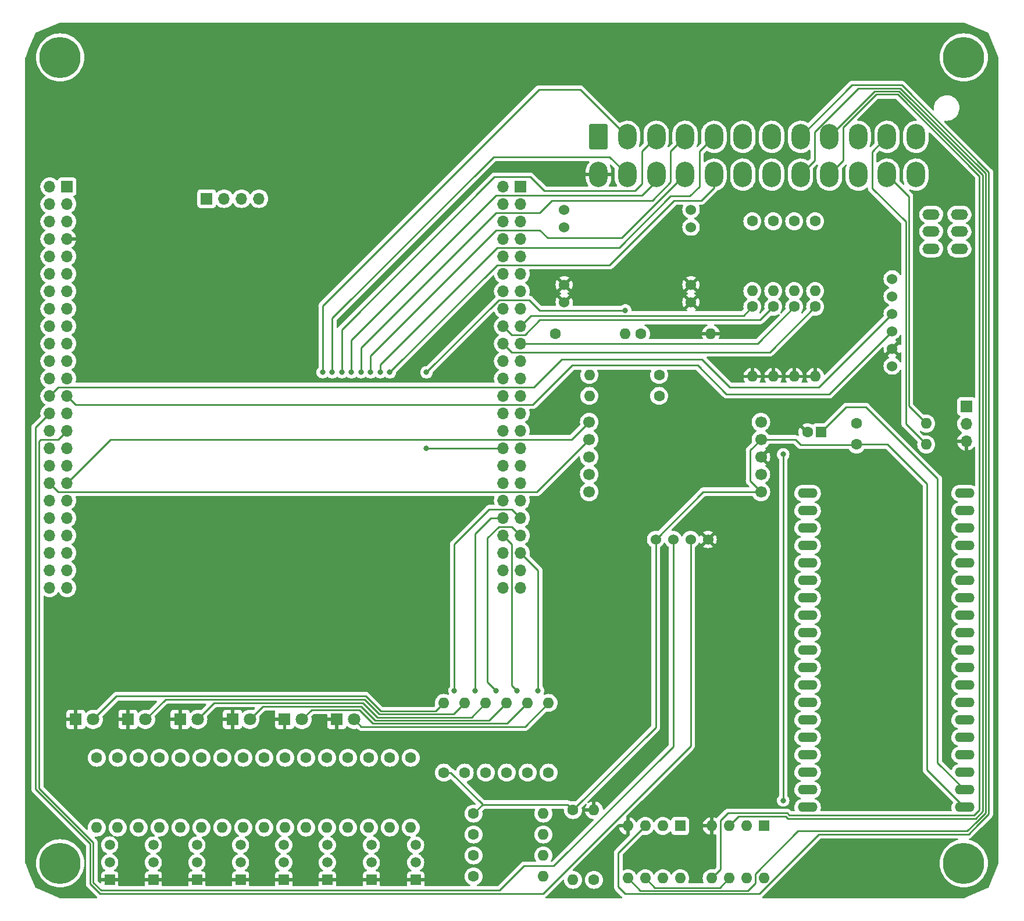
<source format=gbr>
%TF.GenerationSoftware,KiCad,Pcbnew,7.0.7*%
%TF.CreationDate,2023-09-25T16:01:05+09:00*%
%TF.ProjectId,TMA-1,544d412d-312e-46b6-9963-61645f706362,rev?*%
%TF.SameCoordinates,Original*%
%TF.FileFunction,Copper,L2,Bot*%
%TF.FilePolarity,Positive*%
%FSLAX46Y46*%
G04 Gerber Fmt 4.6, Leading zero omitted, Abs format (unit mm)*
G04 Created by KiCad (PCBNEW 7.0.7) date 2023-09-25 16:01:05*
%MOMM*%
%LPD*%
G01*
G04 APERTURE LIST*
G04 Aperture macros list*
%AMRoundRect*
0 Rectangle with rounded corners*
0 $1 Rounding radius*
0 $2 $3 $4 $5 $6 $7 $8 $9 X,Y pos of 4 corners*
0 Add a 4 corners polygon primitive as box body*
4,1,4,$2,$3,$4,$5,$6,$7,$8,$9,$2,$3,0*
0 Add four circle primitives for the rounded corners*
1,1,$1+$1,$2,$3*
1,1,$1+$1,$4,$5*
1,1,$1+$1,$6,$7*
1,1,$1+$1,$8,$9*
0 Add four rect primitives between the rounded corners*
20,1,$1+$1,$2,$3,$4,$5,0*
20,1,$1+$1,$4,$5,$6,$7,0*
20,1,$1+$1,$6,$7,$8,$9,0*
20,1,$1+$1,$8,$9,$2,$3,0*%
G04 Aperture macros list end*
%TA.AperFunction,ComponentPad*%
%ADD10O,2.844800X1.422400*%
%TD*%
%TA.AperFunction,ComponentPad*%
%ADD11C,1.600000*%
%TD*%
%TA.AperFunction,ComponentPad*%
%ADD12O,1.600000X1.600000*%
%TD*%
%TA.AperFunction,ComponentPad*%
%ADD13R,1.500000X1.500000*%
%TD*%
%TA.AperFunction,ComponentPad*%
%ADD14C,1.500000*%
%TD*%
%TA.AperFunction,ComponentPad*%
%ADD15R,1.800000X1.800000*%
%TD*%
%TA.AperFunction,ComponentPad*%
%ADD16C,1.800000*%
%TD*%
%TA.AperFunction,ComponentPad*%
%ADD17C,1.524000*%
%TD*%
%TA.AperFunction,ComponentPad*%
%ADD18R,1.600000X1.600000*%
%TD*%
%TA.AperFunction,ComponentPad*%
%ADD19O,2.500000X1.500000*%
%TD*%
%TA.AperFunction,ComponentPad*%
%ADD20C,6.000000*%
%TD*%
%TA.AperFunction,ComponentPad*%
%ADD21C,1.700000*%
%TD*%
%TA.AperFunction,ComponentPad*%
%ADD22RoundRect,0.250001X-1.099999X-1.599999X1.099999X-1.599999X1.099999X1.599999X-1.099999X1.599999X0*%
%TD*%
%TA.AperFunction,ComponentPad*%
%ADD23O,2.700000X3.700000*%
%TD*%
%TA.AperFunction,ComponentPad*%
%ADD24O,1.700000X1.700000*%
%TD*%
%TA.AperFunction,ComponentPad*%
%ADD25R,1.700000X1.700000*%
%TD*%
%TA.AperFunction,ViaPad*%
%ADD26C,0.800000*%
%TD*%
%TA.AperFunction,Conductor*%
%ADD27C,0.250000*%
%TD*%
G04 APERTURE END LIST*
D10*
%TO.P,U2,3V3,3.3V*%
%TO.N,+3.3V*%
X210439000Y-144867000D03*
%TO.P,U2,EN,EN*%
%TO.N,Net-(C1-Pad1)*%
X210439000Y-142327000D03*
%TO.P,U2,GND@1,GND@1*%
%TO.N,unconnected-(U2-PadGND@1)*%
X210439000Y-111847000D03*
%TO.P,U2,GND@2,GND@2*%
%TO.N,unconnected-(U2-PadGND@2)*%
X187579000Y-144867000D03*
%TO.P,U2,GND@3,GND@3*%
%TO.N,unconnected-(U2-PadGND@3)*%
X187579000Y-129627000D03*
%TO.P,U2,GPIO0,GPIO0*%
%TO.N,unconnected-(U2-PadGPIO0)*%
X187579000Y-111847000D03*
%TO.P,U2,GPIO2,GPIO2*%
%TO.N,unconnected-(U2-PadGPIO2)*%
X187579000Y-109307000D03*
%TO.P,U2,GPIO4,GPIO4*%
%TO.N,unconnected-(U2-PadGPIO4)*%
X187579000Y-114387000D03*
%TO.P,U2,GPIO5,GPIO5*%
%TO.N,unconnected-(U2-PadGPIO5)*%
X187579000Y-122007000D03*
%TO.P,U2,GPIO6,GPIO6*%
%TO.N,unconnected-(U2-PadGPIO6)*%
X187579000Y-99147000D03*
%TO.P,U2,GPIO7,GPIO7*%
%TO.N,unconnected-(U2-PadGPIO7)*%
X187579000Y-101687000D03*
%TO.P,U2,GPIO8,GPIO8*%
%TO.N,unconnected-(U2-PadGPIO8)*%
X187579000Y-104227000D03*
%TO.P,U2,GPIO9,GPIO9*%
%TO.N,unconnected-(U2-PadGPIO9)*%
X210439000Y-106767000D03*
%TO.P,U2,GPIO10,GPIO10*%
%TO.N,unconnected-(U2-PadGPIO10)*%
X210439000Y-104227000D03*
%TO.P,U2,GPIO11,GPIO11*%
%TO.N,unconnected-(U2-PadGPIO11)*%
X210439000Y-101687000D03*
%TO.P,U2,GPIO12,GPIO12*%
%TO.N,unconnected-(U2-PadGPIO12)*%
X210439000Y-114387000D03*
%TO.P,U2,GPIO13,GPIO13*%
%TO.N,unconnected-(U2-PadGPIO13)*%
X210439000Y-109307000D03*
%TO.P,U2,GPIO14,GPIO14*%
%TO.N,unconnected-(U2-PadGPIO14)*%
X210439000Y-116927000D03*
%TO.P,U2,GPIO15,GPIO15*%
%TO.N,unconnected-(U2-PadGPIO15)*%
X187579000Y-106767000D03*
%TO.P,U2,GPIO16,GPIO16*%
%TO.N,unconnected-(U2-PadGPIO16)*%
X187579000Y-116927000D03*
%TO.P,U2,GPIO17,GPIO17*%
%TO.N,unconnected-(U2-PadGPIO17)*%
X187579000Y-119467000D03*
%TO.P,U2,GPIO18,GPIO18*%
%TO.N,unconnected-(U2-PadGPIO18)*%
X187579000Y-124547000D03*
%TO.P,U2,GPIO19,GPIO19*%
%TO.N,/ESP_COMM*%
X187579000Y-127087000D03*
%TO.P,U2,GPIO21,GPIO21*%
%TO.N,/ESP_I2C_SCL*%
X187579000Y-132167000D03*
%TO.P,U2,GPIO22,GPIO22*%
%TO.N,/ESP_I2C_SDA*%
X187579000Y-139787000D03*
%TO.P,U2,GPIO23,GPIO23*%
%TO.N,unconnected-(U2-PadGPIO23)*%
X187579000Y-142327000D03*
%TO.P,U2,GPIO25,GPIO25*%
%TO.N,unconnected-(U2-PadGPIO25)*%
X210439000Y-124547000D03*
%TO.P,U2,GPIO26,GPIO26*%
%TO.N,unconnected-(U2-PadGPIO26)*%
X210439000Y-122007000D03*
%TO.P,U2,GPIO27,GPIO27*%
%TO.N,unconnected-(U2-PadGPIO27)*%
X210439000Y-119467000D03*
%TO.P,U2,GPIO32,GPIO32*%
%TO.N,unconnected-(U2-PadGPIO32)*%
X210439000Y-129627000D03*
%TO.P,U2,GPIO33,GPIO33*%
%TO.N,unconnected-(U2-PadGPIO33)*%
X210439000Y-127087000D03*
%TO.P,U2,GPIO34,GPIO34*%
%TO.N,unconnected-(U2-PadGPIO34)*%
X210439000Y-134707000D03*
%TO.P,U2,GPIO35,GPIO35*%
%TO.N,unconnected-(U2-PadGPIO35)*%
X210439000Y-132167000D03*
%TO.P,U2,GPIO36,GPIO36*%
%TO.N,unconnected-(U2-PadGPIO36)*%
X210439000Y-139787000D03*
%TO.P,U2,GPIO39,GPIO39*%
%TO.N,unconnected-(U2-PadGPIO39)*%
X210439000Y-137247000D03*
%TO.P,U2,RX0,RX0*%
%TO.N,unconnected-(U2-PadRX0)*%
X187579000Y-134707000D03*
%TO.P,U2,TX0,TX0*%
%TO.N,unconnected-(U2-PadTX0)*%
X187579000Y-137247000D03*
%TO.P,U2,VIN,VIN*%
%TO.N,unconnected-(U2-PadVIN)*%
X210439000Y-99147000D03*
%TD*%
D11*
%TO.P,R6,1*%
%TO.N,/LED_{TELEMETRY}*%
X149860000Y-139827000D03*
D12*
%TO.P,R6,2*%
%TO.N,Net-(D6-A)*%
X149860000Y-129667000D03*
%TD*%
D13*
%TO.P,Q5,1,E*%
%TO.N,GND*%
X111306000Y-155448000D03*
D14*
%TO.P,Q5,2,B*%
%TO.N,Net-(Q5-B)*%
X111306000Y-152908000D03*
%TO.P,Q5,3,C*%
%TO.N,/STM_DIN4*%
X111306000Y-150368000D03*
%TD*%
D11*
%TO.P,R3,1*%
%TO.N,/LED_{HEARTBEAT}*%
X140716000Y-139827000D03*
D12*
%TO.P,R3,2*%
%TO.N,Net-(D3-A)*%
X140716000Y-129667000D03*
%TD*%
D11*
%TO.P,R4,1*%
%TO.N,/LED_{SD}*%
X143764000Y-139827000D03*
D12*
%TO.P,R4,2*%
%TO.N,Net-(D4-A)*%
X143764000Y-129667000D03*
%TD*%
D11*
%TO.P,R18,1*%
%TO.N,+3.3V*%
X117602000Y-137668000D03*
D12*
%TO.P,R18,2*%
%TO.N,/STM_DIN5*%
X117602000Y-147828000D03*
%TD*%
D15*
%TO.P,D4,1,K*%
%TO.N,GND*%
X103826000Y-132080000D03*
D16*
%TO.P,D4,2,A*%
%TO.N,Net-(D4-A)*%
X106366000Y-132080000D03*
%TD*%
D11*
%TO.P,R38,1*%
%TO.N,+3.3V*%
X138938000Y-154940000D03*
D12*
%TO.P,R38,2*%
%TO.N,/STM_PIN3*%
X149098000Y-154940000D03*
%TD*%
D11*
%TO.P,R19,1*%
%TO.N,/DIN6*%
X120650000Y-137668000D03*
D12*
%TO.P,R19,2*%
%TO.N,Net-(Q7-B)*%
X120650000Y-147828000D03*
%TD*%
D11*
%TO.P,R8,1*%
%TO.N,+3.3V*%
X87122000Y-137668000D03*
D12*
%TO.P,R8,2*%
%TO.N,/STM_DIN0*%
X87122000Y-147828000D03*
%TD*%
D11*
%TO.P,R42,1*%
%TO.N,+3.3V*%
X194691000Y-92035000D03*
D12*
%TO.P,R42,2*%
%TO.N,/ESP_I2C_SDA*%
X204851000Y-92035000D03*
%TD*%
D11*
%TO.P,R31,1*%
%TO.N,/AIN3*%
X188671200Y-59537600D03*
D12*
%TO.P,R31,2*%
%TO.N,/STM_AIN3*%
X188671200Y-69697600D03*
%TD*%
D11*
%TO.P,R32,1*%
%TO.N,/STM_AIN3*%
X188671200Y-71983600D03*
D12*
%TO.P,R32,2*%
%TO.N,GND*%
X188671200Y-82143600D03*
%TD*%
D15*
%TO.P,D5,1,K*%
%TO.N,GND*%
X111426000Y-132080000D03*
D16*
%TO.P,D5,2,A*%
%TO.N,Net-(D5-A)*%
X113966000Y-132080000D03*
%TD*%
D11*
%TO.P,R37,1*%
%TO.N,+3.3V*%
X138938000Y-151892000D03*
D12*
%TO.P,R37,2*%
%TO.N,/STM_PIN2*%
X149098000Y-151892000D03*
%TD*%
D15*
%TO.P,D3,1,K*%
%TO.N,GND*%
X96226000Y-132080000D03*
D16*
%TO.P,D3,2,A*%
%TO.N,Net-(D3-A)*%
X98766000Y-132080000D03*
%TD*%
D11*
%TO.P,R17,1*%
%TO.N,/DIN5*%
X114554000Y-137668000D03*
D12*
%TO.P,R17,2*%
%TO.N,Net-(Q6-B)*%
X114554000Y-147828000D03*
%TD*%
D17*
%TO.P,U7,1,VCC*%
%TO.N,+3.3V*%
X165450000Y-105867000D03*
%TO.P,U7,2,RX*%
%TO.N,/GPS_UART_TX*%
X167990000Y-105867000D03*
%TO.P,U7,3,TX*%
%TO.N,/GPS_UART_RX*%
X170530000Y-105867000D03*
%TO.P,U7,4,GND*%
%TO.N,GND*%
X173070000Y-105867000D03*
%TD*%
D11*
%TO.P,R29,1*%
%TO.N,/AIN2*%
X185623200Y-59537600D03*
D12*
%TO.P,R29,2*%
%TO.N,/STM_AIN2*%
X185623200Y-69697600D03*
%TD*%
D11*
%TO.P,R35,1*%
%TO.N,+3.3V*%
X153416000Y-145288000D03*
D12*
%TO.P,R35,2*%
%TO.N,VAA*%
X153416000Y-155448000D03*
%TD*%
D11*
%TO.P,R9,1*%
%TO.N,/DIN1*%
X90170000Y-137668000D03*
D12*
%TO.P,R9,2*%
%TO.N,Net-(Q2-B)*%
X90170000Y-147828000D03*
%TD*%
D13*
%TO.P,Q6,1,E*%
%TO.N,GND*%
X117656000Y-155448000D03*
D14*
%TO.P,Q6,2,B*%
%TO.N,Net-(Q6-B)*%
X117656000Y-152908000D03*
%TO.P,Q6,3,C*%
%TO.N,/STM_DIN5*%
X117656000Y-150368000D03*
%TD*%
D13*
%TO.P,Q7,1,E*%
%TO.N,GND*%
X124058000Y-155448000D03*
D14*
%TO.P,Q7,2,B*%
%TO.N,Net-(Q7-B)*%
X124058000Y-152908000D03*
%TO.P,Q7,3,C*%
%TO.N,/STM_DIN6*%
X124058000Y-150368000D03*
%TD*%
D18*
%TO.P,U5,1*%
%TO.N,/STM_PIN2*%
X181219000Y-147584000D03*
D12*
%TO.P,U5,2,-*%
%TO.N,VAA*%
X178679000Y-147584000D03*
%TO.P,U5,3,+*%
%TO.N,/PIN2*%
X176139000Y-147584000D03*
%TO.P,U5,4,V-*%
%TO.N,GND*%
X173599000Y-147584000D03*
%TO.P,U5,5,+*%
%TO.N,/PIN3*%
X173599000Y-155204000D03*
%TO.P,U5,6,-*%
%TO.N,VAA*%
X176139000Y-155204000D03*
%TO.P,U5,7*%
%TO.N,/STM_PIN3*%
X178679000Y-155204000D03*
%TO.P,U5,8,V+*%
%TO.N,VBUS*%
X181219000Y-155204000D03*
%TD*%
D11*
%TO.P,R27,1*%
%TO.N,/AIN1*%
X182575200Y-59537600D03*
D12*
%TO.P,R27,2*%
%TO.N,/STM_AIN1*%
X182575200Y-69697600D03*
%TD*%
D11*
%TO.P,R41,1*%
%TO.N,+3.3V*%
X194691000Y-88987000D03*
D12*
%TO.P,R41,2*%
%TO.N,/ESP_I2C_SCL*%
X204851000Y-88987000D03*
%TD*%
D19*
%TO.P,SW1,1,1*%
%TO.N,Net-(U8-CANL)*%
X205577000Y-63547000D03*
%TO.P,SW1,2*%
%TO.N,N/C*%
X205577000Y-58547000D03*
%TO.P,SW1,3,3*%
%TO.N,/CANL*%
X205577000Y-61047000D03*
%TO.P,SW1,4,4*%
%TO.N,Net-(U8-CANH)*%
X209677000Y-63547000D03*
%TO.P,SW1,5*%
%TO.N,N/C*%
X209677000Y-58547000D03*
%TO.P,SW1,6,6*%
%TO.N,/CANH*%
X209677000Y-61047000D03*
%TD*%
D11*
%TO.P,R14,1*%
%TO.N,+3.3V*%
X105410000Y-137668000D03*
D12*
%TO.P,R14,2*%
%TO.N,/STM_DIN3*%
X105410000Y-147828000D03*
%TD*%
D20*
%TO.P,REF\u002A\u002A,1*%
%TO.N,N/C*%
X78740000Y-35687000D03*
%TD*%
%TO.P,REF\u002A\u002A,1*%
%TO.N,N/C*%
X210312000Y-35687000D03*
%TD*%
D11*
%TO.P,R15,1*%
%TO.N,/DIN4*%
X108458000Y-137668000D03*
D12*
%TO.P,R15,2*%
%TO.N,Net-(Q5-B)*%
X108458000Y-147828000D03*
%TD*%
D11*
%TO.P,R24,1*%
%TO.N,/V_{SENSE}*%
X163322000Y-75946000D03*
D12*
%TO.P,R24,2*%
%TO.N,GND*%
X173482000Y-75946000D03*
%TD*%
D11*
%TO.P,R2,1*%
%TO.N,/LED_{ERR}*%
X137654000Y-139827000D03*
D12*
%TO.P,R2,2*%
%TO.N,Net-(D2-A)*%
X137654000Y-129667000D03*
%TD*%
D17*
%TO.P,U8,1,3V3*%
%TO.N,+3.3V*%
X199898000Y-80623000D03*
%TO.P,U8,2,GND*%
%TO.N,GND*%
X199898000Y-78083000D03*
%TO.P,U8,3,CTX*%
%TO.N,/CTX*%
X199898000Y-75543000D03*
%TO.P,U8,4,CRX*%
%TO.N,/CRX*%
X199898000Y-73003000D03*
%TO.P,U8,5,CANH*%
%TO.N,Net-(U8-CANH)*%
X199898000Y-70463000D03*
%TO.P,U8,6,CANL*%
%TO.N,Net-(U8-CANL)*%
X199898000Y-67923000D03*
%TD*%
D20*
%TO.P,REF\u002A\u002A,1*%
%TO.N,N/C*%
X210312000Y-153035000D03*
%TD*%
D11*
%TO.P,R11,1*%
%TO.N,/DIN2*%
X96266000Y-137668000D03*
D12*
%TO.P,R11,2*%
%TO.N,Net-(Q3-B)*%
X96266000Y-147828000D03*
%TD*%
D11*
%TO.P,R23,1*%
%TO.N,VBUS*%
X150876000Y-75946000D03*
D12*
%TO.P,R23,2*%
%TO.N,/V_{SENSE}*%
X161036000Y-75946000D03*
%TD*%
D11*
%TO.P,R21,1*%
%TO.N,/DIN7*%
X126746000Y-137668000D03*
D12*
%TO.P,R21,2*%
%TO.N,Net-(Q8-B)*%
X126746000Y-147828000D03*
%TD*%
D11*
%TO.P,R26,1*%
%TO.N,/STM_AIN0*%
X179527200Y-71983600D03*
D12*
%TO.P,R26,2*%
%TO.N,GND*%
X179527200Y-82143600D03*
%TD*%
D13*
%TO.P,Q2,1,E*%
%TO.N,GND*%
X92308000Y-155448000D03*
D14*
%TO.P,Q2,2,B*%
%TO.N,Net-(Q2-B)*%
X92308000Y-152908000D03*
%TO.P,Q2,3,C*%
%TO.N,/STM_DIN1*%
X92308000Y-150368000D03*
%TD*%
D11*
%TO.P,R13,1*%
%TO.N,/DIN3*%
X102362000Y-137668000D03*
D12*
%TO.P,R13,2*%
%TO.N,Net-(Q4-B)*%
X102362000Y-147828000D03*
%TD*%
D11*
%TO.P,R30,1*%
%TO.N,/STM_AIN2*%
X185623200Y-71983600D03*
D12*
%TO.P,R30,2*%
%TO.N,GND*%
X185623200Y-82143600D03*
%TD*%
D11*
%TO.P,R33,1*%
%TO.N,+3.3V*%
X138938000Y-145796000D03*
D12*
%TO.P,R33,2*%
%TO.N,/STM_PIN0*%
X149098000Y-145796000D03*
%TD*%
D13*
%TO.P,Q3,1,E*%
%TO.N,GND*%
X98658000Y-155448000D03*
D14*
%TO.P,Q3,2,B*%
%TO.N,Net-(Q3-B)*%
X98658000Y-152908000D03*
%TO.P,Q3,3,C*%
%TO.N,/STM_DIN2*%
X98658000Y-150368000D03*
%TD*%
D11*
%TO.P,R28,1*%
%TO.N,/STM_AIN1*%
X182575200Y-71983600D03*
D12*
%TO.P,R28,2*%
%TO.N,GND*%
X182575200Y-82143600D03*
%TD*%
D11*
%TO.P,R5,1*%
%TO.N,/LED_{CAN}*%
X146812000Y-139827000D03*
D12*
%TO.P,R5,2*%
%TO.N,Net-(D5-A)*%
X146812000Y-129667000D03*
%TD*%
D11*
%TO.P,R40,1*%
%TO.N,+3.3V*%
X165959000Y-81915000D03*
D12*
%TO.P,R40,2*%
%TO.N,/ACC_I2C_SDA*%
X155799000Y-81915000D03*
%TD*%
D13*
%TO.P,Q8,1,E*%
%TO.N,GND*%
X130512000Y-155448000D03*
D14*
%TO.P,Q8,2,B*%
%TO.N,Net-(Q8-B)*%
X130512000Y-152908000D03*
%TO.P,Q8,3,C*%
%TO.N,/STM_DIN7*%
X130512000Y-150368000D03*
%TD*%
D11*
%TO.P,R36,1*%
%TO.N,VAA*%
X156464000Y-155448000D03*
D12*
%TO.P,R36,2*%
%TO.N,GND*%
X156464000Y-145288000D03*
%TD*%
D11*
%TO.P,R25,1*%
%TO.N,/AIN0*%
X179527200Y-59537600D03*
D12*
%TO.P,R25,2*%
%TO.N,/STM_AIN0*%
X179527200Y-69697600D03*
%TD*%
D11*
%TO.P,R10,1*%
%TO.N,+3.3V*%
X93218000Y-137668000D03*
D12*
%TO.P,R10,2*%
%TO.N,/STM_DIN1*%
X93218000Y-147828000D03*
%TD*%
D21*
%TO.P,U6,1,3V3*%
%TO.N,+3.3V*%
X180775000Y-91313000D03*
%TO.P,U6,2,GND*%
%TO.N,GND*%
X180775000Y-93853000D03*
%TO.P,U6,6,Vs*%
%TO.N,unconnected-(U6-Vs-Pad6)*%
X180775000Y-96393000D03*
%TO.P,U6,7,~{CS}*%
%TO.N,+3.3V*%
X180775000Y-98933000D03*
%TO.P,U6,8,INT1*%
%TO.N,unconnected-(U6-INT1-Pad8)*%
X155775000Y-98933000D03*
%TO.P,U6,9,INT2*%
%TO.N,unconnected-(U6-INT2-Pad9)*%
X155775000Y-96393000D03*
%TO.P,U6,12,SDO/ADDR*%
%TO.N,unconnected-(U6-SDO{slash}ADDR-Pad12)*%
X155775000Y-93853000D03*
%TO.P,U6,13,SDA*%
%TO.N,/ACC_I2C_SDA*%
X155775000Y-91313000D03*
%TO.P,U6,14,SCL/SCLK*%
%TO.N,/ACC_I2C_SCL*%
X155775000Y-88773000D03*
%TO.P,U6,22,5V*%
%TO.N,unconnected-(U6-5V-Pad22)*%
X180775000Y-88773000D03*
%TD*%
D15*
%TO.P,D2,1,K*%
%TO.N,GND*%
X88626000Y-132080000D03*
D16*
%TO.P,D2,2,A*%
%TO.N,Net-(D2-A)*%
X91166000Y-132080000D03*
%TD*%
D15*
%TO.P,D1,1,K*%
%TO.N,GND*%
X81026000Y-132080000D03*
D16*
%TO.P,D1,2,A*%
%TO.N,Net-(D1-A)*%
X83566000Y-132080000D03*
%TD*%
D22*
%TO.P,J1,1,Pin_1*%
%TO.N,VBUS*%
X157136000Y-47244000D03*
D23*
%TO.P,J1,2,Pin_2*%
%TO.N,/DIN0*%
X161336000Y-47244000D03*
%TO.P,J1,3,Pin_3*%
%TO.N,/DIN2*%
X165536000Y-47244000D03*
%TO.P,J1,4,Pin_4*%
%TO.N,/DIN4*%
X169736000Y-47244000D03*
%TO.P,J1,5,Pin_5*%
%TO.N,/DIN6*%
X173936000Y-47244000D03*
%TO.P,J1,6,Pin_6*%
%TO.N,/AIN0*%
X178136000Y-47244000D03*
%TO.P,J1,7,Pin_7*%
%TO.N,/AIN2*%
X182336000Y-47244000D03*
%TO.P,J1,8,Pin_8*%
%TO.N,/PIN0*%
X186536000Y-47244000D03*
%TO.P,J1,9,Pin_9*%
%TO.N,/PIN2*%
X190736000Y-47244000D03*
%TO.P,J1,10,Pin_10*%
%TO.N,/LOG_UART_TX*%
X194936000Y-47244000D03*
%TO.P,J1,11,Pin_11*%
%TO.N,/ESP_I2C_SDA*%
X199136000Y-47244000D03*
%TO.P,J1,12,Pin_12*%
%TO.N,/CANH*%
X203336000Y-47244000D03*
%TO.P,J1,13,Pin_13*%
%TO.N,GND*%
X157136000Y-52744000D03*
%TO.P,J1,14,Pin_14*%
%TO.N,/DIN1*%
X161336000Y-52744000D03*
%TO.P,J1,15,Pin_15*%
%TO.N,/DIN3*%
X165536000Y-52744000D03*
%TO.P,J1,16,Pin_16*%
%TO.N,/DIN5*%
X169736000Y-52744000D03*
%TO.P,J1,17,Pin_17*%
%TO.N,/DIN7*%
X173936000Y-52744000D03*
%TO.P,J1,18,Pin_18*%
%TO.N,/AIN1*%
X178136000Y-52744000D03*
%TO.P,J1,19,Pin_19*%
%TO.N,/AIN3*%
X182336000Y-52744000D03*
%TO.P,J1,20,Pin_20*%
%TO.N,/PIN1*%
X186536000Y-52744000D03*
%TO.P,J1,21,Pin_21*%
%TO.N,/PIN3*%
X190736000Y-52744000D03*
%TO.P,J1,22,Pin_22*%
%TO.N,/LOG_UART_RX*%
X194936000Y-52744000D03*
%TO.P,J1,23,Pin_23*%
%TO.N,/ESP_I2C_SCL*%
X199136000Y-52744000D03*
%TO.P,J1,24,Pin_24*%
%TO.N,/CANL*%
X203336000Y-52744000D03*
%TD*%
D18*
%TO.P,U4,1*%
%TO.N,/STM_PIN0*%
X169027000Y-147584000D03*
D12*
%TO.P,U4,2,-*%
%TO.N,VAA*%
X166487000Y-147584000D03*
%TO.P,U4,3,+*%
%TO.N,/PIN0*%
X163947000Y-147584000D03*
%TO.P,U4,4,V-*%
%TO.N,GND*%
X161407000Y-147584000D03*
%TO.P,U4,5,+*%
%TO.N,/PIN1*%
X161407000Y-155204000D03*
%TO.P,U4,6,-*%
%TO.N,VAA*%
X163947000Y-155204000D03*
%TO.P,U4,7*%
%TO.N,/STM_PIN1*%
X166487000Y-155204000D03*
%TO.P,U4,8,V+*%
%TO.N,VBUS*%
X169027000Y-155204000D03*
%TD*%
D11*
%TO.P,R1,1*%
%TO.N,+3.3V*%
X134620000Y-139827000D03*
D12*
%TO.P,R1,2*%
%TO.N,Net-(D1-A)*%
X134620000Y-129667000D03*
%TD*%
D11*
%TO.P,R39,1*%
%TO.N,+3.3V*%
X165959000Y-84963000D03*
D12*
%TO.P,R39,2*%
%TO.N,/ACC_I2C_SCL*%
X155799000Y-84963000D03*
%TD*%
D11*
%TO.P,R20,1*%
%TO.N,+3.3V*%
X123698000Y-137668000D03*
D12*
%TO.P,R20,2*%
%TO.N,/STM_DIN6*%
X123698000Y-147828000D03*
%TD*%
D17*
%TO.P,U3,1,IN*%
%TO.N,VBUS*%
X170606000Y-57848500D03*
X170606000Y-60388500D03*
%TO.P,U3,2,GND*%
%TO.N,GND*%
X170606000Y-68788500D03*
X170606000Y-71328500D03*
%TO.P,U3,3,OUT*%
%TO.N,+3.3V*%
X152146000Y-57848500D03*
X152146000Y-60388500D03*
%TO.P,U3,4,GND*%
%TO.N,GND*%
X152146000Y-68788500D03*
X152146000Y-71328500D03*
%TD*%
D13*
%TO.P,Q4,1,E*%
%TO.N,GND*%
X105008000Y-155448000D03*
D14*
%TO.P,Q4,2,B*%
%TO.N,Net-(Q4-B)*%
X105008000Y-152908000D03*
%TO.P,Q4,3,C*%
%TO.N,/STM_DIN3*%
X105008000Y-150368000D03*
%TD*%
D18*
%TO.P,C1,1*%
%TO.N,Net-(C1-Pad1)*%
X189550113Y-90257000D03*
D11*
%TO.P,C1,2*%
%TO.N,GND*%
X187550113Y-90257000D03*
%TD*%
%TO.P,R22,1*%
%TO.N,+3.3V*%
X129794000Y-137668000D03*
D12*
%TO.P,R22,2*%
%TO.N,/STM_DIN7*%
X129794000Y-147828000D03*
%TD*%
D20*
%TO.P,REF\u002A\u002A,1*%
%TO.N,N/C*%
X78740000Y-153035000D03*
%TD*%
D15*
%TO.P,D6,1,K*%
%TO.N,GND*%
X119026000Y-132080000D03*
D16*
%TO.P,D6,2,A*%
%TO.N,Net-(D6-A)*%
X121566000Y-132080000D03*
%TD*%
D11*
%TO.P,R16,1*%
%TO.N,+3.3V*%
X111506000Y-137668000D03*
D12*
%TO.P,R16,2*%
%TO.N,/STM_DIN4*%
X111506000Y-147828000D03*
%TD*%
D24*
%TO.P,U1,10,VSS*%
%TO.N,GND*%
X79756000Y-62103000D03*
%TO.P,U1,15,PC0*%
%TO.N,/STM_AIN0*%
X145798200Y-74803000D03*
%TO.P,U1,16,PC1*%
%TO.N,/STM_AIN1*%
X143258200Y-74803000D03*
%TO.P,U1,17,PC2*%
%TO.N,/STM_AIN2*%
X145798200Y-77343000D03*
%TO.P,U1,18,PC3*%
%TO.N,/STM_AIN3*%
X143258200Y-77343000D03*
%TO.P,U1,23,PA0*%
%TO.N,/STM_PIN0*%
X145798200Y-82423000D03*
%TO.P,U1,24,PA1*%
%TO.N,/STM_PIN1*%
X143258200Y-82423000D03*
%TO.P,U1,25,PA2*%
%TO.N,/STM_PIN2*%
X145798200Y-84963000D03*
%TO.P,U1,26,PA3*%
%TO.N,/STM_PIN3*%
X143258200Y-84963000D03*
%TO.P,U1,34,PC5*%
%TO.N,/V_{SENSE}*%
X143258200Y-92583000D03*
%TO.P,U1,41,PE10*%
%TO.N,unconnected-(U1-PE10-Pad41)*%
X143258200Y-100203000D03*
%TO.P,U1,42,PE11*%
%TO.N,/LED_{ERR}*%
X145798200Y-102743000D03*
%TO.P,U1,43,PE12*%
%TO.N,/LED_{HEARTBEAT}*%
X143258200Y-102743000D03*
%TO.P,U1,44,PE13*%
%TO.N,/LED_{SD}*%
X145798200Y-105283000D03*
%TO.P,U1,45,PE14*%
%TO.N,/LED_{CAN}*%
X143258200Y-105283000D03*
%TO.P,U1,46,PE15*%
%TO.N,/LED_{TELEMETRY}*%
X145798200Y-107823000D03*
%TO.P,U1,47,PB10*%
%TO.N,unconnected-(U1-PB10-Pad47)*%
X143258200Y-107823000D03*
%TO.P,U1,48,PB11*%
%TO.N,unconnected-(U1-PB11-Pad48)*%
X145798200Y-110363000D03*
%TO.P,U1,55,PD8*%
%TO.N,/STM_DIN0*%
X79756000Y-112903000D03*
%TO.P,U1,56,PD9*%
%TO.N,/STM_DIN1*%
X77216000Y-110363000D03*
%TO.P,U1,57,PD10*%
%TO.N,/STM_DIN2*%
X79756000Y-110363000D03*
%TO.P,U1,58,PD11*%
%TO.N,/STM_DIN3*%
X77216000Y-107823000D03*
%TO.P,U1,59,PD12*%
%TO.N,/STM_DIN4*%
X79756000Y-107823000D03*
%TO.P,U1,60,PD13*%
%TO.N,/STM_DIN5*%
X77216000Y-105283000D03*
%TO.P,U1,61,PD14*%
%TO.N,/STM_DIN6*%
X79756000Y-105283000D03*
%TO.P,U1,62,PD15*%
%TO.N,/STM_DIN7*%
X77216000Y-102743000D03*
%TO.P,U1,63,PC6*%
%TO.N,/LOG_UART_TX*%
X79756000Y-102743000D03*
%TO.P,U1,64,PC7*%
%TO.N,/LOG_UART_RX*%
X77216000Y-100203000D03*
%TO.P,U1,66,PC9*%
%TO.N,/ACC_I2C_SDA*%
X77216000Y-97663000D03*
%TO.P,U1,67,PA8*%
%TO.N,/ACC_I2C_SCL*%
X79756000Y-97663000D03*
%TO.P,U1,68,PA9*%
%TO.N,/DEBUG_UART_TX*%
X77216000Y-95123000D03*
%TO.P,U1,69,PA10*%
%TO.N,/DEBUG_UART_RX*%
X79756000Y-95123000D03*
%TO.P,U1,78,PC10*%
%TO.N,/GPS_UART_TX*%
X79756000Y-90043000D03*
%TO.P,U1,79,PC11*%
%TO.N,/GPS_UART_RX*%
X77216000Y-87503000D03*
%TO.P,U1,81,PD0*%
%TO.N,/CRX*%
X77216000Y-84963000D03*
%TO.P,U1,82,PD1*%
%TO.N,/CTX*%
X79756000Y-84963000D03*
%TO.P,U1,86,PD5*%
%TO.N,unconnected-(U1-PD5-Pad86)*%
X79756000Y-79883000D03*
%TO.P,U1,87,PD6*%
%TO.N,unconnected-(U1-PD6-Pad87)*%
X77216000Y-77343000D03*
%TO.P,U1,92,PB6*%
%TO.N,/ESP_I2C_SCL*%
X77216000Y-72263000D03*
%TO.P,U1,93,PB7*%
%TO.N,/ESP_I2C_SDA*%
X79756000Y-72263000D03*
%TO.P,U1,94,BOOT0*%
%TO.N,unconnected-(U1-BOOT0-Pad94)*%
X79756000Y-59563000D03*
%TO.P,U1,95,PB8*%
%TO.N,/ESP_COMM*%
X77216000Y-69723000D03*
%TO.P,U1,100,VDD*%
%TO.N,+3.3V*%
X145798200Y-59563000D03*
D25*
%TO.P,U1,110*%
%TO.N,N/C*%
X100076000Y-56255500D03*
D24*
%TO.P,U1,111*%
X102616000Y-56255500D03*
%TO.P,U1,112*%
X105156000Y-56255500D03*
%TO.P,U1,113*%
X107696000Y-56255500D03*
%TO.P,U1,X*%
X77216000Y-57023000D03*
X77216000Y-59563000D03*
X77216000Y-62103000D03*
X77216000Y-64643000D03*
X77216000Y-67183000D03*
X77216000Y-74803000D03*
X77216000Y-79883000D03*
X77216000Y-82423000D03*
X77216000Y-90043000D03*
X77216000Y-92583000D03*
X77216000Y-112903000D03*
D25*
X79756000Y-54483000D03*
D24*
X79756000Y-57023000D03*
X79756000Y-64643000D03*
X79756000Y-67183000D03*
X79756000Y-69723000D03*
X79756000Y-74803000D03*
X79756000Y-77343000D03*
X79756000Y-82423000D03*
X79756000Y-87503000D03*
X79756000Y-92583000D03*
X79756000Y-100203000D03*
X143258200Y-54483000D03*
X143258200Y-57023000D03*
X143258200Y-59563000D03*
X143258200Y-62103000D03*
X143258200Y-64643000D03*
X143258200Y-67183000D03*
X143258200Y-69723000D03*
X143258200Y-72263000D03*
X143258200Y-79883000D03*
X143258200Y-87503000D03*
X143258200Y-90043000D03*
X143258200Y-95123000D03*
X143258200Y-97663000D03*
X143258200Y-110363000D03*
X143258200Y-112903000D03*
X145798200Y-57023000D03*
X145798200Y-62103000D03*
X145798200Y-64643000D03*
X145798200Y-67183000D03*
X145798200Y-69723000D03*
X145798200Y-72263000D03*
X145798200Y-79883000D03*
X145798200Y-87503000D03*
X145798200Y-90043000D03*
X145798200Y-92583000D03*
X145798200Y-95123000D03*
X145798200Y-97663000D03*
X145798200Y-100203000D03*
X145798200Y-112903000D03*
%TO.P,U1,x*%
X77216000Y-54483000D03*
D25*
X145798200Y-54483000D03*
%TD*%
D11*
%TO.P,R34,1*%
%TO.N,+3.3V*%
X138938000Y-148844000D03*
D12*
%TO.P,R34,2*%
%TO.N,/STM_PIN1*%
X149098000Y-148844000D03*
%TD*%
D11*
%TO.P,R7,1*%
%TO.N,/DIN0*%
X84074000Y-137668000D03*
D12*
%TO.P,R7,2*%
%TO.N,Net-(Q1-B)*%
X84074000Y-147828000D03*
%TD*%
D25*
%TO.P,J2,1,Pin_1*%
%TO.N,/DEBUG_UART_TX*%
X210693000Y-86487000D03*
D24*
%TO.P,J2,2,Pin_2*%
%TO.N,/DEBUG_UART_RX*%
X210693000Y-89027000D03*
%TO.P,J2,3,Pin_3*%
%TO.N,GND*%
X210693000Y-91567000D03*
%TD*%
D11*
%TO.P,R12,1*%
%TO.N,+3.3V*%
X99314000Y-137668000D03*
D12*
%TO.P,R12,2*%
%TO.N,/STM_DIN2*%
X99314000Y-147828000D03*
%TD*%
D13*
%TO.P,Q1,1,E*%
%TO.N,GND*%
X85958000Y-155448000D03*
D14*
%TO.P,Q1,2,B*%
%TO.N,Net-(Q1-B)*%
X85958000Y-152908000D03*
%TO.P,Q1,3,C*%
%TO.N,/STM_DIN0*%
X85958000Y-150368000D03*
%TD*%
D26*
%TO.N,/LED_{ERR}*%
X136144000Y-127889000D03*
%TO.N,/LED_{HEARTBEAT}*%
X139192000Y-127889000D03*
%TO.N,/LED_{SD}*%
X142240000Y-127889000D03*
%TO.N,/LED_{CAN}*%
X145288000Y-127889000D03*
%TO.N,/LED_{TELEMETRY}*%
X148336000Y-127889000D03*
%TO.N,VBUS*%
X184023000Y-93472000D03*
X184023000Y-143891000D03*
%TO.N,/DIN0*%
X116967000Y-81534000D03*
%TO.N,/DIN1*%
X118364000Y-81534000D03*
%TO.N,/DIN2*%
X119761000Y-81534000D03*
%TO.N,/DIN3*%
X121158000Y-81534000D03*
%TO.N,/DIN4*%
X122555000Y-81534000D03*
%TO.N,/DIN6*%
X125349000Y-81534000D03*
%TO.N,/DIN5*%
X123952000Y-81534000D03*
%TO.N,/DIN7*%
X126746000Y-81534000D03*
%TO.N,/V_{SENSE}*%
X161036000Y-72517000D03*
X132080000Y-92583000D03*
X132080000Y-81534000D03*
%TD*%
D27*
%TO.N,/STM_AIN0*%
X178231800Y-73279000D02*
X179527200Y-71983600D01*
X147322200Y-73279000D02*
X178231800Y-73279000D01*
X145798200Y-74803000D02*
X147322200Y-73279000D01*
%TO.N,/STM_AIN1*%
X143258200Y-74803000D02*
X144528200Y-76073000D01*
X180644800Y-73914000D02*
X182575200Y-71983600D01*
X148590000Y-73914000D02*
X180644800Y-73914000D01*
X146431000Y-76073000D02*
X148590000Y-73914000D01*
X144528200Y-76073000D02*
X146431000Y-76073000D01*
%TO.N,/STM_AIN2*%
X180263800Y-77343000D02*
X145798200Y-77343000D01*
X185623200Y-71983600D02*
X180263800Y-77343000D01*
%TO.N,/STM_AIN3*%
X143258200Y-77343000D02*
X144528200Y-78613000D01*
X144528200Y-78613000D02*
X182041800Y-78613000D01*
X182041800Y-78613000D02*
X188671200Y-71983600D01*
%TO.N,/LED_{ERR}*%
X136144000Y-127889000D02*
X136144000Y-106553000D01*
X141224000Y-101473000D02*
X144528200Y-101473000D01*
X144528200Y-101473000D02*
X145798200Y-102743000D01*
X136144000Y-106553000D02*
X141224000Y-101473000D01*
%TO.N,/LED_{HEARTBEAT}*%
X139192000Y-127889000D02*
X139192000Y-105029000D01*
X139192000Y-105029000D02*
X141478000Y-102743000D01*
X141478000Y-102743000D02*
X143258200Y-102743000D01*
%TO.N,/LED_{SD}*%
X140970000Y-126619000D02*
X140970000Y-105664000D01*
X142240000Y-127889000D02*
X140970000Y-126619000D01*
X142621000Y-104013000D02*
X144528200Y-104013000D01*
X144528200Y-104013000D02*
X145798200Y-105283000D01*
X140970000Y-105664000D02*
X142621000Y-104013000D01*
%TO.N,/LED_{CAN}*%
X144526000Y-127127000D02*
X144526000Y-106550800D01*
X144526000Y-106550800D02*
X143258200Y-105283000D01*
X145288000Y-127889000D02*
X144526000Y-127127000D01*
%TO.N,/LED_{TELEMETRY}*%
X148336000Y-110360800D02*
X145798200Y-107823000D01*
X148336000Y-127889000D02*
X148336000Y-110360800D01*
%TO.N,/ACC_I2C_SDA*%
X148155000Y-98933000D02*
X78486000Y-98933000D01*
X155775000Y-91313000D02*
X148155000Y-98933000D01*
X78486000Y-98933000D02*
X77216000Y-97663000D01*
%TO.N,/ACC_I2C_SCL*%
X155775000Y-88773000D02*
X153235000Y-91313000D01*
X153235000Y-91313000D02*
X86106000Y-91313000D01*
X86106000Y-91313000D02*
X79756000Y-97663000D01*
%TO.N,/GPS_UART_TX*%
X167990000Y-136048000D02*
X150622000Y-153416000D01*
X142748000Y-156972000D02*
X84709000Y-156972000D01*
X167990000Y-105867000D02*
X167990000Y-136048000D01*
X150622000Y-153416000D02*
X146304000Y-153416000D01*
X75692000Y-142113000D02*
X75692000Y-91567000D01*
X83566000Y-149987000D02*
X75692000Y-142113000D01*
X78486000Y-91313000D02*
X79756000Y-90043000D01*
X146304000Y-153416000D02*
X142748000Y-156972000D01*
X75692000Y-91567000D02*
X75946000Y-91313000D01*
X75946000Y-91313000D02*
X78486000Y-91313000D01*
X83566000Y-155829000D02*
X83566000Y-149987000D01*
X84709000Y-156972000D02*
X83566000Y-155829000D01*
%TO.N,/CRX*%
X189208000Y-83693000D02*
X176276000Y-83693000D01*
X78486000Y-83693000D02*
X77216000Y-84963000D01*
X147701000Y-83693000D02*
X78486000Y-83693000D01*
X176276000Y-83693000D02*
X172212000Y-79629000D01*
X151765000Y-79629000D02*
X147701000Y-83693000D01*
X172212000Y-79629000D02*
X151765000Y-79629000D01*
X199898000Y-73003000D02*
X189208000Y-83693000D01*
%TO.N,/CTX*%
X199898000Y-75543000D02*
X190732000Y-84709000D01*
X147574000Y-86233000D02*
X81026000Y-86233000D01*
X190732000Y-84709000D02*
X175768000Y-84709000D01*
X81026000Y-86233000D02*
X79756000Y-84963000D01*
X175768000Y-84709000D02*
X171577000Y-80518000D01*
X171577000Y-80518000D02*
X153289000Y-80518000D01*
X153289000Y-80518000D02*
X147574000Y-86233000D01*
%TO.N,/ESP_I2C_SCL*%
X204851000Y-88987000D02*
X202311000Y-86447000D01*
X202311000Y-55919000D02*
X199136000Y-52744000D01*
X202311000Y-86447000D02*
X202311000Y-55919000D01*
%TO.N,/ESP_I2C_SDA*%
X204851000Y-92035000D02*
X201861000Y-89045000D01*
X196977000Y-54737000D02*
X196977000Y-49403000D01*
X201861000Y-89045000D02*
X201861000Y-59621000D01*
X196977000Y-49403000D02*
X199136000Y-47244000D01*
X201861000Y-59621000D02*
X196977000Y-54737000D01*
%TO.N,+3.3V*%
X138938000Y-145796000D02*
X140245999Y-144488001D01*
X204978000Y-139446000D02*
X204978000Y-97790000D01*
X185801000Y-91313000D02*
X180775000Y-91313000D01*
X194651000Y-92075000D02*
X186563000Y-92075000D01*
X140245999Y-144436999D02*
X135636000Y-139827000D01*
X152616001Y-144488001D02*
X153416000Y-145288000D01*
X140245999Y-144488001D02*
X140245999Y-144436999D01*
X172384000Y-98933000D02*
X180775000Y-98933000D01*
X179197000Y-92891000D02*
X179197000Y-97355000D01*
X180775000Y-91313000D02*
X179197000Y-92891000D01*
X165450000Y-105867000D02*
X165450000Y-133254000D01*
X194691000Y-92035000D02*
X194651000Y-92075000D01*
X165450000Y-133254000D02*
X153416000Y-145288000D01*
X179197000Y-97355000D02*
X180775000Y-98933000D01*
X204978000Y-97790000D02*
X199223000Y-92035000D01*
X186563000Y-92075000D02*
X185801000Y-91313000D01*
X135636000Y-139827000D02*
X134620000Y-139827000D01*
X199223000Y-92035000D02*
X194691000Y-92035000D01*
X210399000Y-144867000D02*
X204978000Y-139446000D01*
X140245999Y-144488001D02*
X152616001Y-144488001D01*
X210439000Y-144867000D02*
X210399000Y-144867000D01*
X165450000Y-105867000D02*
X172384000Y-98933000D01*
%TO.N,VBUS*%
X184023000Y-93472000D02*
X184023000Y-143891000D01*
%TO.N,/GPS_UART_RX*%
X149029000Y-157422000D02*
X84522604Y-157422000D01*
X170530000Y-135921000D02*
X149029000Y-157422000D01*
X84522604Y-157422000D02*
X83116000Y-156015396D01*
X75184000Y-142241396D02*
X75184000Y-89535000D01*
X170530000Y-105867000D02*
X170530000Y-135921000D01*
X83116000Y-156015396D02*
X83116000Y-150173396D01*
X75184000Y-89535000D02*
X77216000Y-87503000D01*
X83116000Y-150173396D02*
X75184000Y-142241396D01*
%TO.N,VAA*%
X165323000Y-156580000D02*
X163947000Y-155204000D01*
X174763000Y-156580000D02*
X165323000Y-156580000D01*
X176139000Y-155204000D02*
X174763000Y-156580000D01*
%TO.N,Net-(D1-A)*%
X86937000Y-128709000D02*
X83566000Y-132080000D01*
X133419000Y-130868000D02*
X125408396Y-130868000D01*
X134620000Y-129667000D02*
X133419000Y-130868000D01*
X123249396Y-128709000D02*
X86937000Y-128709000D01*
X125408396Y-130868000D02*
X123249396Y-128709000D01*
%TO.N,Net-(D2-A)*%
X94087000Y-129159000D02*
X123063000Y-129159000D01*
X123063000Y-129159000D02*
X125222000Y-131318000D01*
X136003000Y-131318000D02*
X137654000Y-129667000D01*
X91166000Y-132080000D02*
X94087000Y-129159000D01*
X125222000Y-131318000D02*
X136003000Y-131318000D01*
%TO.N,Net-(D3-A)*%
X124910000Y-131768000D02*
X138615000Y-131768000D01*
X101179000Y-129667000D02*
X122809000Y-129667000D01*
X122809000Y-129667000D02*
X124910000Y-131768000D01*
X98766000Y-132080000D02*
X101179000Y-129667000D01*
X138615000Y-131768000D02*
X140716000Y-129667000D01*
%TO.N,Net-(D4-A)*%
X106366000Y-132080000D02*
X108271000Y-130175000D01*
X122555000Y-130175000D02*
X124598000Y-132218000D01*
X124598000Y-132218000D02*
X141213000Y-132218000D01*
X141213000Y-132218000D02*
X143764000Y-129667000D01*
X108271000Y-130175000D02*
X122555000Y-130175000D01*
%TO.N,Net-(D5-A)*%
X122301000Y-130683000D02*
X115363000Y-130683000D01*
X143811000Y-132668000D02*
X124286000Y-132668000D01*
X124286000Y-132668000D02*
X122301000Y-130683000D01*
X115363000Y-130683000D02*
X113966000Y-132080000D01*
X146812000Y-129667000D02*
X143811000Y-132668000D01*
%TO.N,Net-(D6-A)*%
X121566000Y-132080000D02*
X122604000Y-133118000D01*
X146409000Y-133118000D02*
X149860000Y-129667000D01*
X122604000Y-133118000D02*
X146409000Y-133118000D01*
%TO.N,/DIN0*%
X154478000Y-40386000D02*
X161336000Y-47244000D01*
X116967000Y-71882000D02*
X148463000Y-40386000D01*
X148463000Y-40386000D02*
X154478000Y-40386000D01*
X116967000Y-81534000D02*
X116967000Y-71882000D01*
%TO.N,/DIN1*%
X141859000Y-50165000D02*
X158757000Y-50165000D01*
X158757000Y-50165000D02*
X161336000Y-52744000D01*
X118364000Y-81534000D02*
X118364000Y-73660000D01*
X118364000Y-73660000D02*
X141859000Y-50165000D01*
%TO.N,/DIN2*%
X163449000Y-54102000D02*
X163449000Y-49331000D01*
X162433000Y-55118000D02*
X163449000Y-54102000D01*
X119761000Y-75311000D02*
X141986000Y-53086000D01*
X149225000Y-55118000D02*
X162433000Y-55118000D01*
X163449000Y-49331000D02*
X165536000Y-47244000D01*
X119761000Y-81534000D02*
X119761000Y-75311000D01*
X147193000Y-53086000D02*
X149225000Y-55118000D01*
X141986000Y-53086000D02*
X147193000Y-53086000D01*
%TO.N,/DIN3*%
X165536000Y-53666000D02*
X165536000Y-52744000D01*
X121158000Y-76835000D02*
X142240000Y-55753000D01*
X163449000Y-55753000D02*
X165536000Y-53666000D01*
X121158000Y-81534000D02*
X121158000Y-76835000D01*
X142240000Y-55753000D02*
X163449000Y-55753000D01*
%TO.N,/DIN4*%
X164973000Y-56515000D02*
X167640000Y-53848000D01*
X142240000Y-58293000D02*
X148590000Y-58293000D01*
X148590000Y-58293000D02*
X150368000Y-56515000D01*
X167640000Y-53848000D02*
X167640000Y-49340000D01*
X122555000Y-77978000D02*
X142240000Y-58293000D01*
X122555000Y-81534000D02*
X122555000Y-77978000D01*
X167640000Y-49340000D02*
X169736000Y-47244000D01*
X150368000Y-56515000D02*
X164973000Y-56515000D01*
%TO.N,/DIN6*%
X142367000Y-63373000D02*
X160147000Y-63373000D01*
X125349000Y-80391000D02*
X142367000Y-63373000D01*
X167640000Y-55880000D02*
X170434000Y-55880000D01*
X171831000Y-54483000D02*
X171831000Y-49349000D01*
X171831000Y-49349000D02*
X173936000Y-47244000D01*
X125349000Y-81534000D02*
X125349000Y-80391000D01*
X160147000Y-63373000D02*
X167640000Y-55880000D01*
X170434000Y-55880000D02*
X171831000Y-54483000D01*
%TO.N,/DIN5*%
X160504000Y-61976000D02*
X169736000Y-52744000D01*
X123952000Y-79121000D02*
X142240000Y-60833000D01*
X142240000Y-60833000D02*
X148590000Y-60833000D01*
X149733000Y-61976000D02*
X160504000Y-61976000D01*
X123952000Y-81534000D02*
X123952000Y-79121000D01*
X148590000Y-60833000D02*
X149733000Y-61976000D01*
%TO.N,/DIN7*%
X142367000Y-65913000D02*
X158750000Y-65913000D01*
X168148000Y-56515000D02*
X172085000Y-56515000D01*
X158750000Y-65913000D02*
X168148000Y-56515000D01*
X173936000Y-54664000D02*
X173936000Y-52744000D01*
X126746000Y-81534000D02*
X142367000Y-65913000D01*
X172085000Y-56515000D02*
X173936000Y-54664000D01*
%TO.N,/V_{SENSE}*%
X161036000Y-72517000D02*
X160528000Y-72517000D01*
X132080000Y-92583000D02*
X132207000Y-92583000D01*
X142621000Y-70993000D02*
X147066000Y-70993000D01*
X143258200Y-92583000D02*
X132080000Y-92583000D01*
X148590000Y-72517000D02*
X161036000Y-72517000D01*
X132080000Y-81534000D02*
X142621000Y-70993000D01*
X147066000Y-70993000D02*
X148590000Y-72517000D01*
%TO.N,/PIN0*%
X212392396Y-147400000D02*
X211006396Y-148786000D01*
X160020000Y-151511000D02*
X163947000Y-147584000D01*
X213948000Y-145847188D02*
X212395188Y-147400000D01*
X186536000Y-47244000D02*
X194061000Y-39719000D01*
X194061000Y-39719000D02*
X201263000Y-39719000D01*
X212395188Y-147400000D02*
X212392396Y-147400000D01*
X180533991Y-157480000D02*
X161036000Y-157480000D01*
X213948000Y-52404000D02*
X213948000Y-145847188D01*
X160020000Y-156464000D02*
X160020000Y-151511000D01*
X161036000Y-157480000D02*
X160020000Y-156464000D01*
X211006396Y-148786000D02*
X189227991Y-148786000D01*
X201263000Y-39719000D02*
X213948000Y-52404000D01*
X189227991Y-148786000D02*
X180533991Y-157480000D01*
%TO.N,/PIN1*%
X213498000Y-52590396D02*
X213498000Y-145660792D01*
X179959000Y-155956000D02*
X178885000Y-157030000D01*
X213498000Y-145660792D02*
X212208792Y-146950000D01*
X201076604Y-40169000D02*
X213498000Y-52590396D01*
X186536000Y-52744000D02*
X188595000Y-50685000D01*
X212208792Y-146950000D02*
X212206000Y-146950000D01*
X178885000Y-157030000D02*
X163233000Y-157030000D01*
X194942192Y-40169000D02*
X201076604Y-40169000D01*
X188595000Y-46516192D02*
X194942192Y-40169000D01*
X186182000Y-148336000D02*
X179959000Y-154559000D01*
X210820000Y-148336000D02*
X186182000Y-148336000D01*
X188595000Y-50685000D02*
X188595000Y-46516192D01*
X163233000Y-157030000D02*
X161407000Y-155204000D01*
X212206000Y-146950000D02*
X210820000Y-148336000D01*
X179959000Y-154559000D02*
X179959000Y-155956000D01*
%TO.N,/PIN2*%
X184727000Y-146500000D02*
X184404000Y-146177000D01*
X213048000Y-145474396D02*
X212022396Y-146500000D01*
X197361000Y-40619000D02*
X200890208Y-40619000D01*
X177546000Y-146177000D02*
X176139000Y-147584000D01*
X184404000Y-146177000D02*
X177546000Y-146177000D01*
X212022396Y-146500000D02*
X184727000Y-146500000D01*
X213048000Y-52776792D02*
X213048000Y-145474396D01*
X200890208Y-40619000D02*
X213048000Y-52776792D01*
X190736000Y-47244000D02*
X197361000Y-40619000D01*
%TO.N,/PIN3*%
X184913396Y-146050000D02*
X184590396Y-145727000D01*
X211836000Y-146050000D02*
X184913396Y-146050000D01*
X212598000Y-52963188D02*
X212598000Y-145288000D01*
X174879000Y-153924000D02*
X173599000Y-155204000D01*
X192786000Y-50694000D02*
X192786000Y-45830396D01*
X197547396Y-41069000D02*
X200703812Y-41069000D01*
X174879000Y-146811999D02*
X174879000Y-153924000D01*
X175963999Y-145727000D02*
X174879000Y-146811999D01*
X212598000Y-145288000D02*
X211836000Y-146050000D01*
X200703812Y-41069000D02*
X212598000Y-52963188D01*
X192786000Y-45830396D02*
X197547396Y-41069000D01*
X190736000Y-52744000D02*
X192786000Y-50694000D01*
X184590396Y-145727000D02*
X175963999Y-145727000D01*
%TO.N,Net-(C1-Pad1)*%
X210439000Y-142327000D02*
X206502000Y-138390000D01*
X206502000Y-97028000D02*
X196088000Y-86614000D01*
X196088000Y-86614000D02*
X193193113Y-86614000D01*
X193193113Y-86614000D02*
X189550113Y-90257000D01*
X206502000Y-138390000D02*
X206502000Y-97028000D01*
%TD*%
%TA.AperFunction,Conductor*%
%TO.N,GND*%
G36*
X210334787Y-30616438D02*
G01*
X213856649Y-32075242D01*
X213911052Y-32119083D01*
X213923757Y-32142350D01*
X215382561Y-35664212D01*
X215392000Y-35711665D01*
X215392000Y-153010334D01*
X215382561Y-153057787D01*
X213923757Y-156579649D01*
X213879916Y-156634052D01*
X213856649Y-156646757D01*
X211058503Y-157805788D01*
X210515608Y-158030663D01*
X210334788Y-158105561D01*
X210287335Y-158115000D01*
X181083982Y-158115000D01*
X181016943Y-158095315D01*
X180971188Y-158042511D01*
X180961244Y-157973353D01*
X180988431Y-157911969D01*
X180990819Y-157909081D01*
X180995285Y-157903682D01*
X180999191Y-157899388D01*
X189450761Y-149447819D01*
X189512085Y-149414334D01*
X189538443Y-149411500D01*
X209368319Y-149411500D01*
X209435358Y-149431185D01*
X209481113Y-149483989D01*
X209491057Y-149553147D01*
X209462032Y-149616703D01*
X209403254Y-149654477D01*
X209400453Y-149655263D01*
X209295933Y-149683270D01*
X209228793Y-149701260D01*
X208886260Y-149832746D01*
X208559343Y-149999320D01*
X208251635Y-150199147D01*
X207966498Y-150430047D01*
X207966490Y-150430054D01*
X207707054Y-150689490D01*
X207707047Y-150689498D01*
X207476147Y-150974635D01*
X207276320Y-151282343D01*
X207109746Y-151609260D01*
X206978260Y-151951793D01*
X206883294Y-152306209D01*
X206883294Y-152306211D01*
X206825898Y-152668594D01*
X206806696Y-153034999D01*
X206806696Y-153035000D01*
X206825898Y-153401405D01*
X206847159Y-153535639D01*
X206883295Y-153763794D01*
X206973611Y-154100858D01*
X206978260Y-154118206D01*
X207109746Y-154460739D01*
X207276320Y-154787656D01*
X207476147Y-155095364D01*
X207564119Y-155204000D01*
X207707051Y-155380506D01*
X207966494Y-155639949D01*
X207979520Y-155650497D01*
X208251635Y-155870852D01*
X208554365Y-156067446D01*
X208559348Y-156070682D01*
X208886264Y-156237255D01*
X209228801Y-156368742D01*
X209583206Y-156463705D01*
X209945596Y-156521102D01*
X210291734Y-156539241D01*
X210311999Y-156540304D01*
X210312000Y-156540304D01*
X210312001Y-156540304D01*
X210331203Y-156539297D01*
X210678404Y-156521102D01*
X211040794Y-156463705D01*
X211395199Y-156368742D01*
X211737736Y-156237255D01*
X212064652Y-156070682D01*
X212372366Y-155870851D01*
X212657506Y-155639949D01*
X212916949Y-155380506D01*
X213147851Y-155095366D01*
X213347682Y-154787652D01*
X213514255Y-154460736D01*
X213645742Y-154118199D01*
X213740705Y-153763794D01*
X213798102Y-153401404D01*
X213817304Y-153035000D01*
X213816652Y-153022568D01*
X213815293Y-152996631D01*
X213798102Y-152668596D01*
X213740705Y-152306206D01*
X213645742Y-151951801D01*
X213514255Y-151609264D01*
X213347682Y-151282348D01*
X213319705Y-151239267D01*
X213147852Y-150974635D01*
X212916952Y-150689498D01*
X212916949Y-150689494D01*
X212657506Y-150430051D01*
X212580882Y-150368002D01*
X212372364Y-150199147D01*
X212064656Y-149999320D01*
X211737739Y-149832746D01*
X211395206Y-149701260D01*
X211395199Y-149701258D01*
X211157713Y-149637623D01*
X211098056Y-149601260D01*
X211067527Y-149538413D01*
X211075822Y-149469037D01*
X211120307Y-149415159D01*
X211158978Y-149397744D01*
X211163180Y-149396664D01*
X211163188Y-149396664D01*
X211206518Y-149379507D01*
X211212042Y-149377617D01*
X211215792Y-149376527D01*
X211256786Y-149364618D01*
X211274025Y-149354422D01*
X211291499Y-149345862D01*
X211310123Y-149338488D01*
X211310123Y-149338487D01*
X211310128Y-149338486D01*
X211347845Y-149311082D01*
X211352701Y-149307892D01*
X211392816Y-149284170D01*
X211406985Y-149269999D01*
X211421775Y-149257368D01*
X211437983Y-149245594D01*
X211467695Y-149209676D01*
X211471608Y-149205376D01*
X212763699Y-147913286D01*
X212776070Y-147903769D01*
X212775439Y-147902955D01*
X212781601Y-147898175D01*
X212781603Y-147898172D01*
X212781608Y-147898170D01*
X212795778Y-147883998D01*
X212810561Y-147871373D01*
X212826775Y-147859594D01*
X212856487Y-147823676D01*
X212860400Y-147819376D01*
X214331786Y-146347990D01*
X214344048Y-146338168D01*
X214343865Y-146337947D01*
X214349867Y-146332980D01*
X214349877Y-146332974D01*
X214397241Y-146282536D01*
X214418120Y-146261658D01*
X214422370Y-146256177D01*
X214426151Y-146251749D01*
X214458062Y-146217770D01*
X214467713Y-146200212D01*
X214478396Y-146183949D01*
X214490673Y-146168124D01*
X214509183Y-146125346D01*
X214511743Y-146120120D01*
X214534197Y-146079280D01*
X214539178Y-146059875D01*
X214545482Y-146041467D01*
X214553438Y-146023083D01*
X214560729Y-145977041D01*
X214561908Y-145971350D01*
X214573500Y-145926207D01*
X214573500Y-145906162D01*
X214575026Y-145886778D01*
X214578160Y-145866992D01*
X214573773Y-145820595D01*
X214573499Y-145814772D01*
X214573499Y-52486744D01*
X214575224Y-52471127D01*
X214574937Y-52471100D01*
X214575669Y-52463342D01*
X214575672Y-52463333D01*
X214573500Y-52394203D01*
X214573500Y-52364650D01*
X214572629Y-52357759D01*
X214572172Y-52351945D01*
X214570709Y-52305372D01*
X214565122Y-52286144D01*
X214561174Y-52267084D01*
X214558663Y-52247204D01*
X214541512Y-52203887D01*
X214539619Y-52198358D01*
X214526618Y-52153609D01*
X214526616Y-52153606D01*
X214516423Y-52136371D01*
X214507861Y-52118894D01*
X214500487Y-52100270D01*
X214500486Y-52100268D01*
X214473079Y-52062545D01*
X214469888Y-52057686D01*
X214446172Y-52017583D01*
X214446165Y-52017574D01*
X214432006Y-52003415D01*
X214419368Y-51988619D01*
X214407594Y-51972413D01*
X214371688Y-51942709D01*
X214367376Y-51938786D01*
X207522857Y-45094267D01*
X207489372Y-45032944D01*
X207494356Y-44963252D01*
X207536228Y-44907319D01*
X207601692Y-44882902D01*
X207628587Y-44883907D01*
X207700561Y-44894500D01*
X207700566Y-44894500D01*
X207903636Y-44894500D01*
X207955133Y-44890730D01*
X208106156Y-44879677D01*
X208218758Y-44854593D01*
X208370546Y-44820782D01*
X208370548Y-44820781D01*
X208370553Y-44820780D01*
X208623558Y-44724014D01*
X208859777Y-44591441D01*
X209074177Y-44425888D01*
X209262186Y-44230881D01*
X209419799Y-44010579D01*
X209493787Y-43866669D01*
X209543649Y-43769690D01*
X209543651Y-43769684D01*
X209543656Y-43769675D01*
X209631118Y-43513305D01*
X209680319Y-43246933D01*
X209690212Y-42976235D01*
X209660586Y-42706982D01*
X209592072Y-42444912D01*
X209486130Y-42195610D01*
X209345018Y-41964390D01*
X209255747Y-41857119D01*
X209171746Y-41756180D01*
X209171740Y-41756175D01*
X208970002Y-41575418D01*
X208744092Y-41425957D01*
X208744090Y-41425956D01*
X208498824Y-41310980D01*
X208498819Y-41310978D01*
X208498814Y-41310976D01*
X208239442Y-41232942D01*
X208239428Y-41232939D01*
X208123791Y-41215921D01*
X207971439Y-41193500D01*
X207768369Y-41193500D01*
X207768364Y-41193500D01*
X207565844Y-41208323D01*
X207565831Y-41208325D01*
X207301453Y-41267217D01*
X207301446Y-41267220D01*
X207048439Y-41363987D01*
X206812226Y-41496557D01*
X206597822Y-41662112D01*
X206409822Y-41857109D01*
X206409816Y-41857116D01*
X206252202Y-42077419D01*
X206252199Y-42077424D01*
X206128350Y-42318309D01*
X206128343Y-42318327D01*
X206040884Y-42574685D01*
X206040881Y-42574699D01*
X205991681Y-42841068D01*
X205991680Y-42841075D01*
X205981787Y-43111763D01*
X205997767Y-43256996D01*
X205985533Y-43325787D01*
X205938049Y-43377042D01*
X205870393Y-43394490D01*
X205804044Y-43372590D01*
X205786830Y-43358239D01*
X201763803Y-39335212D01*
X201753980Y-39322950D01*
X201753759Y-39323134D01*
X201748786Y-39317123D01*
X201730159Y-39299631D01*
X201698364Y-39269773D01*
X201687919Y-39259328D01*
X201677475Y-39248883D01*
X201671986Y-39244625D01*
X201667561Y-39240847D01*
X201633582Y-39208938D01*
X201633580Y-39208936D01*
X201633577Y-39208935D01*
X201616029Y-39199288D01*
X201599763Y-39188604D01*
X201583933Y-39176325D01*
X201541168Y-39157818D01*
X201535922Y-39155248D01*
X201495093Y-39132803D01*
X201495092Y-39132802D01*
X201475693Y-39127822D01*
X201457281Y-39121518D01*
X201438898Y-39113562D01*
X201438892Y-39113560D01*
X201392874Y-39106272D01*
X201387152Y-39105087D01*
X201342021Y-39093500D01*
X201342019Y-39093500D01*
X201321984Y-39093500D01*
X201302586Y-39091973D01*
X201295162Y-39090797D01*
X201282805Y-39088840D01*
X201282804Y-39088840D01*
X201236416Y-39093225D01*
X201230578Y-39093500D01*
X194143738Y-39093500D01*
X194128121Y-39091776D01*
X194128094Y-39092062D01*
X194120332Y-39091327D01*
X194051204Y-39093500D01*
X194021650Y-39093500D01*
X194020929Y-39093590D01*
X194014757Y-39094369D01*
X194008945Y-39094826D01*
X193962373Y-39096290D01*
X193962372Y-39096290D01*
X193943129Y-39101881D01*
X193924079Y-39105825D01*
X193904211Y-39108334D01*
X193860884Y-39125488D01*
X193855358Y-39127379D01*
X193810614Y-39140379D01*
X193810610Y-39140381D01*
X193793366Y-39150579D01*
X193775905Y-39159133D01*
X193757274Y-39166510D01*
X193757262Y-39166517D01*
X193719570Y-39193902D01*
X193714687Y-39197109D01*
X193674580Y-39220829D01*
X193660414Y-39234995D01*
X193645624Y-39247627D01*
X193629414Y-39259404D01*
X193629411Y-39259407D01*
X193599710Y-39295309D01*
X193595777Y-39299631D01*
X187712522Y-45182886D01*
X187651199Y-45216371D01*
X187581507Y-45211387D01*
X187552690Y-45196052D01*
X187502590Y-45160208D01*
X187502580Y-45160202D01*
X187502579Y-45160201D01*
X187494874Y-45156239D01*
X187261690Y-45036350D01*
X187261672Y-45036343D01*
X187005314Y-44948884D01*
X187005300Y-44948881D01*
X186959621Y-44940443D01*
X186738933Y-44899681D01*
X186738930Y-44899680D01*
X186738924Y-44899680D01*
X186468236Y-44889787D01*
X186198986Y-44919413D01*
X186198975Y-44919415D01*
X185936917Y-44987926D01*
X185687610Y-45093870D01*
X185456394Y-45234979D01*
X185456384Y-45234986D01*
X185248180Y-45408253D01*
X185248175Y-45408259D01*
X185067418Y-45609997D01*
X184917957Y-45835907D01*
X184802976Y-46081184D01*
X184802976Y-46081186D01*
X184724942Y-46340557D01*
X184724939Y-46340571D01*
X184705328Y-46473831D01*
X184685500Y-46608561D01*
X184685500Y-46608565D01*
X184685500Y-47811636D01*
X184700323Y-48014155D01*
X184700325Y-48014168D01*
X184759217Y-48278546D01*
X184759220Y-48278553D01*
X184855986Y-48531558D01*
X184988559Y-48767777D01*
X185117320Y-48934529D01*
X185154112Y-48982177D01*
X185349109Y-49170177D01*
X185349114Y-49170182D01*
X185349119Y-49170186D01*
X185569421Y-49327799D01*
X185638695Y-49363415D01*
X185810309Y-49451649D01*
X185810318Y-49451652D01*
X185810325Y-49451656D01*
X185952243Y-49500072D01*
X186066685Y-49539115D01*
X186066688Y-49539115D01*
X186066695Y-49539118D01*
X186333067Y-49588319D01*
X186549625Y-49596233D01*
X186603763Y-49598212D01*
X186603763Y-49598211D01*
X186603765Y-49598212D01*
X186873018Y-49568586D01*
X187135088Y-49500072D01*
X187384390Y-49394130D01*
X187615610Y-49253018D01*
X187766182Y-49127710D01*
X187830302Y-49099959D01*
X187899248Y-49111278D01*
X187951130Y-49158076D01*
X187969500Y-49223024D01*
X187969500Y-50374546D01*
X187949815Y-50441585D01*
X187933181Y-50462227D01*
X187712522Y-50682886D01*
X187651199Y-50716371D01*
X187581507Y-50711387D01*
X187552690Y-50696052D01*
X187502590Y-50660208D01*
X187502580Y-50660202D01*
X187502579Y-50660201D01*
X187487750Y-50652577D01*
X187261690Y-50536350D01*
X187261672Y-50536343D01*
X187005314Y-50448884D01*
X187005300Y-50448881D01*
X186929656Y-50434909D01*
X186738933Y-50399681D01*
X186738930Y-50399680D01*
X186738924Y-50399680D01*
X186468236Y-50389787D01*
X186198986Y-50419413D01*
X186198975Y-50419415D01*
X185936917Y-50487926D01*
X185687610Y-50593870D01*
X185456394Y-50734979D01*
X185456384Y-50734986D01*
X185248180Y-50908253D01*
X185248175Y-50908259D01*
X185067418Y-51109997D01*
X184917957Y-51335907D01*
X184802976Y-51581184D01*
X184802976Y-51581186D01*
X184724942Y-51840557D01*
X184724939Y-51840571D01*
X184717318Y-51892357D01*
X184685500Y-52108561D01*
X184685500Y-52108565D01*
X184685500Y-53311636D01*
X184700323Y-53514155D01*
X184700325Y-53514168D01*
X184759217Y-53778546D01*
X184759220Y-53778553D01*
X184855905Y-54031347D01*
X184855987Y-54031560D01*
X184898878Y-54107983D01*
X184988559Y-54267777D01*
X185110962Y-54426295D01*
X185154112Y-54482177D01*
X185349109Y-54670177D01*
X185349114Y-54670182D01*
X185349119Y-54670186D01*
X185569421Y-54827799D01*
X185640286Y-54864233D01*
X185810309Y-54951649D01*
X185810318Y-54951652D01*
X185810325Y-54951656D01*
X185952240Y-55000071D01*
X186066685Y-55039115D01*
X186066688Y-55039115D01*
X186066695Y-55039118D01*
X186333067Y-55088319D01*
X186549625Y-55096233D01*
X186603763Y-55098212D01*
X186603763Y-55098211D01*
X186603765Y-55098212D01*
X186873018Y-55068586D01*
X187135088Y-55000072D01*
X187384390Y-54894130D01*
X187615610Y-54753018D01*
X187823820Y-54579745D01*
X188004582Y-54378002D01*
X188154044Y-54152090D01*
X188269020Y-53906824D01*
X188327758Y-53711587D01*
X188347057Y-53647442D01*
X188347057Y-53647438D01*
X188347060Y-53647431D01*
X188386500Y-53379439D01*
X188386500Y-52176369D01*
X188371677Y-51973844D01*
X188353524Y-51892353D01*
X188358160Y-51822640D01*
X188386874Y-51777714D01*
X188873002Y-51291586D01*
X188934323Y-51258103D01*
X189004015Y-51263087D01*
X189059948Y-51304959D01*
X189084365Y-51370423D01*
X189072957Y-51431901D01*
X189002978Y-51581179D01*
X189002976Y-51581186D01*
X188924942Y-51840557D01*
X188924939Y-51840571D01*
X188917318Y-51892357D01*
X188885500Y-52108561D01*
X188885500Y-52108564D01*
X188885500Y-52108565D01*
X188885500Y-53311636D01*
X188900323Y-53514155D01*
X188900325Y-53514168D01*
X188959217Y-53778546D01*
X188959220Y-53778553D01*
X189055905Y-54031347D01*
X189055987Y-54031560D01*
X189098878Y-54107983D01*
X189188559Y-54267777D01*
X189310962Y-54426295D01*
X189354112Y-54482177D01*
X189549109Y-54670177D01*
X189549114Y-54670182D01*
X189549119Y-54670186D01*
X189769421Y-54827799D01*
X189840286Y-54864233D01*
X190010309Y-54951649D01*
X190010318Y-54951652D01*
X190010325Y-54951656D01*
X190152240Y-55000071D01*
X190266685Y-55039115D01*
X190266688Y-55039115D01*
X190266695Y-55039118D01*
X190533067Y-55088319D01*
X190749625Y-55096233D01*
X190803763Y-55098212D01*
X190803763Y-55098211D01*
X190803765Y-55098212D01*
X191073018Y-55068586D01*
X191335088Y-55000072D01*
X191584390Y-54894130D01*
X191815610Y-54753018D01*
X192023820Y-54579745D01*
X192204582Y-54378002D01*
X192354044Y-54152090D01*
X192469020Y-53906824D01*
X192527758Y-53711587D01*
X192547057Y-53647442D01*
X192547057Y-53647438D01*
X192547060Y-53647431D01*
X192586500Y-53379439D01*
X192586500Y-52176369D01*
X192571677Y-51973844D01*
X192553524Y-51892354D01*
X192558160Y-51822641D01*
X192586874Y-51777715D01*
X193073001Y-51291588D01*
X193134322Y-51258105D01*
X193204014Y-51263089D01*
X193259947Y-51304961D01*
X193284364Y-51370425D01*
X193272956Y-51431903D01*
X193202978Y-51581179D01*
X193202976Y-51581186D01*
X193124942Y-51840557D01*
X193124939Y-51840571D01*
X193117318Y-51892357D01*
X193085500Y-52108561D01*
X193085500Y-52108564D01*
X193085500Y-52108565D01*
X193085500Y-53311636D01*
X193100323Y-53514155D01*
X193100325Y-53514168D01*
X193159217Y-53778546D01*
X193159220Y-53778553D01*
X193255905Y-54031347D01*
X193255987Y-54031560D01*
X193298878Y-54107983D01*
X193388559Y-54267777D01*
X193510962Y-54426295D01*
X193554112Y-54482177D01*
X193749109Y-54670177D01*
X193749114Y-54670182D01*
X193749119Y-54670186D01*
X193969421Y-54827799D01*
X194040286Y-54864233D01*
X194210309Y-54951649D01*
X194210318Y-54951652D01*
X194210325Y-54951656D01*
X194352240Y-55000071D01*
X194466685Y-55039115D01*
X194466688Y-55039115D01*
X194466695Y-55039118D01*
X194733067Y-55088319D01*
X194949625Y-55096233D01*
X195003763Y-55098212D01*
X195003763Y-55098211D01*
X195003765Y-55098212D01*
X195273018Y-55068586D01*
X195535088Y-55000072D01*
X195784390Y-54894130D01*
X196015610Y-54753018D01*
X196147853Y-54642964D01*
X196211972Y-54615213D01*
X196280918Y-54626532D01*
X196332800Y-54673330D01*
X196351109Y-54734377D01*
X196351500Y-54746811D01*
X196351500Y-54776343D01*
X196351501Y-54776360D01*
X196352368Y-54783231D01*
X196352826Y-54789050D01*
X196354290Y-54835624D01*
X196354291Y-54835627D01*
X196359880Y-54854867D01*
X196363824Y-54873911D01*
X196366336Y-54893792D01*
X196383490Y-54937119D01*
X196385382Y-54942647D01*
X196397340Y-54983806D01*
X196398382Y-54987390D01*
X196405882Y-55000073D01*
X196408580Y-55004634D01*
X196417138Y-55022103D01*
X196424514Y-55040732D01*
X196451898Y-55078423D01*
X196455106Y-55083307D01*
X196478827Y-55123416D01*
X196478833Y-55123424D01*
X196492990Y-55137580D01*
X196505628Y-55152376D01*
X196517405Y-55168586D01*
X196517406Y-55168587D01*
X196553309Y-55198288D01*
X196557620Y-55202210D01*
X201199182Y-59843772D01*
X201232666Y-59905093D01*
X201235500Y-59931451D01*
X201235500Y-67244620D01*
X201215815Y-67311659D01*
X201163011Y-67357414D01*
X201093853Y-67367358D01*
X201030297Y-67338333D01*
X200999119Y-67297027D01*
X200995535Y-67289341D01*
X200995533Y-67289338D01*
X200964221Y-67244620D01*
X200868826Y-67108380D01*
X200712620Y-66952174D01*
X200712616Y-66952171D01*
X200712615Y-66952170D01*
X200531666Y-66825468D01*
X200531662Y-66825466D01*
X200531660Y-66825465D01*
X200331450Y-66732106D01*
X200331447Y-66732105D01*
X200331445Y-66732104D01*
X200118070Y-66674930D01*
X200118062Y-66674929D01*
X199898002Y-66655677D01*
X199897998Y-66655677D01*
X199677937Y-66674929D01*
X199677929Y-66674930D01*
X199464554Y-66732104D01*
X199464548Y-66732107D01*
X199264340Y-66825465D01*
X199264338Y-66825466D01*
X199083377Y-66952175D01*
X198927175Y-67108377D01*
X198800466Y-67289338D01*
X198800465Y-67289340D01*
X198707107Y-67489548D01*
X198707104Y-67489554D01*
X198649930Y-67702929D01*
X198649929Y-67702937D01*
X198630677Y-67922997D01*
X198630677Y-67923002D01*
X198649929Y-68143062D01*
X198649930Y-68143070D01*
X198707104Y-68356445D01*
X198707105Y-68356447D01*
X198707106Y-68356450D01*
X198772653Y-68497016D01*
X198800466Y-68556662D01*
X198800468Y-68556666D01*
X198927170Y-68737615D01*
X198927175Y-68737621D01*
X199083378Y-68893824D01*
X199083384Y-68893829D01*
X199264333Y-69020531D01*
X199264335Y-69020532D01*
X199264338Y-69020534D01*
X199341369Y-69056454D01*
X199393189Y-69080618D01*
X199445628Y-69126790D01*
X199464780Y-69193984D01*
X199444564Y-69260865D01*
X199393189Y-69305382D01*
X199264340Y-69365465D01*
X199264338Y-69365466D01*
X199083377Y-69492175D01*
X198927175Y-69648377D01*
X198800466Y-69829338D01*
X198800465Y-69829340D01*
X198707107Y-70029548D01*
X198707104Y-70029554D01*
X198649930Y-70242929D01*
X198649929Y-70242937D01*
X198630677Y-70462997D01*
X198630677Y-70463002D01*
X198649929Y-70683062D01*
X198649930Y-70683070D01*
X198707104Y-70896445D01*
X198707105Y-70896447D01*
X198707106Y-70896450D01*
X198772653Y-71037016D01*
X198800466Y-71096662D01*
X198800468Y-71096666D01*
X198927170Y-71277615D01*
X198927175Y-71277621D01*
X199083378Y-71433824D01*
X199083384Y-71433829D01*
X199264333Y-71560531D01*
X199264335Y-71560532D01*
X199264338Y-71560534D01*
X199341369Y-71596454D01*
X199393189Y-71620618D01*
X199445628Y-71666790D01*
X199464780Y-71733984D01*
X199444564Y-71800865D01*
X199393189Y-71845382D01*
X199264340Y-71905465D01*
X199264338Y-71905466D01*
X199083377Y-72032175D01*
X198927175Y-72188377D01*
X198800466Y-72369338D01*
X198800465Y-72369340D01*
X198707107Y-72569548D01*
X198707104Y-72569554D01*
X198649930Y-72782929D01*
X198649929Y-72782937D01*
X198630677Y-73002997D01*
X198630677Y-73003002D01*
X198633855Y-73039322D01*
X198648816Y-73210339D01*
X198649930Y-73223066D01*
X198649930Y-73223070D01*
X198661707Y-73267021D01*
X198660044Y-73336871D01*
X198629613Y-73386795D01*
X190138443Y-81877964D01*
X190077120Y-81911449D01*
X190007428Y-81906465D01*
X189951495Y-81864593D01*
X189930987Y-81822376D01*
X189897469Y-81697282D01*
X189897465Y-81697273D01*
X189801334Y-81491117D01*
X189670857Y-81304779D01*
X189510020Y-81143942D01*
X189323682Y-81013465D01*
X189117528Y-80917334D01*
X188921200Y-80864727D01*
X188921200Y-81633024D01*
X188901515Y-81700063D01*
X188848711Y-81745818D01*
X188779553Y-81755762D01*
X188777802Y-81755497D01*
X188702686Y-81743600D01*
X188702681Y-81743600D01*
X188639719Y-81743600D01*
X188639714Y-81743600D01*
X188564598Y-81755497D01*
X188495304Y-81746542D01*
X188441852Y-81701546D01*
X188421213Y-81634794D01*
X188421200Y-81633024D01*
X188421200Y-80864727D01*
X188224871Y-80917334D01*
X188018717Y-81013465D01*
X187832379Y-81143942D01*
X187671542Y-81304779D01*
X187541065Y-81491117D01*
X187444934Y-81697273D01*
X187444930Y-81697282D01*
X187392327Y-81893599D01*
X187392328Y-81893600D01*
X188160624Y-81893600D01*
X188227663Y-81913285D01*
X188273418Y-81966089D01*
X188283362Y-82035247D01*
X188283097Y-82036997D01*
X188266214Y-82143596D01*
X188266214Y-82143603D01*
X188283097Y-82250203D01*
X188274142Y-82319496D01*
X188229146Y-82372948D01*
X188162394Y-82393587D01*
X188160624Y-82393600D01*
X187392328Y-82393600D01*
X187444930Y-82589917D01*
X187444934Y-82589926D01*
X187541066Y-82796083D01*
X187541070Y-82796089D01*
X187594487Y-82872376D01*
X187616815Y-82938582D01*
X187599805Y-83006349D01*
X187548858Y-83054163D01*
X187492913Y-83067500D01*
X186801487Y-83067500D01*
X186734448Y-83047815D01*
X186688693Y-82995011D01*
X186678749Y-82925853D01*
X186699913Y-82872376D01*
X186753329Y-82796089D01*
X186753333Y-82796083D01*
X186849465Y-82589926D01*
X186849469Y-82589917D01*
X186902072Y-82393600D01*
X186133776Y-82393600D01*
X186066737Y-82373915D01*
X186020982Y-82321111D01*
X186011038Y-82251953D01*
X186011303Y-82250203D01*
X186028186Y-82143603D01*
X186028186Y-82143596D01*
X186011303Y-82036997D01*
X186020258Y-81967704D01*
X186065254Y-81914252D01*
X186132006Y-81893613D01*
X186133776Y-81893600D01*
X186902072Y-81893600D01*
X186902072Y-81893599D01*
X186849469Y-81697282D01*
X186849465Y-81697273D01*
X186753334Y-81491117D01*
X186622857Y-81304779D01*
X186462020Y-81143942D01*
X186275682Y-81013465D01*
X186069528Y-80917334D01*
X185873200Y-80864727D01*
X185873200Y-81633024D01*
X185853515Y-81700063D01*
X185800711Y-81745818D01*
X185731553Y-81755762D01*
X185729802Y-81755497D01*
X185654686Y-81743600D01*
X185654681Y-81743600D01*
X185591719Y-81743600D01*
X185591714Y-81743600D01*
X185516598Y-81755497D01*
X185447304Y-81746542D01*
X185393852Y-81701546D01*
X185373213Y-81634794D01*
X185373200Y-81633024D01*
X185373199Y-80864727D01*
X185176871Y-80917334D01*
X184970717Y-81013465D01*
X184784379Y-81143942D01*
X184623542Y-81304779D01*
X184493065Y-81491117D01*
X184396934Y-81697273D01*
X184396930Y-81697282D01*
X184344327Y-81893599D01*
X184344328Y-81893600D01*
X185112624Y-81893600D01*
X185179663Y-81913285D01*
X185225418Y-81966089D01*
X185235362Y-82035247D01*
X185235097Y-82036997D01*
X185218214Y-82143596D01*
X185218214Y-82143603D01*
X185235097Y-82250203D01*
X185226142Y-82319496D01*
X185181146Y-82372948D01*
X185114394Y-82393587D01*
X185112624Y-82393600D01*
X184344328Y-82393600D01*
X184396930Y-82589917D01*
X184396934Y-82589926D01*
X184493066Y-82796083D01*
X184493070Y-82796089D01*
X184546487Y-82872376D01*
X184568815Y-82938582D01*
X184551805Y-83006349D01*
X184500858Y-83054163D01*
X184444913Y-83067500D01*
X183753487Y-83067500D01*
X183686448Y-83047815D01*
X183640693Y-82995011D01*
X183630749Y-82925853D01*
X183651913Y-82872376D01*
X183705329Y-82796089D01*
X183705333Y-82796083D01*
X183801465Y-82589926D01*
X183801469Y-82589917D01*
X183854072Y-82393600D01*
X183085776Y-82393600D01*
X183018737Y-82373915D01*
X182972982Y-82321111D01*
X182963038Y-82251953D01*
X182963303Y-82250203D01*
X182980186Y-82143603D01*
X182980186Y-82143596D01*
X182963303Y-82036997D01*
X182972258Y-81967704D01*
X183017254Y-81914252D01*
X183084006Y-81893613D01*
X183085776Y-81893600D01*
X183854072Y-81893600D01*
X183854072Y-81893599D01*
X183801469Y-81697282D01*
X183801465Y-81697273D01*
X183705334Y-81491117D01*
X183574857Y-81304779D01*
X183414020Y-81143942D01*
X183227682Y-81013465D01*
X183021528Y-80917334D01*
X182825199Y-80864727D01*
X182825200Y-81633024D01*
X182805515Y-81700063D01*
X182752711Y-81745818D01*
X182683553Y-81755762D01*
X182681802Y-81755497D01*
X182606686Y-81743600D01*
X182606681Y-81743600D01*
X182543719Y-81743600D01*
X182543714Y-81743600D01*
X182468598Y-81755497D01*
X182399304Y-81746542D01*
X182345852Y-81701546D01*
X182325213Y-81634794D01*
X182325200Y-81633024D01*
X182325200Y-80864727D01*
X182128871Y-80917334D01*
X181922717Y-81013465D01*
X181736379Y-81143942D01*
X181575542Y-81304779D01*
X181445065Y-81491117D01*
X181348934Y-81697273D01*
X181348930Y-81697282D01*
X181296327Y-81893599D01*
X181296328Y-81893600D01*
X182064624Y-81893600D01*
X182131663Y-81913285D01*
X182177418Y-81966089D01*
X182187362Y-82035247D01*
X182187097Y-82036997D01*
X182170214Y-82143596D01*
X182170214Y-82143603D01*
X182187097Y-82250203D01*
X182178142Y-82319496D01*
X182133146Y-82372948D01*
X182066394Y-82393587D01*
X182064624Y-82393600D01*
X181296328Y-82393600D01*
X181348930Y-82589917D01*
X181348934Y-82589926D01*
X181445066Y-82796083D01*
X181445070Y-82796089D01*
X181498487Y-82872376D01*
X181520815Y-82938582D01*
X181503805Y-83006349D01*
X181452858Y-83054163D01*
X181396913Y-83067500D01*
X180705487Y-83067500D01*
X180638448Y-83047815D01*
X180592693Y-82995011D01*
X180582749Y-82925853D01*
X180603913Y-82872376D01*
X180657329Y-82796089D01*
X180657333Y-82796083D01*
X180753465Y-82589926D01*
X180753469Y-82589917D01*
X180806072Y-82393600D01*
X180037776Y-82393600D01*
X179970737Y-82373915D01*
X179924982Y-82321111D01*
X179915038Y-82251953D01*
X179915303Y-82250203D01*
X179932186Y-82143603D01*
X179932186Y-82143596D01*
X179915303Y-82036997D01*
X179924258Y-81967704D01*
X179969254Y-81914252D01*
X180036006Y-81893613D01*
X180037776Y-81893600D01*
X180806072Y-81893600D01*
X180806072Y-81893599D01*
X180753469Y-81697282D01*
X180753465Y-81697273D01*
X180657334Y-81491117D01*
X180526857Y-81304779D01*
X180366020Y-81143942D01*
X180179682Y-81013465D01*
X179973528Y-80917334D01*
X179777200Y-80864727D01*
X179777200Y-81633024D01*
X179757515Y-81700063D01*
X179704711Y-81745818D01*
X179635553Y-81755762D01*
X179633802Y-81755497D01*
X179558686Y-81743600D01*
X179558681Y-81743600D01*
X179495719Y-81743600D01*
X179495714Y-81743600D01*
X179420598Y-81755497D01*
X179351304Y-81746542D01*
X179297852Y-81701546D01*
X179277213Y-81634794D01*
X179277200Y-81633024D01*
X179277200Y-80864727D01*
X179080871Y-80917334D01*
X178874717Y-81013465D01*
X178688379Y-81143942D01*
X178527542Y-81304779D01*
X178397065Y-81491117D01*
X178300934Y-81697273D01*
X178300930Y-81697282D01*
X178248327Y-81893599D01*
X178248328Y-81893600D01*
X179016624Y-81893600D01*
X179083663Y-81913285D01*
X179129418Y-81966089D01*
X179139362Y-82035247D01*
X179139097Y-82036997D01*
X179122214Y-82143596D01*
X179122214Y-82143603D01*
X179139097Y-82250203D01*
X179130142Y-82319496D01*
X179085146Y-82372948D01*
X179018394Y-82393587D01*
X179016624Y-82393600D01*
X178248328Y-82393600D01*
X178300930Y-82589917D01*
X178300934Y-82589926D01*
X178397066Y-82796083D01*
X178397070Y-82796089D01*
X178450487Y-82872376D01*
X178472815Y-82938582D01*
X178455805Y-83006349D01*
X178404858Y-83054163D01*
X178348913Y-83067500D01*
X176586452Y-83067500D01*
X176519413Y-83047815D01*
X176498771Y-83031181D01*
X172917772Y-79450181D01*
X172884287Y-79388858D01*
X172889271Y-79319166D01*
X172931143Y-79263233D01*
X172996607Y-79238816D01*
X173005453Y-79238500D01*
X181959057Y-79238500D01*
X181974677Y-79240224D01*
X181974704Y-79239939D01*
X181982460Y-79240671D01*
X181982467Y-79240673D01*
X182051614Y-79238500D01*
X182081150Y-79238500D01*
X182088028Y-79237630D01*
X182093841Y-79237172D01*
X182140427Y-79235709D01*
X182159669Y-79230117D01*
X182178712Y-79226174D01*
X182198592Y-79223664D01*
X182241922Y-79206507D01*
X182247446Y-79204617D01*
X182251196Y-79203527D01*
X182292190Y-79191618D01*
X182309429Y-79181422D01*
X182326903Y-79172862D01*
X182345527Y-79165488D01*
X182345527Y-79165487D01*
X182345532Y-79165486D01*
X182383249Y-79138082D01*
X182388105Y-79134892D01*
X182428220Y-79111170D01*
X182442389Y-79096999D01*
X182457179Y-79084368D01*
X182473387Y-79072594D01*
X182503099Y-79036676D01*
X182507012Y-79032376D01*
X188256379Y-73283010D01*
X188317700Y-73249527D01*
X188376147Y-73250917D01*
X188444508Y-73269235D01*
X188601980Y-73283012D01*
X188671198Y-73289068D01*
X188671200Y-73289068D01*
X188671202Y-73289068D01*
X188740420Y-73283012D01*
X188897892Y-73269235D01*
X189117696Y-73210339D01*
X189323934Y-73114168D01*
X189510339Y-72983647D01*
X189671247Y-72822739D01*
X189801768Y-72636334D01*
X189897939Y-72430096D01*
X189956835Y-72210292D01*
X189976668Y-71983600D01*
X189956835Y-71756908D01*
X189897939Y-71537104D01*
X189801768Y-71330866D01*
X189671247Y-71144461D01*
X189671245Y-71144458D01*
X189510341Y-70983554D01*
X189451245Y-70942175D01*
X189407620Y-70887599D01*
X189400426Y-70818100D01*
X189431949Y-70755745D01*
X189451245Y-70739025D01*
X189471461Y-70724869D01*
X189510339Y-70697647D01*
X189671247Y-70536739D01*
X189801768Y-70350334D01*
X189897939Y-70144096D01*
X189956835Y-69924292D01*
X189976668Y-69697600D01*
X189956835Y-69470908D01*
X189908929Y-69292121D01*
X189897941Y-69251111D01*
X189897938Y-69251102D01*
X189828282Y-69101725D01*
X189801768Y-69044866D01*
X189671247Y-68858461D01*
X189671245Y-68858458D01*
X189510341Y-68697554D01*
X189323934Y-68567032D01*
X189323932Y-68567031D01*
X189117697Y-68470861D01*
X189117688Y-68470858D01*
X188897897Y-68411966D01*
X188897893Y-68411965D01*
X188897892Y-68411965D01*
X188897891Y-68411964D01*
X188897886Y-68411964D01*
X188671202Y-68392132D01*
X188671198Y-68392132D01*
X188444513Y-68411964D01*
X188444502Y-68411966D01*
X188224711Y-68470858D01*
X188224702Y-68470861D01*
X188018467Y-68567031D01*
X188018465Y-68567032D01*
X187832058Y-68697554D01*
X187671154Y-68858458D01*
X187540632Y-69044865D01*
X187540631Y-69044867D01*
X187444461Y-69251102D01*
X187444458Y-69251111D01*
X187385566Y-69470902D01*
X187385564Y-69470913D01*
X187365732Y-69697598D01*
X187365732Y-69697601D01*
X187385564Y-69924286D01*
X187385566Y-69924297D01*
X187444458Y-70144088D01*
X187444461Y-70144097D01*
X187540631Y-70350332D01*
X187540632Y-70350334D01*
X187671154Y-70536741D01*
X187832058Y-70697645D01*
X187891155Y-70739025D01*
X187934780Y-70793601D01*
X187941974Y-70863100D01*
X187910451Y-70925455D01*
X187891155Y-70942175D01*
X187832058Y-70983554D01*
X187671154Y-71144458D01*
X187540632Y-71330865D01*
X187540631Y-71330867D01*
X187444461Y-71537102D01*
X187444458Y-71537111D01*
X187385566Y-71756902D01*
X187385564Y-71756913D01*
X187371830Y-71913896D01*
X187365732Y-71983600D01*
X187385564Y-72210286D01*
X187385565Y-72210291D01*
X187385566Y-72210297D01*
X187403880Y-72278648D01*
X187402217Y-72348497D01*
X187371786Y-72398421D01*
X186868178Y-72902029D01*
X186806855Y-72935514D01*
X186737163Y-72930530D01*
X186681230Y-72888658D01*
X186656813Y-72823194D01*
X186671665Y-72754921D01*
X186678921Y-72743227D01*
X186753768Y-72636334D01*
X186849939Y-72430096D01*
X186908835Y-72210292D01*
X186928668Y-71983600D01*
X186908835Y-71756908D01*
X186849939Y-71537104D01*
X186753768Y-71330866D01*
X186623247Y-71144461D01*
X186623245Y-71144458D01*
X186462341Y-70983554D01*
X186403245Y-70942175D01*
X186359620Y-70887599D01*
X186352426Y-70818100D01*
X186383949Y-70755745D01*
X186403245Y-70739025D01*
X186423461Y-70724869D01*
X186462339Y-70697647D01*
X186623247Y-70536739D01*
X186753768Y-70350334D01*
X186849939Y-70144096D01*
X186908835Y-69924292D01*
X186928668Y-69697600D01*
X186908835Y-69470908D01*
X186860929Y-69292121D01*
X186849941Y-69251111D01*
X186849938Y-69251102D01*
X186780282Y-69101725D01*
X186753768Y-69044866D01*
X186623247Y-68858461D01*
X186623245Y-68858458D01*
X186462341Y-68697554D01*
X186275934Y-68567032D01*
X186275932Y-68567031D01*
X186069697Y-68470861D01*
X186069688Y-68470858D01*
X185849897Y-68411966D01*
X185849893Y-68411965D01*
X185849892Y-68411965D01*
X185849891Y-68411964D01*
X185849886Y-68411964D01*
X185623202Y-68392132D01*
X185623198Y-68392132D01*
X185396513Y-68411964D01*
X185396502Y-68411966D01*
X185176711Y-68470858D01*
X185176702Y-68470861D01*
X184970467Y-68567031D01*
X184970465Y-68567032D01*
X184784058Y-68697554D01*
X184623154Y-68858458D01*
X184492632Y-69044865D01*
X184492631Y-69044867D01*
X184396461Y-69251102D01*
X184396458Y-69251111D01*
X184337566Y-69470902D01*
X184337564Y-69470913D01*
X184317732Y-69697598D01*
X184317732Y-69697601D01*
X184337564Y-69924286D01*
X184337566Y-69924297D01*
X184396458Y-70144088D01*
X184396461Y-70144097D01*
X184492631Y-70350332D01*
X184492632Y-70350334D01*
X184623154Y-70536741D01*
X184784056Y-70697643D01*
X184784059Y-70697645D01*
X184784061Y-70697647D01*
X184820429Y-70723111D01*
X184843155Y-70739025D01*
X184886779Y-70793602D01*
X184893972Y-70863101D01*
X184862450Y-70925455D01*
X184843155Y-70942175D01*
X184784056Y-70983556D01*
X184623154Y-71144458D01*
X184492632Y-71330865D01*
X184492631Y-71330867D01*
X184396461Y-71537102D01*
X184396458Y-71537111D01*
X184337566Y-71756902D01*
X184337564Y-71756913D01*
X184323830Y-71913896D01*
X184317732Y-71983600D01*
X184337564Y-72210286D01*
X184337565Y-72210291D01*
X184337566Y-72210297D01*
X184355880Y-72278648D01*
X184354217Y-72348497D01*
X184323786Y-72398421D01*
X183820178Y-72902029D01*
X183758855Y-72935514D01*
X183689163Y-72930530D01*
X183633230Y-72888658D01*
X183608813Y-72823194D01*
X183623665Y-72754921D01*
X183630921Y-72743227D01*
X183705768Y-72636334D01*
X183801939Y-72430096D01*
X183860835Y-72210292D01*
X183880668Y-71983600D01*
X183860835Y-71756908D01*
X183801939Y-71537104D01*
X183705768Y-71330866D01*
X183575247Y-71144461D01*
X183575245Y-71144458D01*
X183414341Y-70983554D01*
X183355245Y-70942175D01*
X183311620Y-70887599D01*
X183304426Y-70818100D01*
X183335949Y-70755745D01*
X183355245Y-70739025D01*
X183375461Y-70724869D01*
X183414339Y-70697647D01*
X183575247Y-70536739D01*
X183705768Y-70350334D01*
X183801939Y-70144096D01*
X183860835Y-69924292D01*
X183880668Y-69697600D01*
X183860835Y-69470908D01*
X183812929Y-69292121D01*
X183801941Y-69251111D01*
X183801938Y-69251102D01*
X183732282Y-69101725D01*
X183705768Y-69044866D01*
X183575247Y-68858461D01*
X183575245Y-68858458D01*
X183414341Y-68697554D01*
X183227934Y-68567032D01*
X183227932Y-68567031D01*
X183021697Y-68470861D01*
X183021688Y-68470858D01*
X182801897Y-68411966D01*
X182801893Y-68411965D01*
X182801892Y-68411965D01*
X182801891Y-68411964D01*
X182801886Y-68411964D01*
X182575202Y-68392132D01*
X182575198Y-68392132D01*
X182348513Y-68411964D01*
X182348502Y-68411966D01*
X182128711Y-68470858D01*
X182128702Y-68470861D01*
X181922467Y-68567031D01*
X181922465Y-68567032D01*
X181736058Y-68697554D01*
X181575154Y-68858458D01*
X181444632Y-69044865D01*
X181444631Y-69044867D01*
X181348461Y-69251102D01*
X181348458Y-69251111D01*
X181289566Y-69470902D01*
X181289564Y-69470913D01*
X181269732Y-69697598D01*
X181269732Y-69697601D01*
X181289564Y-69924286D01*
X181289566Y-69924297D01*
X181348458Y-70144088D01*
X181348461Y-70144097D01*
X181444631Y-70350332D01*
X181444632Y-70350334D01*
X181575154Y-70536741D01*
X181736057Y-70697644D01*
X181736060Y-70697646D01*
X181736061Y-70697647D01*
X181795155Y-70739025D01*
X181838780Y-70793599D01*
X181845974Y-70863098D01*
X181814452Y-70925453D01*
X181795156Y-70942173D01*
X181736060Y-70983552D01*
X181575154Y-71144458D01*
X181444632Y-71330865D01*
X181444631Y-71330867D01*
X181348461Y-71537102D01*
X181348458Y-71537111D01*
X181289566Y-71756902D01*
X181289564Y-71756913D01*
X181275830Y-71913896D01*
X181269732Y-71983600D01*
X181289564Y-72210286D01*
X181289565Y-72210291D01*
X181289566Y-72210297D01*
X181307880Y-72278648D01*
X181306217Y-72348497D01*
X181275786Y-72398421D01*
X180772177Y-72902031D01*
X180710854Y-72935516D01*
X180641163Y-72930532D01*
X180585229Y-72888661D01*
X180560812Y-72823196D01*
X180575664Y-72754923D01*
X180582921Y-72743227D01*
X180657768Y-72636334D01*
X180753939Y-72430096D01*
X180812835Y-72210292D01*
X180832668Y-71983600D01*
X180812835Y-71756908D01*
X180753939Y-71537104D01*
X180657768Y-71330866D01*
X180527247Y-71144461D01*
X180527245Y-71144458D01*
X180366341Y-70983554D01*
X180307245Y-70942175D01*
X180263620Y-70887599D01*
X180256426Y-70818100D01*
X180287949Y-70755745D01*
X180307245Y-70739025D01*
X180327461Y-70724869D01*
X180366339Y-70697647D01*
X180527247Y-70536739D01*
X180657768Y-70350334D01*
X180753939Y-70144096D01*
X180812835Y-69924292D01*
X180832668Y-69697600D01*
X180812835Y-69470908D01*
X180764929Y-69292121D01*
X180753941Y-69251111D01*
X180753938Y-69251102D01*
X180684282Y-69101725D01*
X180657768Y-69044866D01*
X180527247Y-68858461D01*
X180527245Y-68858458D01*
X180366341Y-68697554D01*
X180179934Y-68567032D01*
X180179932Y-68567031D01*
X179973697Y-68470861D01*
X179973688Y-68470858D01*
X179753897Y-68411966D01*
X179753893Y-68411965D01*
X179753892Y-68411965D01*
X179753891Y-68411964D01*
X179753886Y-68411964D01*
X179527202Y-68392132D01*
X179527198Y-68392132D01*
X179300513Y-68411964D01*
X179300502Y-68411966D01*
X179080711Y-68470858D01*
X179080702Y-68470861D01*
X178874467Y-68567031D01*
X178874465Y-68567032D01*
X178688058Y-68697554D01*
X178527154Y-68858458D01*
X178396632Y-69044865D01*
X178396631Y-69044867D01*
X178300461Y-69251102D01*
X178300458Y-69251111D01*
X178241566Y-69470902D01*
X178241564Y-69470913D01*
X178221732Y-69697598D01*
X178221732Y-69697601D01*
X178241564Y-69924286D01*
X178241566Y-69924297D01*
X178300458Y-70144088D01*
X178300461Y-70144097D01*
X178396631Y-70350332D01*
X178396632Y-70350334D01*
X178527154Y-70536741D01*
X178688057Y-70697644D01*
X178688060Y-70697646D01*
X178688061Y-70697647D01*
X178747155Y-70739025D01*
X178790780Y-70793599D01*
X178797974Y-70863098D01*
X178766452Y-70925453D01*
X178747156Y-70942173D01*
X178688060Y-70983552D01*
X178527154Y-71144458D01*
X178396632Y-71330865D01*
X178396631Y-71330867D01*
X178300461Y-71537102D01*
X178300458Y-71537111D01*
X178241566Y-71756902D01*
X178241564Y-71756913D01*
X178227830Y-71913896D01*
X178221732Y-71983600D01*
X178241564Y-72210286D01*
X178241565Y-72210291D01*
X178241566Y-72210297D01*
X178259880Y-72278648D01*
X178258217Y-72348497D01*
X178227786Y-72398421D01*
X178009026Y-72617182D01*
X177947706Y-72650666D01*
X177921347Y-72653500D01*
X171307213Y-72653500D01*
X171240174Y-72633815D01*
X171194419Y-72581011D01*
X171184475Y-72511853D01*
X171213500Y-72448297D01*
X171236088Y-72427926D01*
X171304186Y-72380240D01*
X170899165Y-71975219D01*
X170865680Y-71913896D01*
X170870664Y-71844204D01*
X170908589Y-71791352D01*
X171011739Y-71707434D01*
X171062052Y-71636155D01*
X171116793Y-71592739D01*
X171186318Y-71585809D01*
X171248553Y-71617567D01*
X171251037Y-71619983D01*
X171657741Y-72026687D01*
X171657742Y-72026686D01*
X171703093Y-71961920D01*
X171703100Y-71961908D01*
X171796419Y-71761784D01*
X171796424Y-71761770D01*
X171853573Y-71548486D01*
X171853575Y-71548476D01*
X171872821Y-71328500D01*
X171872821Y-71328499D01*
X171853575Y-71108523D01*
X171853573Y-71108513D01*
X171796424Y-70895229D01*
X171796420Y-70895220D01*
X171703098Y-70695090D01*
X171657740Y-70630311D01*
X171254517Y-71033535D01*
X171193194Y-71067020D01*
X171123502Y-71062036D01*
X171067569Y-71020164D01*
X171064486Y-71015250D01*
X171064451Y-71015275D01*
X171059558Y-71008343D01*
X170956360Y-70897846D01*
X170956358Y-70897845D01*
X170921300Y-70876526D01*
X170874248Y-70824875D01*
X170862590Y-70755985D01*
X170890027Y-70691728D01*
X170898047Y-70682897D01*
X171304187Y-70276758D01*
X171239409Y-70231400D01*
X171239407Y-70231399D01*
X171109627Y-70170882D01*
X171057187Y-70124710D01*
X171038035Y-70057517D01*
X171058251Y-69990635D01*
X171109627Y-69946118D01*
X171239408Y-69885600D01*
X171239420Y-69885593D01*
X171304186Y-69840242D01*
X171304187Y-69840241D01*
X170899165Y-69435219D01*
X170865680Y-69373896D01*
X170870664Y-69304204D01*
X170908589Y-69251352D01*
X171011739Y-69167434D01*
X171062052Y-69096155D01*
X171116793Y-69052739D01*
X171186318Y-69045809D01*
X171248553Y-69077567D01*
X171251037Y-69079983D01*
X171657741Y-69486687D01*
X171657742Y-69486686D01*
X171703093Y-69421920D01*
X171703100Y-69421908D01*
X171796419Y-69221784D01*
X171796424Y-69221770D01*
X171853573Y-69008486D01*
X171853575Y-69008476D01*
X171872821Y-68788500D01*
X171872821Y-68788499D01*
X171853575Y-68568523D01*
X171853573Y-68568513D01*
X171796424Y-68355229D01*
X171796420Y-68355220D01*
X171703098Y-68155090D01*
X171657740Y-68090311D01*
X171254517Y-68493535D01*
X171193194Y-68527020D01*
X171123502Y-68522036D01*
X171067569Y-68480164D01*
X171064486Y-68475250D01*
X171064451Y-68475275D01*
X171059558Y-68468343D01*
X170956360Y-68357846D01*
X170956358Y-68357845D01*
X170921300Y-68336526D01*
X170874248Y-68284875D01*
X170862590Y-68215985D01*
X170890027Y-68151728D01*
X170898047Y-68142897D01*
X171304187Y-67736758D01*
X171239409Y-67691400D01*
X171239407Y-67691399D01*
X171039284Y-67598080D01*
X171039270Y-67598075D01*
X170825986Y-67540926D01*
X170825976Y-67540924D01*
X170606001Y-67521679D01*
X170605999Y-67521679D01*
X170386023Y-67540924D01*
X170386013Y-67540926D01*
X170172729Y-67598075D01*
X170172720Y-67598079D01*
X169972586Y-67691403D01*
X169907812Y-67736757D01*
X169907811Y-67736758D01*
X170312834Y-68141780D01*
X170346319Y-68203103D01*
X170341335Y-68272794D01*
X170303408Y-68325649D01*
X170200261Y-68409566D01*
X170200260Y-68409567D01*
X170200258Y-68409569D01*
X170149947Y-68480844D01*
X170095205Y-68524261D01*
X170025680Y-68531190D01*
X169963445Y-68499431D01*
X169960962Y-68497016D01*
X169554258Y-68090311D01*
X169554257Y-68090312D01*
X169508903Y-68155086D01*
X169415579Y-68355220D01*
X169415575Y-68355229D01*
X169358426Y-68568513D01*
X169358424Y-68568523D01*
X169339179Y-68788499D01*
X169339179Y-68788500D01*
X169358424Y-69008476D01*
X169358426Y-69008486D01*
X169415575Y-69221770D01*
X169415580Y-69221784D01*
X169508899Y-69421907D01*
X169508900Y-69421909D01*
X169554258Y-69486687D01*
X169957481Y-69083463D01*
X170018804Y-69049978D01*
X170088495Y-69054962D01*
X170144429Y-69096833D01*
X170147514Y-69101749D01*
X170147549Y-69101725D01*
X170152441Y-69108656D01*
X170255639Y-69219153D01*
X170255642Y-69219154D01*
X170290696Y-69240471D01*
X170337749Y-69292121D01*
X170349408Y-69361011D01*
X170321972Y-69425269D01*
X170313951Y-69434101D01*
X169907811Y-69840240D01*
X169907811Y-69840241D01*
X169972582Y-69885594D01*
X169972588Y-69885598D01*
X170102373Y-69946118D01*
X170154812Y-69992290D01*
X170173964Y-70059484D01*
X170153748Y-70126365D01*
X170102373Y-70170882D01*
X169972586Y-70231403D01*
X169907812Y-70276757D01*
X169907811Y-70276758D01*
X170312834Y-70681780D01*
X170346319Y-70743103D01*
X170341335Y-70812794D01*
X170303408Y-70865649D01*
X170200261Y-70949566D01*
X170200260Y-70949567D01*
X170200258Y-70949569D01*
X170149947Y-71020844D01*
X170095205Y-71064261D01*
X170025680Y-71071190D01*
X169963445Y-71039431D01*
X169960962Y-71037016D01*
X169554258Y-70630311D01*
X169554257Y-70630312D01*
X169508903Y-70695086D01*
X169415579Y-70895220D01*
X169415575Y-70895229D01*
X169358426Y-71108513D01*
X169358424Y-71108523D01*
X169339179Y-71328499D01*
X169339179Y-71328500D01*
X169358424Y-71548476D01*
X169358426Y-71548486D01*
X169415575Y-71761770D01*
X169415580Y-71761784D01*
X169508899Y-71961907D01*
X169508900Y-71961909D01*
X169554258Y-72026687D01*
X169957481Y-71623463D01*
X170018804Y-71589978D01*
X170088495Y-71594962D01*
X170144429Y-71636833D01*
X170147514Y-71641749D01*
X170147549Y-71641725D01*
X170152441Y-71648656D01*
X170255639Y-71759153D01*
X170255642Y-71759154D01*
X170290696Y-71780471D01*
X170337749Y-71832121D01*
X170349408Y-71901011D01*
X170321972Y-71965269D01*
X170313951Y-71974101D01*
X169907811Y-72380240D01*
X169907811Y-72380241D01*
X169975911Y-72427926D01*
X170019536Y-72482503D01*
X170026728Y-72552001D01*
X169995205Y-72614356D01*
X169934975Y-72649769D01*
X169904787Y-72653500D01*
X162064829Y-72653500D01*
X161997790Y-72633815D01*
X161952035Y-72581011D01*
X161942646Y-72523498D01*
X161941460Y-72523498D01*
X161941460Y-72517002D01*
X161940919Y-72511853D01*
X161921674Y-72328744D01*
X161863179Y-72148716D01*
X161768533Y-71984784D01*
X161641871Y-71844112D01*
X161641870Y-71844111D01*
X161488734Y-71732851D01*
X161488729Y-71732848D01*
X161315807Y-71655857D01*
X161315802Y-71655855D01*
X161170001Y-71624865D01*
X161130646Y-71616500D01*
X160941354Y-71616500D01*
X160921204Y-71620783D01*
X160756197Y-71655855D01*
X160756192Y-71655857D01*
X160583270Y-71732848D01*
X160583265Y-71732851D01*
X160430130Y-71844110D01*
X160430126Y-71844114D01*
X160424400Y-71850474D01*
X160364913Y-71887121D01*
X160332252Y-71891500D01*
X153463263Y-71891500D01*
X153396224Y-71871815D01*
X153350469Y-71819011D01*
X153340525Y-71749853D01*
X153343488Y-71735406D01*
X153393574Y-71548482D01*
X153393575Y-71548476D01*
X153412821Y-71328500D01*
X153412821Y-71328499D01*
X153393575Y-71108523D01*
X153393573Y-71108513D01*
X153336424Y-70895229D01*
X153336420Y-70895220D01*
X153243098Y-70695090D01*
X153197740Y-70630311D01*
X152794517Y-71033535D01*
X152733194Y-71067020D01*
X152663502Y-71062036D01*
X152607569Y-71020164D01*
X152604486Y-71015250D01*
X152604451Y-71015275D01*
X152599558Y-71008343D01*
X152496360Y-70897846D01*
X152496358Y-70897845D01*
X152461300Y-70876526D01*
X152414248Y-70824875D01*
X152402590Y-70755985D01*
X152430027Y-70691728D01*
X152438047Y-70682897D01*
X152844187Y-70276758D01*
X152779409Y-70231400D01*
X152779407Y-70231399D01*
X152649627Y-70170882D01*
X152597187Y-70124710D01*
X152578035Y-70057517D01*
X152598251Y-69990635D01*
X152649627Y-69946118D01*
X152779408Y-69885600D01*
X152779420Y-69885593D01*
X152844186Y-69840242D01*
X152844187Y-69840241D01*
X152439165Y-69435219D01*
X152405680Y-69373896D01*
X152410664Y-69304204D01*
X152448589Y-69251352D01*
X152551739Y-69167434D01*
X152602052Y-69096155D01*
X152656793Y-69052739D01*
X152726318Y-69045809D01*
X152788553Y-69077567D01*
X152791037Y-69079983D01*
X153197741Y-69486687D01*
X153197742Y-69486686D01*
X153243093Y-69421920D01*
X153243100Y-69421908D01*
X153336419Y-69221784D01*
X153336424Y-69221770D01*
X153393573Y-69008486D01*
X153393575Y-69008476D01*
X153412821Y-68788500D01*
X153412821Y-68788499D01*
X153393575Y-68568523D01*
X153393573Y-68568513D01*
X153336424Y-68355229D01*
X153336420Y-68355220D01*
X153243098Y-68155090D01*
X153197740Y-68090311D01*
X152794517Y-68493535D01*
X152733194Y-68527020D01*
X152663502Y-68522036D01*
X152607569Y-68480164D01*
X152604486Y-68475250D01*
X152604451Y-68475275D01*
X152599558Y-68468343D01*
X152496360Y-68357846D01*
X152496358Y-68357845D01*
X152461300Y-68336526D01*
X152414248Y-68284875D01*
X152402590Y-68215985D01*
X152430027Y-68151728D01*
X152438047Y-68142897D01*
X152844187Y-67736758D01*
X152779409Y-67691400D01*
X152779407Y-67691399D01*
X152579284Y-67598080D01*
X152579270Y-67598075D01*
X152365986Y-67540926D01*
X152365976Y-67540924D01*
X152146001Y-67521679D01*
X152145999Y-67521679D01*
X151926023Y-67540924D01*
X151926013Y-67540926D01*
X151712729Y-67598075D01*
X151712720Y-67598079D01*
X151512586Y-67691403D01*
X151447812Y-67736757D01*
X151447811Y-67736758D01*
X151852834Y-68141780D01*
X151886319Y-68203103D01*
X151881335Y-68272794D01*
X151843408Y-68325649D01*
X151740261Y-68409566D01*
X151740260Y-68409567D01*
X151740258Y-68409569D01*
X151689947Y-68480844D01*
X151635205Y-68524261D01*
X151565680Y-68531190D01*
X151503445Y-68499431D01*
X151500962Y-68497016D01*
X151094258Y-68090311D01*
X151094257Y-68090312D01*
X151048903Y-68155086D01*
X150955579Y-68355220D01*
X150955575Y-68355229D01*
X150898426Y-68568513D01*
X150898424Y-68568523D01*
X150879179Y-68788499D01*
X150879179Y-68788500D01*
X150898424Y-69008476D01*
X150898426Y-69008486D01*
X150955575Y-69221770D01*
X150955580Y-69221784D01*
X151048899Y-69421907D01*
X151048900Y-69421909D01*
X151094258Y-69486687D01*
X151497481Y-69083463D01*
X151558804Y-69049978D01*
X151628495Y-69054962D01*
X151684429Y-69096833D01*
X151687514Y-69101749D01*
X151687549Y-69101725D01*
X151692441Y-69108656D01*
X151795639Y-69219153D01*
X151795642Y-69219154D01*
X151830696Y-69240471D01*
X151877749Y-69292121D01*
X151889408Y-69361011D01*
X151861972Y-69425269D01*
X151853951Y-69434101D01*
X151447811Y-69840240D01*
X151447811Y-69840241D01*
X151512582Y-69885594D01*
X151512588Y-69885598D01*
X151642373Y-69946118D01*
X151694812Y-69992290D01*
X151713964Y-70059484D01*
X151693748Y-70126365D01*
X151642373Y-70170882D01*
X151512586Y-70231403D01*
X151447812Y-70276757D01*
X151447811Y-70276758D01*
X151852834Y-70681780D01*
X151886319Y-70743103D01*
X151881335Y-70812794D01*
X151843408Y-70865649D01*
X151740261Y-70949566D01*
X151740260Y-70949567D01*
X151740258Y-70949569D01*
X151689947Y-71020844D01*
X151635205Y-71064261D01*
X151565680Y-71071190D01*
X151503445Y-71039431D01*
X151500962Y-71037016D01*
X151094258Y-70630311D01*
X151094257Y-70630312D01*
X151048903Y-70695086D01*
X150955579Y-70895220D01*
X150955575Y-70895229D01*
X150898426Y-71108513D01*
X150898424Y-71108523D01*
X150879179Y-71328499D01*
X150879179Y-71328500D01*
X150898424Y-71548476D01*
X150898425Y-71548482D01*
X150948512Y-71735406D01*
X150946849Y-71805256D01*
X150907687Y-71863119D01*
X150843458Y-71890623D01*
X150828737Y-71891500D01*
X148900453Y-71891500D01*
X148833414Y-71871815D01*
X148812772Y-71855181D01*
X147566803Y-70609212D01*
X147556980Y-70596950D01*
X147556759Y-70597134D01*
X147551786Y-70591123D01*
X147551786Y-70591122D01*
X147501364Y-70543773D01*
X147490919Y-70533328D01*
X147480475Y-70522883D01*
X147474986Y-70518625D01*
X147470561Y-70514847D01*
X147436582Y-70482938D01*
X147436580Y-70482936D01*
X147436577Y-70482935D01*
X147419029Y-70473288D01*
X147402763Y-70462604D01*
X147386936Y-70450327D01*
X147386935Y-70450326D01*
X147386933Y-70450325D01*
X147344168Y-70431818D01*
X147338922Y-70429248D01*
X147298093Y-70406803D01*
X147298092Y-70406802D01*
X147278693Y-70401822D01*
X147260281Y-70395518D01*
X147241898Y-70387562D01*
X147241892Y-70387560D01*
X147195874Y-70380272D01*
X147190151Y-70379087D01*
X147149257Y-70368587D01*
X147089219Y-70332850D01*
X147058033Y-70270326D01*
X147065601Y-70200867D01*
X147067694Y-70196117D01*
X147072103Y-70186663D01*
X147133263Y-69958408D01*
X147153859Y-69723000D01*
X147133263Y-69487592D01*
X147073044Y-69262849D01*
X147072105Y-69259344D01*
X147072104Y-69259343D01*
X147072103Y-69259337D01*
X146972235Y-69045171D01*
X146972023Y-69044867D01*
X146836694Y-68851597D01*
X146669602Y-68684506D01*
X146669596Y-68684501D01*
X146484042Y-68554575D01*
X146440417Y-68499998D01*
X146433223Y-68430500D01*
X146464746Y-68368145D01*
X146484042Y-68351425D01*
X146579085Y-68284875D01*
X146669601Y-68221495D01*
X146836695Y-68054401D01*
X146972235Y-67860830D01*
X147072103Y-67646663D01*
X147133263Y-67418408D01*
X147153859Y-67183000D01*
X147133263Y-66947592D01*
X147072103Y-66719337D01*
X147070037Y-66714906D01*
X147059544Y-66645829D01*
X147088063Y-66582045D01*
X147146539Y-66543804D01*
X147182418Y-66538500D01*
X158667257Y-66538500D01*
X158682877Y-66540224D01*
X158682904Y-66539939D01*
X158690660Y-66540671D01*
X158690667Y-66540673D01*
X158759814Y-66538500D01*
X158789350Y-66538500D01*
X158796228Y-66537630D01*
X158802041Y-66537172D01*
X158848627Y-66535709D01*
X158867869Y-66530117D01*
X158886912Y-66526174D01*
X158906792Y-66523664D01*
X158950122Y-66506507D01*
X158955646Y-66504617D01*
X158959396Y-66503527D01*
X159000390Y-66491618D01*
X159017629Y-66481422D01*
X159035103Y-66472862D01*
X159053727Y-66465488D01*
X159053727Y-66465487D01*
X159053732Y-66465486D01*
X159091449Y-66438082D01*
X159096305Y-66434892D01*
X159136420Y-66411170D01*
X159150589Y-66396999D01*
X159165379Y-66384368D01*
X159181587Y-66372594D01*
X159211299Y-66336676D01*
X159215212Y-66332376D01*
X168370771Y-57176819D01*
X168432095Y-57143334D01*
X168458453Y-57140500D01*
X169348490Y-57140500D01*
X169415529Y-57160185D01*
X169461284Y-57212989D01*
X169471228Y-57282147D01*
X169460872Y-57316903D01*
X169435410Y-57371508D01*
X169415107Y-57415048D01*
X169415104Y-57415054D01*
X169357930Y-57628429D01*
X169357929Y-57628437D01*
X169338677Y-57848497D01*
X169338677Y-57848502D01*
X169357929Y-58068562D01*
X169357930Y-58068570D01*
X169415104Y-58281945D01*
X169415105Y-58281947D01*
X169415106Y-58281950D01*
X169508466Y-58482161D01*
X169508466Y-58482162D01*
X169508468Y-58482166D01*
X169635170Y-58663115D01*
X169635175Y-58663121D01*
X169791378Y-58819324D01*
X169791384Y-58819329D01*
X169972333Y-58946031D01*
X169972335Y-58946032D01*
X169972338Y-58946034D01*
X170091748Y-59001715D01*
X170101189Y-59006118D01*
X170153628Y-59052290D01*
X170172780Y-59119484D01*
X170152564Y-59186365D01*
X170101189Y-59230882D01*
X169972340Y-59290965D01*
X169972338Y-59290966D01*
X169791377Y-59417675D01*
X169635175Y-59573877D01*
X169508466Y-59754838D01*
X169508465Y-59754840D01*
X169415107Y-59955048D01*
X169415104Y-59955054D01*
X169357930Y-60168429D01*
X169357929Y-60168437D01*
X169338677Y-60388497D01*
X169338677Y-60388502D01*
X169357929Y-60608562D01*
X169357930Y-60608570D01*
X169415104Y-60821945D01*
X169415105Y-60821947D01*
X169415106Y-60821950D01*
X169467766Y-60934880D01*
X169508466Y-61022162D01*
X169508468Y-61022166D01*
X169635170Y-61203115D01*
X169635175Y-61203121D01*
X169791378Y-61359324D01*
X169791384Y-61359329D01*
X169972333Y-61486031D01*
X169972335Y-61486032D01*
X169972338Y-61486034D01*
X170172550Y-61579394D01*
X170385932Y-61636570D01*
X170543123Y-61650322D01*
X170605998Y-61655823D01*
X170606000Y-61655823D01*
X170606002Y-61655823D01*
X170661016Y-61651009D01*
X170826068Y-61636570D01*
X171039450Y-61579394D01*
X171239662Y-61486034D01*
X171420620Y-61359326D01*
X171576826Y-61203120D01*
X171703534Y-61022162D01*
X171796894Y-60821950D01*
X171854070Y-60608568D01*
X171873323Y-60388500D01*
X171854070Y-60168432D01*
X171796894Y-59955050D01*
X171703534Y-59754839D01*
X171576826Y-59573880D01*
X171540547Y-59537601D01*
X178221732Y-59537601D01*
X178241564Y-59764286D01*
X178241566Y-59764297D01*
X178300458Y-59984088D01*
X178300461Y-59984097D01*
X178396631Y-60190332D01*
X178396632Y-60190334D01*
X178527154Y-60376741D01*
X178688058Y-60537645D01*
X178688061Y-60537647D01*
X178874466Y-60668168D01*
X179080704Y-60764339D01*
X179080709Y-60764340D01*
X179080711Y-60764341D01*
X179133615Y-60778516D01*
X179300508Y-60823235D01*
X179456734Y-60836903D01*
X179527198Y-60843068D01*
X179527200Y-60843068D01*
X179527202Y-60843068D01*
X179597666Y-60836903D01*
X179753892Y-60823235D01*
X179973696Y-60764339D01*
X180179934Y-60668168D01*
X180366339Y-60537647D01*
X180527247Y-60376739D01*
X180657768Y-60190334D01*
X180753939Y-59984096D01*
X180812835Y-59764292D01*
X180832668Y-59537601D01*
X181269732Y-59537601D01*
X181289564Y-59764286D01*
X181289566Y-59764297D01*
X181348458Y-59984088D01*
X181348461Y-59984097D01*
X181444631Y-60190332D01*
X181444632Y-60190334D01*
X181575154Y-60376741D01*
X181736058Y-60537645D01*
X181736061Y-60537647D01*
X181922466Y-60668168D01*
X182128704Y-60764339D01*
X182128709Y-60764340D01*
X182128711Y-60764341D01*
X182181615Y-60778516D01*
X182348508Y-60823235D01*
X182504734Y-60836903D01*
X182575198Y-60843068D01*
X182575200Y-60843068D01*
X182575202Y-60843068D01*
X182645666Y-60836903D01*
X182801892Y-60823235D01*
X183021696Y-60764339D01*
X183227934Y-60668168D01*
X183414339Y-60537647D01*
X183575247Y-60376739D01*
X183705768Y-60190334D01*
X183801939Y-59984096D01*
X183860835Y-59764292D01*
X183880668Y-59537601D01*
X184317732Y-59537601D01*
X184337564Y-59764286D01*
X184337566Y-59764297D01*
X184396458Y-59984088D01*
X184396461Y-59984097D01*
X184492631Y-60190332D01*
X184492632Y-60190334D01*
X184623154Y-60376741D01*
X184784058Y-60537645D01*
X184784061Y-60537647D01*
X184970466Y-60668168D01*
X185176704Y-60764339D01*
X185176709Y-60764340D01*
X185176711Y-60764341D01*
X185229615Y-60778516D01*
X185396508Y-60823235D01*
X185552734Y-60836903D01*
X185623198Y-60843068D01*
X185623200Y-60843068D01*
X185623202Y-60843068D01*
X185693666Y-60836903D01*
X185849892Y-60823235D01*
X186069696Y-60764339D01*
X186275934Y-60668168D01*
X186462339Y-60537647D01*
X186623247Y-60376739D01*
X186753768Y-60190334D01*
X186849939Y-59984096D01*
X186908835Y-59764292D01*
X186928668Y-59537601D01*
X187365732Y-59537601D01*
X187385564Y-59764286D01*
X187385566Y-59764297D01*
X187444458Y-59984088D01*
X187444461Y-59984097D01*
X187540631Y-60190332D01*
X187540632Y-60190334D01*
X187671154Y-60376741D01*
X187832058Y-60537645D01*
X187832061Y-60537647D01*
X188018466Y-60668168D01*
X188224704Y-60764339D01*
X188224709Y-60764340D01*
X188224711Y-60764341D01*
X188277615Y-60778516D01*
X188444508Y-60823235D01*
X188600734Y-60836903D01*
X188671198Y-60843068D01*
X188671200Y-60843068D01*
X188671202Y-60843068D01*
X188741666Y-60836903D01*
X188897892Y-60823235D01*
X189117696Y-60764339D01*
X189323934Y-60668168D01*
X189510339Y-60537647D01*
X189671247Y-60376739D01*
X189801768Y-60190334D01*
X189897939Y-59984096D01*
X189956835Y-59764292D01*
X189976668Y-59537600D01*
X189956835Y-59310908D01*
X189900145Y-59099337D01*
X189897941Y-59091111D01*
X189897938Y-59091102D01*
X189897875Y-59090967D01*
X189801768Y-58884866D01*
X189671247Y-58698461D01*
X189671245Y-58698458D01*
X189510341Y-58537554D01*
X189323934Y-58407032D01*
X189323932Y-58407031D01*
X189117697Y-58310861D01*
X189117688Y-58310858D01*
X188897897Y-58251966D01*
X188897893Y-58251965D01*
X188897892Y-58251965D01*
X188897891Y-58251964D01*
X188897886Y-58251964D01*
X188671202Y-58232132D01*
X188671198Y-58232132D01*
X188444513Y-58251964D01*
X188444502Y-58251966D01*
X188224711Y-58310858D01*
X188224702Y-58310861D01*
X188018467Y-58407031D01*
X188018465Y-58407032D01*
X187832058Y-58537554D01*
X187671154Y-58698458D01*
X187540632Y-58884865D01*
X187540631Y-58884867D01*
X187444461Y-59091102D01*
X187444458Y-59091111D01*
X187385566Y-59310902D01*
X187385564Y-59310913D01*
X187365732Y-59537598D01*
X187365732Y-59537601D01*
X186928668Y-59537601D01*
X186928668Y-59537600D01*
X186908835Y-59310908D01*
X186852145Y-59099337D01*
X186849941Y-59091111D01*
X186849938Y-59091102D01*
X186849875Y-59090967D01*
X186753768Y-58884866D01*
X186623247Y-58698461D01*
X186623245Y-58698458D01*
X186462341Y-58537554D01*
X186275934Y-58407032D01*
X186275932Y-58407031D01*
X186069697Y-58310861D01*
X186069688Y-58310858D01*
X185849897Y-58251966D01*
X185849893Y-58251965D01*
X185849892Y-58251965D01*
X185849891Y-58251964D01*
X185849886Y-58251964D01*
X185623202Y-58232132D01*
X185623198Y-58232132D01*
X185396513Y-58251964D01*
X185396502Y-58251966D01*
X185176711Y-58310858D01*
X185176702Y-58310861D01*
X184970467Y-58407031D01*
X184970465Y-58407032D01*
X184784058Y-58537554D01*
X184623154Y-58698458D01*
X184492632Y-58884865D01*
X184492631Y-58884867D01*
X184396461Y-59091102D01*
X184396458Y-59091111D01*
X184337566Y-59310902D01*
X184337564Y-59310913D01*
X184317732Y-59537598D01*
X184317732Y-59537601D01*
X183880668Y-59537601D01*
X183880668Y-59537600D01*
X183860835Y-59310908D01*
X183804145Y-59099337D01*
X183801941Y-59091111D01*
X183801938Y-59091102D01*
X183801875Y-59090967D01*
X183705768Y-58884866D01*
X183575247Y-58698461D01*
X183575245Y-58698458D01*
X183414341Y-58537554D01*
X183227934Y-58407032D01*
X183227932Y-58407031D01*
X183021697Y-58310861D01*
X183021688Y-58310858D01*
X182801897Y-58251966D01*
X182801893Y-58251965D01*
X182801892Y-58251965D01*
X182801891Y-58251964D01*
X182801886Y-58251964D01*
X182575202Y-58232132D01*
X182575198Y-58232132D01*
X182348513Y-58251964D01*
X182348502Y-58251966D01*
X182128711Y-58310858D01*
X182128702Y-58310861D01*
X181922467Y-58407031D01*
X181922465Y-58407032D01*
X181736058Y-58537554D01*
X181575154Y-58698458D01*
X181444632Y-58884865D01*
X181444631Y-58884867D01*
X181348461Y-59091102D01*
X181348458Y-59091111D01*
X181289566Y-59310902D01*
X181289564Y-59310913D01*
X181269732Y-59537598D01*
X181269732Y-59537601D01*
X180832668Y-59537601D01*
X180832668Y-59537600D01*
X180812835Y-59310908D01*
X180756145Y-59099337D01*
X180753941Y-59091111D01*
X180753938Y-59091102D01*
X180753875Y-59090967D01*
X180657768Y-58884866D01*
X180527247Y-58698461D01*
X180527245Y-58698458D01*
X180366341Y-58537554D01*
X180179934Y-58407032D01*
X180179932Y-58407031D01*
X179973697Y-58310861D01*
X179973688Y-58310858D01*
X179753897Y-58251966D01*
X179753893Y-58251965D01*
X179753892Y-58251965D01*
X179753891Y-58251964D01*
X179753886Y-58251964D01*
X179527202Y-58232132D01*
X179527198Y-58232132D01*
X179300513Y-58251964D01*
X179300502Y-58251966D01*
X179080711Y-58310858D01*
X179080702Y-58310861D01*
X178874467Y-58407031D01*
X178874465Y-58407032D01*
X178688058Y-58537554D01*
X178527154Y-58698458D01*
X178396632Y-58884865D01*
X178396631Y-58884867D01*
X178300461Y-59091102D01*
X178300458Y-59091111D01*
X178241566Y-59310902D01*
X178241564Y-59310913D01*
X178221732Y-59537598D01*
X178221732Y-59537601D01*
X171540547Y-59537601D01*
X171420620Y-59417674D01*
X171420616Y-59417671D01*
X171420615Y-59417670D01*
X171239666Y-59290968D01*
X171239658Y-59290964D01*
X171110811Y-59230882D01*
X171058371Y-59184710D01*
X171039219Y-59117517D01*
X171059435Y-59050635D01*
X171110811Y-59006118D01*
X171116802Y-59003324D01*
X171239662Y-58946034D01*
X171420620Y-58819326D01*
X171576826Y-58663120D01*
X171703534Y-58482162D01*
X171796894Y-58281950D01*
X171854070Y-58068568D01*
X171873323Y-57848500D01*
X171854070Y-57628432D01*
X171796894Y-57415050D01*
X171751127Y-57316904D01*
X171740636Y-57247827D01*
X171769156Y-57184043D01*
X171827632Y-57145804D01*
X171863510Y-57140500D01*
X172002257Y-57140500D01*
X172017877Y-57142224D01*
X172017904Y-57141939D01*
X172025660Y-57142671D01*
X172025667Y-57142673D01*
X172094814Y-57140500D01*
X172124350Y-57140500D01*
X172131228Y-57139630D01*
X172137041Y-57139172D01*
X172183627Y-57137709D01*
X172202869Y-57132117D01*
X172221912Y-57128174D01*
X172241792Y-57125664D01*
X172285122Y-57108507D01*
X172290646Y-57106617D01*
X172294396Y-57105527D01*
X172335390Y-57093618D01*
X172352629Y-57083422D01*
X172370103Y-57074862D01*
X172388727Y-57067488D01*
X172388727Y-57067487D01*
X172388732Y-57067486D01*
X172426449Y-57040082D01*
X172431305Y-57036892D01*
X172471420Y-57013170D01*
X172485589Y-56998999D01*
X172500379Y-56986368D01*
X172516587Y-56974594D01*
X172546299Y-56938676D01*
X172550212Y-56934376D01*
X174319787Y-55164801D01*
X174332042Y-55154986D01*
X174331859Y-55154764D01*
X174337866Y-55149792D01*
X174337877Y-55149786D01*
X174372559Y-55112853D01*
X174385227Y-55099364D01*
X174406114Y-55078477D01*
X174406114Y-55078476D01*
X174406120Y-55078471D01*
X174410377Y-55072982D01*
X174414151Y-55068562D01*
X174435589Y-55045734D01*
X174494613Y-55010653D01*
X174535088Y-55000072D01*
X174784390Y-54894130D01*
X175015610Y-54753018D01*
X175223820Y-54579745D01*
X175404582Y-54378002D01*
X175554044Y-54152090D01*
X175669020Y-53906824D01*
X175727758Y-53711587D01*
X175747057Y-53647442D01*
X175747057Y-53647438D01*
X175747060Y-53647431D01*
X175786500Y-53379439D01*
X175786500Y-53311636D01*
X176285500Y-53311636D01*
X176300323Y-53514155D01*
X176300325Y-53514168D01*
X176359217Y-53778546D01*
X176359220Y-53778553D01*
X176455905Y-54031347D01*
X176455987Y-54031560D01*
X176498878Y-54107983D01*
X176588559Y-54267777D01*
X176710962Y-54426295D01*
X176754112Y-54482177D01*
X176949109Y-54670177D01*
X176949114Y-54670182D01*
X176949119Y-54670186D01*
X177169421Y-54827799D01*
X177240286Y-54864233D01*
X177410309Y-54951649D01*
X177410318Y-54951652D01*
X177410325Y-54951656D01*
X177552240Y-55000071D01*
X177666685Y-55039115D01*
X177666688Y-55039115D01*
X177666695Y-55039118D01*
X177933067Y-55088319D01*
X178149625Y-55096233D01*
X178203763Y-55098212D01*
X178203763Y-55098211D01*
X178203765Y-55098212D01*
X178473018Y-55068586D01*
X178735088Y-55000072D01*
X178984390Y-54894130D01*
X179215610Y-54753018D01*
X179423820Y-54579745D01*
X179604582Y-54378002D01*
X179754044Y-54152090D01*
X179869020Y-53906824D01*
X179927758Y-53711587D01*
X179947057Y-53647442D01*
X179947057Y-53647438D01*
X179947060Y-53647431D01*
X179986500Y-53379439D01*
X179986500Y-53311636D01*
X180485500Y-53311636D01*
X180500323Y-53514155D01*
X180500325Y-53514168D01*
X180559217Y-53778546D01*
X180559220Y-53778553D01*
X180655905Y-54031347D01*
X180655987Y-54031560D01*
X180698878Y-54107983D01*
X180788559Y-54267777D01*
X180910962Y-54426295D01*
X180954112Y-54482177D01*
X181149109Y-54670177D01*
X181149114Y-54670182D01*
X181149119Y-54670186D01*
X181369421Y-54827799D01*
X181440286Y-54864233D01*
X181610309Y-54951649D01*
X181610318Y-54951652D01*
X181610325Y-54951656D01*
X181752240Y-55000071D01*
X181866685Y-55039115D01*
X181866688Y-55039115D01*
X181866695Y-55039118D01*
X182133067Y-55088319D01*
X182349625Y-55096233D01*
X182403763Y-55098212D01*
X182403763Y-55098211D01*
X182403765Y-55098212D01*
X182673018Y-55068586D01*
X182935088Y-55000072D01*
X183184390Y-54894130D01*
X183415610Y-54753018D01*
X183623820Y-54579745D01*
X183804582Y-54378002D01*
X183954044Y-54152090D01*
X184069020Y-53906824D01*
X184127758Y-53711587D01*
X184147057Y-53647442D01*
X184147057Y-53647438D01*
X184147060Y-53647431D01*
X184186500Y-53379439D01*
X184186500Y-52176369D01*
X184171677Y-51973844D01*
X184142753Y-51844000D01*
X184112782Y-51709453D01*
X184112780Y-51709449D01*
X184112780Y-51709447D01*
X184016014Y-51456442D01*
X183883441Y-51220223D01*
X183717888Y-51005823D01*
X183687597Y-50976619D01*
X183522890Y-50817822D01*
X183522883Y-50817816D01*
X183522881Y-50817814D01*
X183302579Y-50660201D01*
X183287750Y-50652577D01*
X183061690Y-50536350D01*
X183061672Y-50536343D01*
X182805314Y-50448884D01*
X182805300Y-50448881D01*
X182729656Y-50434909D01*
X182538933Y-50399681D01*
X182538930Y-50399680D01*
X182538924Y-50399680D01*
X182268236Y-50389787D01*
X181998986Y-50419413D01*
X181998975Y-50419415D01*
X181736917Y-50487926D01*
X181487610Y-50593870D01*
X181256394Y-50734979D01*
X181256384Y-50734986D01*
X181048180Y-50908253D01*
X181048175Y-50908259D01*
X180867418Y-51109997D01*
X180717957Y-51335907D01*
X180602976Y-51581184D01*
X180602976Y-51581186D01*
X180524942Y-51840557D01*
X180524939Y-51840571D01*
X180517318Y-51892357D01*
X180485500Y-52108561D01*
X180485500Y-52108565D01*
X180485500Y-53311636D01*
X179986500Y-53311636D01*
X179986500Y-52176369D01*
X179971677Y-51973844D01*
X179942753Y-51844000D01*
X179912782Y-51709453D01*
X179912780Y-51709449D01*
X179912780Y-51709447D01*
X179816014Y-51456442D01*
X179683441Y-51220223D01*
X179517888Y-51005823D01*
X179487597Y-50976619D01*
X179322890Y-50817822D01*
X179322883Y-50817816D01*
X179322881Y-50817814D01*
X179102579Y-50660201D01*
X179087750Y-50652577D01*
X178861690Y-50536350D01*
X178861672Y-50536343D01*
X178605314Y-50448884D01*
X178605300Y-50448881D01*
X178529656Y-50434909D01*
X178338933Y-50399681D01*
X178338930Y-50399680D01*
X178338924Y-50399680D01*
X178068236Y-50389787D01*
X177798986Y-50419413D01*
X177798975Y-50419415D01*
X177536917Y-50487926D01*
X177287610Y-50593870D01*
X177056394Y-50734979D01*
X177056384Y-50734986D01*
X176848180Y-50908253D01*
X176848175Y-50908259D01*
X176667418Y-51109997D01*
X176517957Y-51335907D01*
X176402976Y-51581184D01*
X176402976Y-51581186D01*
X176324942Y-51840557D01*
X176324939Y-51840571D01*
X176317318Y-51892357D01*
X176285500Y-52108561D01*
X176285500Y-52108564D01*
X176285500Y-52108565D01*
X176285500Y-53311636D01*
X175786500Y-53311636D01*
X175786500Y-52176369D01*
X175771677Y-51973844D01*
X175742753Y-51844000D01*
X175712782Y-51709453D01*
X175712780Y-51709449D01*
X175712780Y-51709447D01*
X175616014Y-51456442D01*
X175483441Y-51220223D01*
X175317888Y-51005823D01*
X175287597Y-50976619D01*
X175122890Y-50817822D01*
X175122883Y-50817816D01*
X175122881Y-50817814D01*
X174902579Y-50660201D01*
X174887750Y-50652577D01*
X174661690Y-50536350D01*
X174661672Y-50536343D01*
X174405314Y-50448884D01*
X174405300Y-50448881D01*
X174329656Y-50434909D01*
X174138933Y-50399681D01*
X174138930Y-50399680D01*
X174138924Y-50399680D01*
X173868236Y-50389787D01*
X173598986Y-50419413D01*
X173598975Y-50419415D01*
X173336917Y-50487926D01*
X173087610Y-50593870D01*
X172856394Y-50734979D01*
X172856392Y-50734980D01*
X172659819Y-50898569D01*
X172595698Y-50926321D01*
X172526751Y-50915001D01*
X172474869Y-50868203D01*
X172456500Y-50803256D01*
X172456500Y-49659450D01*
X172476185Y-49592411D01*
X172492814Y-49571774D01*
X172759477Y-49305111D01*
X172820798Y-49271628D01*
X172890490Y-49276612D01*
X172919306Y-49291946D01*
X172969411Y-49327793D01*
X172969417Y-49327796D01*
X172969421Y-49327799D01*
X173038695Y-49363415D01*
X173210309Y-49451649D01*
X173210318Y-49451652D01*
X173210325Y-49451656D01*
X173352243Y-49500072D01*
X173466685Y-49539115D01*
X173466688Y-49539115D01*
X173466695Y-49539118D01*
X173733067Y-49588319D01*
X173949625Y-49596233D01*
X174003763Y-49598212D01*
X174003763Y-49598211D01*
X174003765Y-49598212D01*
X174273018Y-49568586D01*
X174535088Y-49500072D01*
X174784390Y-49394130D01*
X175015610Y-49253018D01*
X175189118Y-49108623D01*
X175223819Y-49079746D01*
X175223824Y-49079740D01*
X175226237Y-49077047D01*
X175404582Y-48878002D01*
X175554044Y-48652090D01*
X175669020Y-48406824D01*
X175728150Y-48210285D01*
X175747057Y-48147442D01*
X175747057Y-48147438D01*
X175747060Y-48147431D01*
X175786500Y-47879439D01*
X175786500Y-47811636D01*
X176285500Y-47811636D01*
X176300323Y-48014155D01*
X176300325Y-48014168D01*
X176359217Y-48278546D01*
X176359220Y-48278553D01*
X176455986Y-48531558D01*
X176588559Y-48767777D01*
X176717320Y-48934529D01*
X176754112Y-48982177D01*
X176949109Y-49170177D01*
X176949114Y-49170182D01*
X176949119Y-49170186D01*
X177169421Y-49327799D01*
X177238695Y-49363415D01*
X177410309Y-49451649D01*
X177410318Y-49451652D01*
X177410325Y-49451656D01*
X177552243Y-49500072D01*
X177666685Y-49539115D01*
X177666688Y-49539115D01*
X177666695Y-49539118D01*
X177933067Y-49588319D01*
X178149625Y-49596233D01*
X178203763Y-49598212D01*
X178203763Y-49598211D01*
X178203765Y-49598212D01*
X178473018Y-49568586D01*
X178735088Y-49500072D01*
X178984390Y-49394130D01*
X179215610Y-49253018D01*
X179389118Y-49108623D01*
X179423819Y-49079746D01*
X179423824Y-49079740D01*
X179426237Y-49077047D01*
X179604582Y-48878002D01*
X179754044Y-48652090D01*
X179869020Y-48406824D01*
X179928150Y-48210285D01*
X179947057Y-48147442D01*
X179947057Y-48147438D01*
X179947060Y-48147431D01*
X179986500Y-47879439D01*
X179986500Y-47811636D01*
X180485500Y-47811636D01*
X180500323Y-48014155D01*
X180500325Y-48014168D01*
X180559217Y-48278546D01*
X180559220Y-48278553D01*
X180655986Y-48531558D01*
X180788559Y-48767777D01*
X180917320Y-48934529D01*
X180954112Y-48982177D01*
X181149109Y-49170177D01*
X181149114Y-49170182D01*
X181149119Y-49170186D01*
X181369421Y-49327799D01*
X181438695Y-49363415D01*
X181610309Y-49451649D01*
X181610318Y-49451652D01*
X181610325Y-49451656D01*
X181752243Y-49500072D01*
X181866685Y-49539115D01*
X181866688Y-49539115D01*
X181866695Y-49539118D01*
X182133067Y-49588319D01*
X182349625Y-49596233D01*
X182403763Y-49598212D01*
X182403763Y-49598211D01*
X182403765Y-49598212D01*
X182673018Y-49568586D01*
X182935088Y-49500072D01*
X183184390Y-49394130D01*
X183415610Y-49253018D01*
X183589118Y-49108623D01*
X183623819Y-49079746D01*
X183623824Y-49079740D01*
X183626237Y-49077047D01*
X183804582Y-48878002D01*
X183954044Y-48652090D01*
X184069020Y-48406824D01*
X184128150Y-48210285D01*
X184147057Y-48147442D01*
X184147057Y-48147438D01*
X184147060Y-48147431D01*
X184186500Y-47879439D01*
X184186500Y-46676369D01*
X184185931Y-46668601D01*
X184181537Y-46608561D01*
X184171677Y-46473844D01*
X184141358Y-46337736D01*
X184112782Y-46209453D01*
X184112780Y-46209449D01*
X184112780Y-46209447D01*
X184016014Y-45956442D01*
X183883441Y-45720223D01*
X183717888Y-45505823D01*
X183616693Y-45408259D01*
X183522890Y-45317822D01*
X183522883Y-45317816D01*
X183522881Y-45317814D01*
X183302579Y-45160201D01*
X183294874Y-45156239D01*
X183061690Y-45036350D01*
X183061672Y-45036343D01*
X182805314Y-44948884D01*
X182805300Y-44948881D01*
X182759621Y-44940443D01*
X182538933Y-44899681D01*
X182538930Y-44899680D01*
X182538924Y-44899680D01*
X182268236Y-44889787D01*
X181998986Y-44919413D01*
X181998975Y-44919415D01*
X181736917Y-44987926D01*
X181487610Y-45093870D01*
X181256394Y-45234979D01*
X181256384Y-45234986D01*
X181048180Y-45408253D01*
X181048175Y-45408259D01*
X180867418Y-45609997D01*
X180717957Y-45835907D01*
X180602976Y-46081184D01*
X180602976Y-46081186D01*
X180524942Y-46340557D01*
X180524939Y-46340571D01*
X180505328Y-46473831D01*
X180485500Y-46608561D01*
X180485500Y-46608565D01*
X180485500Y-47811636D01*
X179986500Y-47811636D01*
X179986500Y-46676369D01*
X179985931Y-46668601D01*
X179981537Y-46608561D01*
X179971677Y-46473844D01*
X179941358Y-46337736D01*
X179912782Y-46209453D01*
X179912780Y-46209449D01*
X179912780Y-46209447D01*
X179816014Y-45956442D01*
X179683441Y-45720223D01*
X179517888Y-45505823D01*
X179416693Y-45408259D01*
X179322890Y-45317822D01*
X179322883Y-45317816D01*
X179322881Y-45317814D01*
X179102579Y-45160201D01*
X179094874Y-45156239D01*
X178861690Y-45036350D01*
X178861672Y-45036343D01*
X178605314Y-44948884D01*
X178605300Y-44948881D01*
X178559621Y-44940443D01*
X178338933Y-44899681D01*
X178338930Y-44899680D01*
X178338924Y-44899680D01*
X178068236Y-44889787D01*
X177798986Y-44919413D01*
X177798975Y-44919415D01*
X177536917Y-44987926D01*
X177287610Y-45093870D01*
X177056394Y-45234979D01*
X177056384Y-45234986D01*
X176848180Y-45408253D01*
X176848175Y-45408259D01*
X176667418Y-45609997D01*
X176517957Y-45835907D01*
X176402976Y-46081184D01*
X176402976Y-46081186D01*
X176324942Y-46340557D01*
X176324939Y-46340571D01*
X176305328Y-46473831D01*
X176285500Y-46608561D01*
X176285500Y-46608564D01*
X176285500Y-46608565D01*
X176285500Y-47811636D01*
X175786500Y-47811636D01*
X175786500Y-46676369D01*
X175785931Y-46668601D01*
X175781537Y-46608561D01*
X175771677Y-46473844D01*
X175741358Y-46337736D01*
X175712782Y-46209453D01*
X175712780Y-46209449D01*
X175712780Y-46209447D01*
X175616014Y-45956442D01*
X175483441Y-45720223D01*
X175317888Y-45505823D01*
X175216693Y-45408259D01*
X175122890Y-45317822D01*
X175122883Y-45317816D01*
X175122881Y-45317814D01*
X174902579Y-45160201D01*
X174894874Y-45156239D01*
X174661690Y-45036350D01*
X174661672Y-45036343D01*
X174405314Y-44948884D01*
X174405300Y-44948881D01*
X174359621Y-44940443D01*
X174138933Y-44899681D01*
X174138930Y-44899680D01*
X174138924Y-44899680D01*
X173868236Y-44889787D01*
X173598986Y-44919413D01*
X173598975Y-44919415D01*
X173336917Y-44987926D01*
X173087610Y-45093870D01*
X172856394Y-45234979D01*
X172856384Y-45234986D01*
X172648180Y-45408253D01*
X172648175Y-45408259D01*
X172467418Y-45609997D01*
X172317957Y-45835907D01*
X172202976Y-46081184D01*
X172202976Y-46081186D01*
X172124942Y-46340557D01*
X172124939Y-46340571D01*
X172105328Y-46473831D01*
X172085500Y-46608561D01*
X172085500Y-46608564D01*
X172085500Y-46608565D01*
X172085500Y-47811636D01*
X172100323Y-48014155D01*
X172100325Y-48014169D01*
X172118474Y-48095643D01*
X172113837Y-48165359D01*
X172085122Y-48210285D01*
X171599002Y-48696405D01*
X171537679Y-48729890D01*
X171467987Y-48724906D01*
X171412054Y-48683034D01*
X171387637Y-48617570D01*
X171399046Y-48556091D01*
X171410547Y-48531558D01*
X171469020Y-48406824D01*
X171528150Y-48210285D01*
X171547057Y-48147442D01*
X171547057Y-48147438D01*
X171547060Y-48147431D01*
X171586500Y-47879439D01*
X171586500Y-46676369D01*
X171585931Y-46668601D01*
X171581537Y-46608561D01*
X171571677Y-46473844D01*
X171541358Y-46337736D01*
X171512782Y-46209453D01*
X171512780Y-46209449D01*
X171512780Y-46209447D01*
X171416014Y-45956442D01*
X171283441Y-45720223D01*
X171117888Y-45505823D01*
X171016693Y-45408259D01*
X170922890Y-45317822D01*
X170922883Y-45317816D01*
X170922881Y-45317814D01*
X170702579Y-45160201D01*
X170694874Y-45156239D01*
X170461690Y-45036350D01*
X170461672Y-45036343D01*
X170205314Y-44948884D01*
X170205300Y-44948881D01*
X170159621Y-44940443D01*
X169938933Y-44899681D01*
X169938930Y-44899680D01*
X169938924Y-44899680D01*
X169668236Y-44889787D01*
X169398986Y-44919413D01*
X169398975Y-44919415D01*
X169136917Y-44987926D01*
X168887610Y-45093870D01*
X168656394Y-45234979D01*
X168656384Y-45234986D01*
X168448180Y-45408253D01*
X168448175Y-45408259D01*
X168267418Y-45609997D01*
X168117957Y-45835907D01*
X168002976Y-46081184D01*
X168002976Y-46081186D01*
X167924942Y-46340557D01*
X167924939Y-46340571D01*
X167905328Y-46473831D01*
X167885500Y-46608561D01*
X167885500Y-46608564D01*
X167885500Y-46608565D01*
X167885500Y-47811636D01*
X167900323Y-48014155D01*
X167900325Y-48014169D01*
X167918474Y-48095643D01*
X167913837Y-48165359D01*
X167885122Y-48210285D01*
X167399002Y-48696405D01*
X167337679Y-48729890D01*
X167267987Y-48724906D01*
X167212054Y-48683034D01*
X167187637Y-48617570D01*
X167199046Y-48556091D01*
X167210547Y-48531558D01*
X167269020Y-48406824D01*
X167328150Y-48210285D01*
X167347057Y-48147442D01*
X167347057Y-48147438D01*
X167347060Y-48147431D01*
X167386500Y-47879439D01*
X167386500Y-46676369D01*
X167385931Y-46668601D01*
X167381537Y-46608561D01*
X167371677Y-46473844D01*
X167341358Y-46337736D01*
X167312782Y-46209453D01*
X167312780Y-46209449D01*
X167312780Y-46209447D01*
X167216014Y-45956442D01*
X167083441Y-45720223D01*
X166917888Y-45505823D01*
X166816693Y-45408259D01*
X166722890Y-45317822D01*
X166722883Y-45317816D01*
X166722881Y-45317814D01*
X166502579Y-45160201D01*
X166494874Y-45156239D01*
X166261690Y-45036350D01*
X166261672Y-45036343D01*
X166005314Y-44948884D01*
X166005300Y-44948881D01*
X165959621Y-44940443D01*
X165738933Y-44899681D01*
X165738930Y-44899680D01*
X165738924Y-44899680D01*
X165468236Y-44889787D01*
X165198986Y-44919413D01*
X165198975Y-44919415D01*
X164936917Y-44987926D01*
X164687610Y-45093870D01*
X164456394Y-45234979D01*
X164456384Y-45234986D01*
X164248180Y-45408253D01*
X164248175Y-45408259D01*
X164067418Y-45609997D01*
X163917957Y-45835907D01*
X163802976Y-46081184D01*
X163802976Y-46081186D01*
X163724942Y-46340557D01*
X163724939Y-46340571D01*
X163705328Y-46473831D01*
X163685500Y-46608561D01*
X163685500Y-46608564D01*
X163685500Y-46608565D01*
X163685500Y-47811636D01*
X163700323Y-48014155D01*
X163700325Y-48014169D01*
X163718474Y-48095643D01*
X163713837Y-48165359D01*
X163685122Y-48210285D01*
X163199002Y-48696405D01*
X163137679Y-48729890D01*
X163067987Y-48724906D01*
X163012054Y-48683034D01*
X162987637Y-48617570D01*
X162999046Y-48556091D01*
X163010547Y-48531558D01*
X163069020Y-48406824D01*
X163128150Y-48210285D01*
X163147057Y-48147442D01*
X163147057Y-48147438D01*
X163147060Y-48147431D01*
X163186500Y-47879439D01*
X163186500Y-46676369D01*
X163185931Y-46668601D01*
X163181537Y-46608561D01*
X163171677Y-46473844D01*
X163141358Y-46337736D01*
X163112782Y-46209453D01*
X163112780Y-46209449D01*
X163112780Y-46209447D01*
X163016014Y-45956442D01*
X162883441Y-45720223D01*
X162717888Y-45505823D01*
X162616693Y-45408259D01*
X162522890Y-45317822D01*
X162522883Y-45317816D01*
X162522881Y-45317814D01*
X162302579Y-45160201D01*
X162294874Y-45156239D01*
X162061690Y-45036350D01*
X162061672Y-45036343D01*
X161805314Y-44948884D01*
X161805300Y-44948881D01*
X161759621Y-44940443D01*
X161538933Y-44899681D01*
X161538930Y-44899680D01*
X161538924Y-44899680D01*
X161268236Y-44889787D01*
X160998986Y-44919413D01*
X160998975Y-44919415D01*
X160736917Y-44987926D01*
X160487610Y-45093870D01*
X160311842Y-45201140D01*
X160244364Y-45219260D01*
X160177800Y-45198023D01*
X160159565Y-45182975D01*
X154978803Y-40002212D01*
X154968980Y-39989950D01*
X154968759Y-39990134D01*
X154963786Y-39984123D01*
X154945159Y-39966631D01*
X154913364Y-39936773D01*
X154902919Y-39926328D01*
X154892475Y-39915883D01*
X154886986Y-39911625D01*
X154882561Y-39907847D01*
X154848582Y-39875938D01*
X154848580Y-39875936D01*
X154848577Y-39875935D01*
X154831029Y-39866288D01*
X154814763Y-39855604D01*
X154798933Y-39843325D01*
X154756168Y-39824818D01*
X154750922Y-39822248D01*
X154710093Y-39799803D01*
X154710092Y-39799802D01*
X154690693Y-39794822D01*
X154672281Y-39788518D01*
X154653898Y-39780562D01*
X154653892Y-39780560D01*
X154607874Y-39773272D01*
X154602152Y-39772087D01*
X154557021Y-39760500D01*
X154557019Y-39760500D01*
X154536984Y-39760500D01*
X154517586Y-39758973D01*
X154510162Y-39757797D01*
X154497805Y-39755840D01*
X154497804Y-39755840D01*
X154451416Y-39760225D01*
X154445578Y-39760500D01*
X148545737Y-39760500D01*
X148530120Y-39758776D01*
X148530093Y-39759062D01*
X148522331Y-39758327D01*
X148453203Y-39760500D01*
X148423650Y-39760500D01*
X148422929Y-39760590D01*
X148416757Y-39761369D01*
X148410945Y-39761826D01*
X148364372Y-39763290D01*
X148364369Y-39763291D01*
X148345126Y-39768881D01*
X148326083Y-39772825D01*
X148306204Y-39775336D01*
X148306203Y-39775337D01*
X148262878Y-39792490D01*
X148257352Y-39794382D01*
X148212608Y-39807383D01*
X148212604Y-39807385D01*
X148195365Y-39817580D01*
X148177898Y-39826137D01*
X148159269Y-39833512D01*
X148159267Y-39833513D01*
X148121564Y-39860906D01*
X148116682Y-39864112D01*
X148076580Y-39887828D01*
X148062408Y-39902000D01*
X148047623Y-39914628D01*
X148031412Y-39926407D01*
X148001709Y-39962310D01*
X147997777Y-39966631D01*
X116583208Y-71381199D01*
X116570951Y-71391020D01*
X116571134Y-71391241D01*
X116565123Y-71396213D01*
X116517772Y-71446636D01*
X116496889Y-71467519D01*
X116496877Y-71467532D01*
X116492621Y-71473017D01*
X116488837Y-71477447D01*
X116456937Y-71511418D01*
X116456936Y-71511420D01*
X116447284Y-71528976D01*
X116436610Y-71545226D01*
X116424329Y-71561061D01*
X116424324Y-71561068D01*
X116405815Y-71603838D01*
X116403245Y-71609084D01*
X116380803Y-71649906D01*
X116375822Y-71669307D01*
X116369521Y-71687710D01*
X116361562Y-71706102D01*
X116361561Y-71706106D01*
X116354271Y-71752127D01*
X116353087Y-71757846D01*
X116341499Y-71802983D01*
X116341499Y-71823019D01*
X116339973Y-71842407D01*
X116336840Y-71862192D01*
X116336840Y-71862195D01*
X116341225Y-71908583D01*
X116341500Y-71914421D01*
X116341500Y-80835312D01*
X116321815Y-80902351D01*
X116309650Y-80918284D01*
X116234466Y-81001784D01*
X116139821Y-81165715D01*
X116139818Y-81165722D01*
X116081327Y-81345740D01*
X116081326Y-81345744D01*
X116061540Y-81534000D01*
X116081326Y-81722256D01*
X116081327Y-81722259D01*
X116139818Y-81902277D01*
X116139821Y-81902284D01*
X116234467Y-82066216D01*
X116343749Y-82187586D01*
X116361129Y-82206888D01*
X116514265Y-82318148D01*
X116514270Y-82318151D01*
X116687192Y-82395142D01*
X116687197Y-82395144D01*
X116872354Y-82434500D01*
X116872355Y-82434500D01*
X117061644Y-82434500D01*
X117061646Y-82434500D01*
X117246803Y-82395144D01*
X117419730Y-82318151D01*
X117572871Y-82206888D01*
X117573349Y-82206356D01*
X117573702Y-82206138D01*
X117577706Y-82202535D01*
X117578364Y-82203266D01*
X117632836Y-82169709D01*
X117702693Y-82171038D01*
X117752711Y-82203182D01*
X117753294Y-82202535D01*
X117757260Y-82206106D01*
X117757651Y-82206357D01*
X117758129Y-82206888D01*
X117758130Y-82206889D01*
X117911265Y-82318148D01*
X117911270Y-82318151D01*
X118084192Y-82395142D01*
X118084197Y-82395144D01*
X118269354Y-82434500D01*
X118269355Y-82434500D01*
X118458644Y-82434500D01*
X118458646Y-82434500D01*
X118643803Y-82395144D01*
X118816730Y-82318151D01*
X118969871Y-82206888D01*
X118970349Y-82206356D01*
X118970702Y-82206138D01*
X118974706Y-82202535D01*
X118975364Y-82203266D01*
X119029836Y-82169709D01*
X119099693Y-82171038D01*
X119149711Y-82203182D01*
X119150294Y-82202535D01*
X119154260Y-82206106D01*
X119154651Y-82206357D01*
X119155129Y-82206888D01*
X119155130Y-82206889D01*
X119308265Y-82318148D01*
X119308270Y-82318151D01*
X119481192Y-82395142D01*
X119481197Y-82395144D01*
X119666354Y-82434500D01*
X119666355Y-82434500D01*
X119855644Y-82434500D01*
X119855646Y-82434500D01*
X120040803Y-82395144D01*
X120213730Y-82318151D01*
X120366871Y-82206888D01*
X120367349Y-82206356D01*
X120367702Y-82206138D01*
X120371706Y-82202535D01*
X120372364Y-82203266D01*
X120426836Y-82169709D01*
X120496693Y-82171038D01*
X120546711Y-82203182D01*
X120547294Y-82202535D01*
X120551260Y-82206106D01*
X120551651Y-82206357D01*
X120552129Y-82206888D01*
X120552130Y-82206889D01*
X120705265Y-82318148D01*
X120705270Y-82318151D01*
X120878192Y-82395142D01*
X120878197Y-82395144D01*
X121063354Y-82434500D01*
X121063355Y-82434500D01*
X121252644Y-82434500D01*
X121252646Y-82434500D01*
X121437803Y-82395144D01*
X121610730Y-82318151D01*
X121763871Y-82206888D01*
X121764349Y-82206356D01*
X121764702Y-82206138D01*
X121768706Y-82202535D01*
X121769364Y-82203266D01*
X121823836Y-82169709D01*
X121893693Y-82171038D01*
X121943711Y-82203182D01*
X121944294Y-82202535D01*
X121948260Y-82206106D01*
X121948651Y-82206357D01*
X121949129Y-82206888D01*
X121949130Y-82206889D01*
X122102265Y-82318148D01*
X122102270Y-82318151D01*
X122275192Y-82395142D01*
X122275197Y-82395144D01*
X122460354Y-82434500D01*
X122460355Y-82434500D01*
X122649644Y-82434500D01*
X122649646Y-82434500D01*
X122834803Y-82395144D01*
X123007730Y-82318151D01*
X123160871Y-82206888D01*
X123161349Y-82206356D01*
X123161702Y-82206138D01*
X123165706Y-82202535D01*
X123166364Y-82203266D01*
X123220836Y-82169709D01*
X123290693Y-82171038D01*
X123340711Y-82203182D01*
X123341294Y-82202535D01*
X123345260Y-82206106D01*
X123345651Y-82206357D01*
X123346129Y-82206888D01*
X123346130Y-82206889D01*
X123499265Y-82318148D01*
X123499270Y-82318151D01*
X123672192Y-82395142D01*
X123672197Y-82395144D01*
X123857354Y-82434500D01*
X123857355Y-82434500D01*
X124046644Y-82434500D01*
X124046646Y-82434500D01*
X124231803Y-82395144D01*
X124404730Y-82318151D01*
X124557871Y-82206888D01*
X124558349Y-82206356D01*
X124558702Y-82206138D01*
X124562706Y-82202535D01*
X124563364Y-82203266D01*
X124617836Y-82169709D01*
X124687693Y-82171038D01*
X124737711Y-82203182D01*
X124738294Y-82202535D01*
X124742260Y-82206106D01*
X124742651Y-82206357D01*
X124743129Y-82206888D01*
X124743130Y-82206889D01*
X124896265Y-82318148D01*
X124896270Y-82318151D01*
X125069192Y-82395142D01*
X125069197Y-82395144D01*
X125254354Y-82434500D01*
X125254355Y-82434500D01*
X125443644Y-82434500D01*
X125443646Y-82434500D01*
X125628803Y-82395144D01*
X125801730Y-82318151D01*
X125954871Y-82206888D01*
X125955349Y-82206356D01*
X125955702Y-82206138D01*
X125959706Y-82202535D01*
X125960364Y-82203266D01*
X126014836Y-82169709D01*
X126084693Y-82171038D01*
X126134711Y-82203182D01*
X126135294Y-82202535D01*
X126139260Y-82206106D01*
X126139651Y-82206357D01*
X126140129Y-82206888D01*
X126140130Y-82206889D01*
X126293265Y-82318148D01*
X126293270Y-82318151D01*
X126466192Y-82395142D01*
X126466197Y-82395144D01*
X126651354Y-82434500D01*
X126651355Y-82434500D01*
X126840644Y-82434500D01*
X126840646Y-82434500D01*
X127025803Y-82395144D01*
X127198730Y-82318151D01*
X127351871Y-82206888D01*
X127478533Y-82066216D01*
X127573179Y-81902284D01*
X127631674Y-81722256D01*
X127649321Y-81554345D01*
X127675905Y-81489732D01*
X127684952Y-81479636D01*
X141733875Y-67430714D01*
X141795196Y-67397231D01*
X141864888Y-67402215D01*
X141920821Y-67444087D01*
X141941329Y-67486304D01*
X141984294Y-67646655D01*
X141984296Y-67646659D01*
X141984297Y-67646663D01*
X142010536Y-67702932D01*
X142084165Y-67860830D01*
X142084167Y-67860834D01*
X142127698Y-67923002D01*
X142219701Y-68054396D01*
X142219706Y-68054402D01*
X142386797Y-68221493D01*
X142386803Y-68221498D01*
X142572358Y-68351425D01*
X142615983Y-68406002D01*
X142623177Y-68475500D01*
X142591654Y-68537855D01*
X142572358Y-68554575D01*
X142386797Y-68684505D01*
X142219705Y-68851597D01*
X142084165Y-69045169D01*
X142084164Y-69045171D01*
X141984298Y-69259335D01*
X141984294Y-69259344D01*
X141923138Y-69487586D01*
X141923136Y-69487596D01*
X141902541Y-69722999D01*
X141902541Y-69723000D01*
X141923136Y-69958403D01*
X141923138Y-69958413D01*
X141984294Y-70186655D01*
X141984296Y-70186659D01*
X141984297Y-70186663D01*
X142084165Y-70400830D01*
X142089775Y-70408842D01*
X142125144Y-70459355D01*
X142147471Y-70525561D01*
X142130459Y-70593329D01*
X142111249Y-70618158D01*
X132132228Y-80597181D01*
X132070905Y-80630666D01*
X132044547Y-80633500D01*
X131985354Y-80633500D01*
X131952897Y-80640398D01*
X131800197Y-80672855D01*
X131800192Y-80672857D01*
X131627270Y-80749848D01*
X131627265Y-80749851D01*
X131474129Y-80861111D01*
X131347466Y-81001785D01*
X131252821Y-81165715D01*
X131252818Y-81165722D01*
X131194327Y-81345740D01*
X131194326Y-81345744D01*
X131174540Y-81534000D01*
X131194326Y-81722256D01*
X131194327Y-81722259D01*
X131252818Y-81902277D01*
X131252821Y-81902284D01*
X131347467Y-82066216D01*
X131456749Y-82187586D01*
X131474129Y-82206888D01*
X131627265Y-82318148D01*
X131627270Y-82318151D01*
X131800192Y-82395142D01*
X131800197Y-82395144D01*
X131985354Y-82434500D01*
X131985355Y-82434500D01*
X132174644Y-82434500D01*
X132174646Y-82434500D01*
X132359803Y-82395144D01*
X132532730Y-82318151D01*
X132685871Y-82206888D01*
X132812533Y-82066216D01*
X132907179Y-81902284D01*
X132965674Y-81722256D01*
X132983321Y-81554345D01*
X133009905Y-81489732D01*
X133018952Y-81479636D01*
X141791540Y-72707049D01*
X141852861Y-72673566D01*
X141922553Y-72678550D01*
X141978486Y-72720422D01*
X141991601Y-72742327D01*
X142084165Y-72940830D01*
X142084167Y-72940834D01*
X142127698Y-73003002D01*
X142219701Y-73134396D01*
X142219706Y-73134402D01*
X142386797Y-73301493D01*
X142386803Y-73301498D01*
X142572358Y-73431425D01*
X142615983Y-73486002D01*
X142623177Y-73555500D01*
X142591654Y-73617855D01*
X142572358Y-73634575D01*
X142386797Y-73764505D01*
X142219705Y-73931597D01*
X142084165Y-74125169D01*
X142084164Y-74125171D01*
X142039589Y-74220763D01*
X141985066Y-74337689D01*
X141984298Y-74339335D01*
X141984294Y-74339344D01*
X141923138Y-74567586D01*
X141923136Y-74567596D01*
X141902541Y-74802999D01*
X141902541Y-74803000D01*
X141923136Y-75038403D01*
X141923138Y-75038413D01*
X141984294Y-75266655D01*
X141984296Y-75266659D01*
X141984297Y-75266663D01*
X142063932Y-75437440D01*
X142084165Y-75480830D01*
X142084167Y-75480834D01*
X142180464Y-75618359D01*
X142219701Y-75674396D01*
X142219706Y-75674402D01*
X142386797Y-75841493D01*
X142386803Y-75841498D01*
X142572358Y-75971425D01*
X142615983Y-76026002D01*
X142623177Y-76095500D01*
X142591654Y-76157855D01*
X142572358Y-76174575D01*
X142386797Y-76304505D01*
X142219705Y-76471597D01*
X142084165Y-76665169D01*
X142084164Y-76665171D01*
X141984298Y-76879335D01*
X141984294Y-76879344D01*
X141923138Y-77107586D01*
X141923136Y-77107596D01*
X141902541Y-77342999D01*
X141902541Y-77343000D01*
X141923136Y-77578403D01*
X141923138Y-77578413D01*
X141984294Y-77806655D01*
X141984296Y-77806659D01*
X141984297Y-77806663D01*
X142064204Y-77978023D01*
X142084165Y-78020830D01*
X142084167Y-78020834D01*
X142192481Y-78175521D01*
X142219701Y-78214396D01*
X142219706Y-78214402D01*
X142386797Y-78381493D01*
X142386803Y-78381498D01*
X142572358Y-78511425D01*
X142615983Y-78566002D01*
X142623177Y-78635500D01*
X142591654Y-78697855D01*
X142572358Y-78714575D01*
X142386797Y-78844505D01*
X142219705Y-79011597D01*
X142084165Y-79205169D01*
X142084164Y-79205171D01*
X141984298Y-79419335D01*
X141984294Y-79419344D01*
X141923138Y-79647586D01*
X141923136Y-79647596D01*
X141902541Y-79882999D01*
X141902541Y-79883000D01*
X141923136Y-80118403D01*
X141923138Y-80118413D01*
X141984294Y-80346655D01*
X141984296Y-80346659D01*
X141984297Y-80346663D01*
X142064204Y-80518023D01*
X142084165Y-80560830D01*
X142084167Y-80560834D01*
X142162607Y-80672857D01*
X142219701Y-80754396D01*
X142219706Y-80754402D01*
X142386797Y-80921493D01*
X142386803Y-80921498D01*
X142572358Y-81051425D01*
X142615983Y-81106002D01*
X142623177Y-81175500D01*
X142591654Y-81237855D01*
X142572358Y-81254575D01*
X142386797Y-81384505D01*
X142219705Y-81551597D01*
X142084165Y-81745169D01*
X142084164Y-81745171D01*
X141984298Y-81959335D01*
X141984294Y-81959344D01*
X141923138Y-82187586D01*
X141923136Y-82187596D01*
X141902541Y-82422999D01*
X141902541Y-82423000D01*
X141923136Y-82658403D01*
X141923138Y-82658413D01*
X141984294Y-82886655D01*
X141984299Y-82886669D01*
X141986363Y-82891094D01*
X141996856Y-82960171D01*
X141968337Y-83023955D01*
X141909861Y-83062196D01*
X141873982Y-83067500D01*
X81140218Y-83067500D01*
X81073179Y-83047815D01*
X81027424Y-82995011D01*
X81017480Y-82925853D01*
X81027837Y-82891094D01*
X81029900Y-82886669D01*
X81029903Y-82886663D01*
X81091063Y-82658408D01*
X81111659Y-82423000D01*
X81091063Y-82187592D01*
X81029903Y-81959337D01*
X80930035Y-81745171D01*
X80924425Y-81737158D01*
X80794494Y-81551597D01*
X80627402Y-81384506D01*
X80627396Y-81384501D01*
X80441842Y-81254575D01*
X80398217Y-81199998D01*
X80391023Y-81130500D01*
X80422546Y-81068145D01*
X80441842Y-81051425D01*
X80512735Y-81001785D01*
X80627401Y-80921495D01*
X80794495Y-80754401D01*
X80930035Y-80560830D01*
X81029903Y-80346663D01*
X81091063Y-80118408D01*
X81111659Y-79883000D01*
X81091063Y-79647592D01*
X81033149Y-79431451D01*
X81029905Y-79419344D01*
X81029904Y-79419343D01*
X81029903Y-79419337D01*
X80930035Y-79205171D01*
X80924425Y-79197158D01*
X80794494Y-79011597D01*
X80627402Y-78844506D01*
X80627396Y-78844501D01*
X80441842Y-78714575D01*
X80398217Y-78659998D01*
X80391023Y-78590500D01*
X80422546Y-78528145D01*
X80441842Y-78511425D01*
X80568054Y-78423050D01*
X80627401Y-78381495D01*
X80794495Y-78214401D01*
X80930035Y-78020830D01*
X81029903Y-77806663D01*
X81091063Y-77578408D01*
X81111659Y-77343000D01*
X81091063Y-77107592D01*
X81029903Y-76879337D01*
X80930035Y-76665171D01*
X80924425Y-76657158D01*
X80794494Y-76471597D01*
X80627402Y-76304506D01*
X80627396Y-76304501D01*
X80441842Y-76174575D01*
X80398217Y-76119998D01*
X80391023Y-76050500D01*
X80422546Y-75988145D01*
X80441842Y-75971425D01*
X80478151Y-75946001D01*
X80627401Y-75841495D01*
X80794495Y-75674401D01*
X80930035Y-75480830D01*
X81029903Y-75266663D01*
X81091063Y-75038408D01*
X81111659Y-74803000D01*
X81091063Y-74567592D01*
X81029903Y-74339337D01*
X80930035Y-74125171D01*
X80924425Y-74117158D01*
X80794494Y-73931597D01*
X80627402Y-73764506D01*
X80627396Y-73764501D01*
X80441842Y-73634575D01*
X80398217Y-73579998D01*
X80391023Y-73510500D01*
X80422546Y-73448145D01*
X80441842Y-73431425D01*
X80505580Y-73386795D01*
X80627401Y-73301495D01*
X80794495Y-73134401D01*
X80930035Y-72940830D01*
X81029903Y-72726663D01*
X81091063Y-72498408D01*
X81111659Y-72263000D01*
X81091063Y-72027592D01*
X81038687Y-71832121D01*
X81029905Y-71799344D01*
X81029904Y-71799343D01*
X81029903Y-71799337D01*
X80930035Y-71585171D01*
X80924425Y-71577158D01*
X80794494Y-71391597D01*
X80627402Y-71224506D01*
X80627396Y-71224501D01*
X80441842Y-71094575D01*
X80398217Y-71039998D01*
X80391023Y-70970500D01*
X80422546Y-70908145D01*
X80441842Y-70891425D01*
X80536885Y-70824875D01*
X80627401Y-70761495D01*
X80794495Y-70594401D01*
X80930035Y-70400830D01*
X81029903Y-70186663D01*
X81091063Y-69958408D01*
X81111659Y-69723000D01*
X81091063Y-69487592D01*
X81030844Y-69262849D01*
X81029905Y-69259344D01*
X81029904Y-69259343D01*
X81029903Y-69259337D01*
X80930035Y-69045171D01*
X80929823Y-69044867D01*
X80794494Y-68851597D01*
X80627402Y-68684506D01*
X80627396Y-68684501D01*
X80441842Y-68554575D01*
X80398217Y-68499998D01*
X80391023Y-68430500D01*
X80422546Y-68368145D01*
X80441842Y-68351425D01*
X80536885Y-68284875D01*
X80627401Y-68221495D01*
X80794495Y-68054401D01*
X80930035Y-67860830D01*
X81029903Y-67646663D01*
X81091063Y-67418408D01*
X81111659Y-67183000D01*
X81091063Y-66947592D01*
X81029903Y-66719337D01*
X80930035Y-66505171D01*
X80924425Y-66497158D01*
X80794494Y-66311597D01*
X80627402Y-66144506D01*
X80627396Y-66144501D01*
X80441842Y-66014575D01*
X80398217Y-65959998D01*
X80391023Y-65890500D01*
X80422546Y-65828145D01*
X80441842Y-65811425D01*
X80464026Y-65795891D01*
X80627401Y-65681495D01*
X80794495Y-65514401D01*
X80930035Y-65320830D01*
X81029903Y-65106663D01*
X81091063Y-64878408D01*
X81111659Y-64643000D01*
X81110069Y-64624832D01*
X81098494Y-64492525D01*
X81091063Y-64407592D01*
X81029903Y-64179337D01*
X80930035Y-63965171D01*
X80924425Y-63957158D01*
X80794494Y-63771597D01*
X80627402Y-63604506D01*
X80627401Y-63604505D01*
X80441842Y-63474575D01*
X80441405Y-63474269D01*
X80397781Y-63419692D01*
X80390588Y-63350193D01*
X80422110Y-63287839D01*
X80441405Y-63271119D01*
X80627082Y-63141105D01*
X80794105Y-62974082D01*
X80929600Y-62780578D01*
X81029429Y-62566492D01*
X81029432Y-62566486D01*
X81086636Y-62353000D01*
X80369347Y-62353000D01*
X80302308Y-62333315D01*
X80256553Y-62280511D01*
X80246609Y-62211353D01*
X80250369Y-62194067D01*
X80252689Y-62186165D01*
X80256000Y-62174889D01*
X80256000Y-62031111D01*
X80250368Y-62011933D01*
X80250370Y-61942064D01*
X80288145Y-61883286D01*
X80351701Y-61854262D01*
X80369347Y-61853000D01*
X81086636Y-61853000D01*
X81086635Y-61852999D01*
X81029432Y-61639513D01*
X81029429Y-61639507D01*
X80929600Y-61425422D01*
X80929599Y-61425420D01*
X80794113Y-61231926D01*
X80794108Y-61231920D01*
X80627078Y-61064890D01*
X80441405Y-60934879D01*
X80397780Y-60880302D01*
X80390588Y-60810804D01*
X80422110Y-60748449D01*
X80441406Y-60731730D01*
X80532182Y-60668168D01*
X80627401Y-60601495D01*
X80794495Y-60434401D01*
X80930035Y-60240830D01*
X81029903Y-60026663D01*
X81091063Y-59798408D01*
X81111659Y-59563000D01*
X81111638Y-59562765D01*
X81091063Y-59327596D01*
X81091063Y-59327592D01*
X81029903Y-59099337D01*
X80930035Y-58885171D01*
X80929823Y-58884867D01*
X80794494Y-58691597D01*
X80627402Y-58524506D01*
X80627396Y-58524501D01*
X80441842Y-58394575D01*
X80398217Y-58339998D01*
X80391023Y-58270500D01*
X80422546Y-58208145D01*
X80441842Y-58191425D01*
X80488144Y-58159004D01*
X80627401Y-58061495D01*
X80794495Y-57894401D01*
X80930035Y-57700830D01*
X81029903Y-57486663D01*
X81091063Y-57258408D01*
X81100253Y-57153370D01*
X98725500Y-57153370D01*
X98725501Y-57153376D01*
X98731908Y-57212983D01*
X98782202Y-57347828D01*
X98782206Y-57347835D01*
X98868452Y-57463044D01*
X98868455Y-57463047D01*
X98983664Y-57549293D01*
X98983671Y-57549297D01*
X99118517Y-57599591D01*
X99118516Y-57599591D01*
X99125444Y-57600335D01*
X99178127Y-57606000D01*
X100973872Y-57605999D01*
X101033483Y-57599591D01*
X101168331Y-57549296D01*
X101283546Y-57463046D01*
X101369796Y-57347831D01*
X101418810Y-57216416D01*
X101460681Y-57160484D01*
X101526145Y-57136066D01*
X101594418Y-57150917D01*
X101622673Y-57172069D01*
X101744599Y-57293995D01*
X101827697Y-57352181D01*
X101938165Y-57429532D01*
X101938167Y-57429533D01*
X101938170Y-57429535D01*
X102152337Y-57529403D01*
X102380592Y-57590563D01*
X102557034Y-57606000D01*
X102615999Y-57611159D01*
X102616000Y-57611159D01*
X102616001Y-57611159D01*
X102674966Y-57606000D01*
X102851408Y-57590563D01*
X103079663Y-57529403D01*
X103293830Y-57429535D01*
X103487401Y-57293995D01*
X103654495Y-57126901D01*
X103784426Y-56941340D01*
X103839001Y-56897717D01*
X103908499Y-56890523D01*
X103970854Y-56922046D01*
X103987574Y-56941341D01*
X104023120Y-56992105D01*
X104117505Y-57126901D01*
X104284599Y-57293995D01*
X104367697Y-57352181D01*
X104478165Y-57429532D01*
X104478167Y-57429533D01*
X104478170Y-57429535D01*
X104692337Y-57529403D01*
X104920592Y-57590563D01*
X105097034Y-57606000D01*
X105155999Y-57611159D01*
X105156000Y-57611159D01*
X105156001Y-57611159D01*
X105214966Y-57606000D01*
X105391408Y-57590563D01*
X105619663Y-57529403D01*
X105833830Y-57429535D01*
X106027401Y-57293995D01*
X106194495Y-57126901D01*
X106324426Y-56941341D01*
X106379002Y-56897717D01*
X106448500Y-56890523D01*
X106510855Y-56922046D01*
X106527575Y-56941342D01*
X106657500Y-57126895D01*
X106657505Y-57126901D01*
X106824599Y-57293995D01*
X106907697Y-57352181D01*
X107018165Y-57429532D01*
X107018167Y-57429533D01*
X107018170Y-57429535D01*
X107232337Y-57529403D01*
X107460592Y-57590563D01*
X107637034Y-57606000D01*
X107695999Y-57611159D01*
X107696000Y-57611159D01*
X107696001Y-57611159D01*
X107754966Y-57606000D01*
X107931408Y-57590563D01*
X108159663Y-57529403D01*
X108373830Y-57429535D01*
X108567401Y-57293995D01*
X108734495Y-57126901D01*
X108870035Y-56933330D01*
X108969903Y-56719163D01*
X109031063Y-56490908D01*
X109051659Y-56255500D01*
X109031063Y-56020092D01*
X108972397Y-55801144D01*
X108969905Y-55791844D01*
X108969904Y-55791843D01*
X108969903Y-55791837D01*
X108870035Y-55577671D01*
X108869967Y-55577573D01*
X108734494Y-55384097D01*
X108567402Y-55217006D01*
X108567395Y-55217001D01*
X108543846Y-55200512D01*
X108524310Y-55186832D01*
X108373834Y-55081467D01*
X108373830Y-55081465D01*
X108355675Y-55072999D01*
X108159663Y-54981597D01*
X108159659Y-54981596D01*
X108159655Y-54981594D01*
X107931413Y-54920438D01*
X107931403Y-54920436D01*
X107696001Y-54899841D01*
X107695999Y-54899841D01*
X107460596Y-54920436D01*
X107460586Y-54920438D01*
X107232344Y-54981594D01*
X107232335Y-54981598D01*
X107018171Y-55081464D01*
X107018169Y-55081465D01*
X106824597Y-55217005D01*
X106657505Y-55384097D01*
X106527575Y-55569658D01*
X106472998Y-55613283D01*
X106403500Y-55620477D01*
X106341145Y-55588954D01*
X106324425Y-55569658D01*
X106194494Y-55384097D01*
X106027402Y-55217006D01*
X106027395Y-55217001D01*
X106003846Y-55200512D01*
X105984310Y-55186832D01*
X105833834Y-55081467D01*
X105833830Y-55081465D01*
X105815675Y-55072999D01*
X105619663Y-54981597D01*
X105619659Y-54981596D01*
X105619655Y-54981594D01*
X105391413Y-54920438D01*
X105391403Y-54920436D01*
X105156001Y-54899841D01*
X105155999Y-54899841D01*
X104920596Y-54920436D01*
X104920586Y-54920438D01*
X104692344Y-54981594D01*
X104692335Y-54981598D01*
X104478171Y-55081464D01*
X104478169Y-55081465D01*
X104284597Y-55217005D01*
X104117505Y-55384097D01*
X103987575Y-55569658D01*
X103932998Y-55613283D01*
X103863500Y-55620477D01*
X103801145Y-55588954D01*
X103784425Y-55569658D01*
X103654494Y-55384097D01*
X103487402Y-55217006D01*
X103487395Y-55217001D01*
X103463846Y-55200512D01*
X103444310Y-55186832D01*
X103293834Y-55081467D01*
X103293830Y-55081465D01*
X103275675Y-55072999D01*
X103079663Y-54981597D01*
X103079659Y-54981596D01*
X103079655Y-54981594D01*
X102851413Y-54920438D01*
X102851403Y-54920436D01*
X102616001Y-54899841D01*
X102615999Y-54899841D01*
X102380596Y-54920436D01*
X102380586Y-54920438D01*
X102152344Y-54981594D01*
X102152335Y-54981598D01*
X101938171Y-55081464D01*
X101938169Y-55081465D01*
X101744600Y-55217003D01*
X101622673Y-55338930D01*
X101561350Y-55372414D01*
X101491658Y-55367430D01*
X101435725Y-55325558D01*
X101418810Y-55294581D01*
X101369797Y-55163171D01*
X101369793Y-55163164D01*
X101283547Y-55047955D01*
X101283544Y-55047952D01*
X101168335Y-54961706D01*
X101168328Y-54961702D01*
X101033482Y-54911408D01*
X101033483Y-54911408D01*
X100973883Y-54905001D01*
X100973881Y-54905000D01*
X100973873Y-54905000D01*
X100973864Y-54905000D01*
X99178129Y-54905000D01*
X99178123Y-54905001D01*
X99118516Y-54911408D01*
X98983671Y-54961702D01*
X98983664Y-54961706D01*
X98868455Y-55047952D01*
X98868452Y-55047955D01*
X98782206Y-55163164D01*
X98782202Y-55163171D01*
X98731908Y-55298017D01*
X98725501Y-55357616D01*
X98725500Y-55357635D01*
X98725500Y-57153370D01*
X81100253Y-57153370D01*
X81111659Y-57023000D01*
X81091063Y-56787592D01*
X81029903Y-56559337D01*
X80930035Y-56345171D01*
X80924424Y-56337158D01*
X80794496Y-56151600D01*
X80784667Y-56141771D01*
X80672567Y-56029671D01*
X80639084Y-55968351D01*
X80644068Y-55898659D01*
X80685939Y-55842725D01*
X80716915Y-55825810D01*
X80848331Y-55776796D01*
X80963546Y-55690546D01*
X81049796Y-55575331D01*
X81100091Y-55440483D01*
X81106500Y-55380873D01*
X81106499Y-53585128D01*
X81100091Y-53525517D01*
X81098810Y-53522083D01*
X81049797Y-53390671D01*
X81049793Y-53390664D01*
X80963547Y-53275455D01*
X80963544Y-53275452D01*
X80848335Y-53189206D01*
X80848328Y-53189202D01*
X80713482Y-53138908D01*
X80713483Y-53138908D01*
X80653883Y-53132501D01*
X80653881Y-53132500D01*
X80653873Y-53132500D01*
X80653864Y-53132500D01*
X78858129Y-53132500D01*
X78858123Y-53132501D01*
X78798516Y-53138908D01*
X78663671Y-53189202D01*
X78663664Y-53189206D01*
X78548455Y-53275452D01*
X78548452Y-53275455D01*
X78462206Y-53390664D01*
X78462203Y-53390669D01*
X78413189Y-53522083D01*
X78371317Y-53578016D01*
X78305853Y-53602433D01*
X78237580Y-53587581D01*
X78209326Y-53566430D01*
X78087402Y-53444506D01*
X78087395Y-53444501D01*
X77893834Y-53308967D01*
X77893830Y-53308965D01*
X77893830Y-53308964D01*
X77679663Y-53209097D01*
X77679659Y-53209096D01*
X77679655Y-53209094D01*
X77451413Y-53147938D01*
X77451403Y-53147936D01*
X77216001Y-53127341D01*
X77215999Y-53127341D01*
X76980596Y-53147936D01*
X76980586Y-53147938D01*
X76752344Y-53209094D01*
X76752335Y-53209098D01*
X76538171Y-53308964D01*
X76538169Y-53308965D01*
X76344597Y-53444505D01*
X76177505Y-53611597D01*
X76041965Y-53805169D01*
X76041964Y-53805171D01*
X75942098Y-54019335D01*
X75942094Y-54019344D01*
X75880938Y-54247586D01*
X75880936Y-54247596D01*
X75860341Y-54482999D01*
X75860341Y-54483000D01*
X75880936Y-54718403D01*
X75880938Y-54718413D01*
X75942094Y-54946655D01*
X75942096Y-54946659D01*
X75942097Y-54946663D01*
X76011137Y-55094719D01*
X76041965Y-55160830D01*
X76041967Y-55160834D01*
X76138024Y-55298017D01*
X76161509Y-55331557D01*
X76177501Y-55354395D01*
X76177506Y-55354402D01*
X76344597Y-55521493D01*
X76344603Y-55521498D01*
X76530158Y-55651425D01*
X76573783Y-55706002D01*
X76580977Y-55775500D01*
X76549454Y-55837855D01*
X76530158Y-55854575D01*
X76344597Y-55984505D01*
X76177505Y-56151597D01*
X76041965Y-56345169D01*
X76041964Y-56345171D01*
X75942098Y-56559335D01*
X75942094Y-56559344D01*
X75880938Y-56787586D01*
X75880936Y-56787596D01*
X75860341Y-57022999D01*
X75860341Y-57023000D01*
X75880936Y-57258403D01*
X75880938Y-57258413D01*
X75942094Y-57486655D01*
X75942096Y-57486659D01*
X75942097Y-57486663D01*
X76009487Y-57631181D01*
X76041965Y-57700830D01*
X76041967Y-57700834D01*
X76145363Y-57848497D01*
X76177501Y-57894396D01*
X76177506Y-57894402D01*
X76344597Y-58061493D01*
X76344603Y-58061498D01*
X76530158Y-58191425D01*
X76573783Y-58246002D01*
X76580977Y-58315500D01*
X76549454Y-58377855D01*
X76530158Y-58394575D01*
X76344597Y-58524505D01*
X76177505Y-58691597D01*
X76041965Y-58885169D01*
X76041964Y-58885171D01*
X75942098Y-59099335D01*
X75942094Y-59099344D01*
X75880938Y-59327586D01*
X75880936Y-59327596D01*
X75860341Y-59562999D01*
X75860341Y-59563000D01*
X75880936Y-59798403D01*
X75880938Y-59798413D01*
X75942094Y-60026655D01*
X75942096Y-60026659D01*
X75942097Y-60026663D01*
X76011137Y-60174719D01*
X76041965Y-60240830D01*
X76041967Y-60240834D01*
X76137131Y-60376741D01*
X76177501Y-60434396D01*
X76177506Y-60434402D01*
X76344597Y-60601493D01*
X76344603Y-60601498D01*
X76530158Y-60731425D01*
X76573783Y-60786002D01*
X76580977Y-60855500D01*
X76549454Y-60917855D01*
X76530158Y-60934575D01*
X76344597Y-61064505D01*
X76177505Y-61231597D01*
X76041965Y-61425169D01*
X76041964Y-61425171D01*
X75942098Y-61639335D01*
X75942094Y-61639344D01*
X75880938Y-61867586D01*
X75880936Y-61867596D01*
X75860341Y-62102999D01*
X75860341Y-62103000D01*
X75880936Y-62338403D01*
X75880938Y-62338413D01*
X75942094Y-62566655D01*
X75942096Y-62566659D01*
X75942097Y-62566663D01*
X76023439Y-62741100D01*
X76041965Y-62780830D01*
X76041967Y-62780834D01*
X76150281Y-62935521D01*
X76177501Y-62974396D01*
X76177506Y-62974402D01*
X76344597Y-63141493D01*
X76344603Y-63141498D01*
X76530158Y-63271425D01*
X76573783Y-63326002D01*
X76580977Y-63395500D01*
X76549454Y-63457855D01*
X76530158Y-63474575D01*
X76344597Y-63604505D01*
X76177505Y-63771597D01*
X76041965Y-63965169D01*
X76041964Y-63965171D01*
X75942098Y-64179335D01*
X75942094Y-64179344D01*
X75880938Y-64407586D01*
X75880936Y-64407596D01*
X75860341Y-64642999D01*
X75860341Y-64643000D01*
X75880936Y-64878403D01*
X75880938Y-64878413D01*
X75942094Y-65106655D01*
X75942096Y-65106659D01*
X75942097Y-65106663D01*
X75946000Y-65115032D01*
X76041965Y-65320830D01*
X76041967Y-65320834D01*
X76150281Y-65475521D01*
X76177501Y-65514396D01*
X76177506Y-65514402D01*
X76344597Y-65681493D01*
X76344603Y-65681498D01*
X76530158Y-65811425D01*
X76573783Y-65866002D01*
X76580977Y-65935500D01*
X76549454Y-65997855D01*
X76530158Y-66014575D01*
X76344597Y-66144505D01*
X76177505Y-66311597D01*
X76041965Y-66505169D01*
X76041964Y-66505171D01*
X75942098Y-66719335D01*
X75942094Y-66719344D01*
X75880938Y-66947586D01*
X75880936Y-66947596D01*
X75860341Y-67182999D01*
X75860341Y-67183000D01*
X75880936Y-67418403D01*
X75880938Y-67418413D01*
X75942094Y-67646655D01*
X75942096Y-67646659D01*
X75942097Y-67646663D01*
X75968336Y-67702932D01*
X76041965Y-67860830D01*
X76041967Y-67860834D01*
X76085498Y-67923002D01*
X76177501Y-68054396D01*
X76177506Y-68054402D01*
X76344597Y-68221493D01*
X76344603Y-68221498D01*
X76530158Y-68351425D01*
X76573783Y-68406002D01*
X76580977Y-68475500D01*
X76549454Y-68537855D01*
X76530158Y-68554575D01*
X76344597Y-68684505D01*
X76177505Y-68851597D01*
X76041965Y-69045169D01*
X76041964Y-69045171D01*
X75942098Y-69259335D01*
X75942094Y-69259344D01*
X75880938Y-69487586D01*
X75880936Y-69487596D01*
X75860341Y-69722999D01*
X75860341Y-69723000D01*
X75880936Y-69958403D01*
X75880938Y-69958413D01*
X75942094Y-70186655D01*
X75942096Y-70186659D01*
X75942097Y-70186663D01*
X75968336Y-70242932D01*
X76041965Y-70400830D01*
X76041967Y-70400834D01*
X76137131Y-70536741D01*
X76177501Y-70594396D01*
X76177506Y-70594402D01*
X76344597Y-70761493D01*
X76344603Y-70761498D01*
X76530158Y-70891425D01*
X76573783Y-70946002D01*
X76580977Y-71015500D01*
X76549454Y-71077855D01*
X76530158Y-71094575D01*
X76344597Y-71224505D01*
X76177505Y-71391597D01*
X76041965Y-71585169D01*
X76041964Y-71585171D01*
X75942098Y-71799335D01*
X75942094Y-71799344D01*
X75880938Y-72027586D01*
X75880936Y-72027596D01*
X75860341Y-72262999D01*
X75860341Y-72263000D01*
X75880936Y-72498403D01*
X75880938Y-72498413D01*
X75942094Y-72726655D01*
X75942096Y-72726659D01*
X75942097Y-72726663D01*
X76017637Y-72888658D01*
X76041965Y-72940830D01*
X76041967Y-72940834D01*
X76085498Y-73003002D01*
X76177501Y-73134396D01*
X76177506Y-73134402D01*
X76344597Y-73301493D01*
X76344603Y-73301498D01*
X76530158Y-73431425D01*
X76573783Y-73486002D01*
X76580977Y-73555500D01*
X76549454Y-73617855D01*
X76530158Y-73634575D01*
X76344597Y-73764505D01*
X76177505Y-73931597D01*
X76041965Y-74125169D01*
X76041964Y-74125171D01*
X75997389Y-74220763D01*
X75942866Y-74337689D01*
X75942098Y-74339335D01*
X75942094Y-74339344D01*
X75880938Y-74567586D01*
X75880936Y-74567596D01*
X75860341Y-74802999D01*
X75860341Y-74803000D01*
X75880936Y-75038403D01*
X75880938Y-75038413D01*
X75942094Y-75266655D01*
X75942096Y-75266659D01*
X75942097Y-75266663D01*
X76021732Y-75437440D01*
X76041965Y-75480830D01*
X76041967Y-75480834D01*
X76138264Y-75618359D01*
X76177501Y-75674396D01*
X76177506Y-75674402D01*
X76344597Y-75841493D01*
X76344603Y-75841498D01*
X76530158Y-75971425D01*
X76573783Y-76026002D01*
X76580977Y-76095500D01*
X76549454Y-76157855D01*
X76530158Y-76174575D01*
X76344597Y-76304505D01*
X76177505Y-76471597D01*
X76041965Y-76665169D01*
X76041964Y-76665171D01*
X75942098Y-76879335D01*
X75942094Y-76879344D01*
X75880938Y-77107586D01*
X75880936Y-77107596D01*
X75860341Y-77342999D01*
X75860341Y-77343000D01*
X75880936Y-77578403D01*
X75880938Y-77578413D01*
X75942094Y-77806655D01*
X75942096Y-77806659D01*
X75942097Y-77806663D01*
X76022004Y-77978023D01*
X76041965Y-78020830D01*
X76041967Y-78020834D01*
X76150281Y-78175521D01*
X76177501Y-78214396D01*
X76177506Y-78214402D01*
X76344597Y-78381493D01*
X76344603Y-78381498D01*
X76530158Y-78511425D01*
X76573783Y-78566002D01*
X76580977Y-78635500D01*
X76549454Y-78697855D01*
X76530158Y-78714575D01*
X76344597Y-78844505D01*
X76177505Y-79011597D01*
X76041965Y-79205169D01*
X76041964Y-79205171D01*
X75942098Y-79419335D01*
X75942094Y-79419344D01*
X75880938Y-79647586D01*
X75880936Y-79647596D01*
X75860341Y-79882999D01*
X75860341Y-79883000D01*
X75880936Y-80118403D01*
X75880938Y-80118413D01*
X75942094Y-80346655D01*
X75942096Y-80346659D01*
X75942097Y-80346663D01*
X76022004Y-80518023D01*
X76041965Y-80560830D01*
X76041967Y-80560834D01*
X76120407Y-80672857D01*
X76177501Y-80754396D01*
X76177506Y-80754402D01*
X76344597Y-80921493D01*
X76344603Y-80921498D01*
X76530158Y-81051425D01*
X76573783Y-81106002D01*
X76580977Y-81175500D01*
X76549454Y-81237855D01*
X76530158Y-81254575D01*
X76344597Y-81384505D01*
X76177505Y-81551597D01*
X76041965Y-81745169D01*
X76041964Y-81745171D01*
X75942098Y-81959335D01*
X75942094Y-81959344D01*
X75880938Y-82187586D01*
X75880936Y-82187596D01*
X75860341Y-82422999D01*
X75860341Y-82423000D01*
X75880936Y-82658403D01*
X75880938Y-82658413D01*
X75942094Y-82886655D01*
X75942096Y-82886659D01*
X75942097Y-82886663D01*
X76016196Y-83045568D01*
X76041965Y-83100830D01*
X76041967Y-83100834D01*
X76177501Y-83294395D01*
X76177506Y-83294402D01*
X76344597Y-83461493D01*
X76344603Y-83461498D01*
X76530158Y-83591425D01*
X76573783Y-83646002D01*
X76580977Y-83715500D01*
X76549454Y-83777855D01*
X76530158Y-83794575D01*
X76344597Y-83924505D01*
X76177505Y-84091597D01*
X76041965Y-84285169D01*
X76041964Y-84285171D01*
X75942098Y-84499335D01*
X75942094Y-84499344D01*
X75880938Y-84727586D01*
X75880936Y-84727596D01*
X75860341Y-84962999D01*
X75860341Y-84963000D01*
X75880936Y-85198403D01*
X75880938Y-85198413D01*
X75942094Y-85426655D01*
X75942096Y-85426659D01*
X75942097Y-85426663D01*
X76017859Y-85589135D01*
X76041965Y-85640830D01*
X76041967Y-85640834D01*
X76150281Y-85795521D01*
X76177501Y-85834396D01*
X76177506Y-85834402D01*
X76344597Y-86001493D01*
X76344603Y-86001498D01*
X76530158Y-86131425D01*
X76573783Y-86186002D01*
X76580977Y-86255500D01*
X76549454Y-86317855D01*
X76530158Y-86334575D01*
X76344597Y-86464505D01*
X76177505Y-86631597D01*
X76041965Y-86825169D01*
X76041964Y-86825171D01*
X75942098Y-87039335D01*
X75942094Y-87039344D01*
X75880938Y-87267586D01*
X75880936Y-87267596D01*
X75860341Y-87502999D01*
X75860341Y-87503000D01*
X75880936Y-87738403D01*
X75880938Y-87738413D01*
X75907856Y-87838872D01*
X75906193Y-87908722D01*
X75875762Y-87958646D01*
X74800208Y-89034199D01*
X74787951Y-89044020D01*
X74788134Y-89044241D01*
X74782123Y-89049213D01*
X74734772Y-89099636D01*
X74713889Y-89120519D01*
X74713877Y-89120532D01*
X74709621Y-89126017D01*
X74705837Y-89130447D01*
X74673937Y-89164418D01*
X74673936Y-89164420D01*
X74664284Y-89181976D01*
X74653610Y-89198226D01*
X74641329Y-89214061D01*
X74641324Y-89214068D01*
X74622815Y-89256838D01*
X74620245Y-89262084D01*
X74597803Y-89302906D01*
X74592822Y-89322307D01*
X74586521Y-89340710D01*
X74578562Y-89359102D01*
X74578561Y-89359105D01*
X74571271Y-89405127D01*
X74570087Y-89410846D01*
X74558501Y-89455972D01*
X74558500Y-89455982D01*
X74558500Y-89476016D01*
X74556973Y-89495415D01*
X74553840Y-89515194D01*
X74553840Y-89515195D01*
X74558225Y-89561583D01*
X74558500Y-89567421D01*
X74558500Y-142158651D01*
X74556775Y-142174268D01*
X74557061Y-142174295D01*
X74556326Y-142182061D01*
X74558500Y-142251210D01*
X74558500Y-142280739D01*
X74558501Y-142280756D01*
X74559368Y-142287627D01*
X74559826Y-142293446D01*
X74561290Y-142340020D01*
X74561291Y-142340023D01*
X74566880Y-142359263D01*
X74570824Y-142378307D01*
X74573336Y-142398187D01*
X74590490Y-142441515D01*
X74592382Y-142447043D01*
X74605381Y-142491784D01*
X74615580Y-142509030D01*
X74624138Y-142526499D01*
X74631514Y-142545128D01*
X74658898Y-142582819D01*
X74662106Y-142587703D01*
X74685827Y-142627812D01*
X74685833Y-142627820D01*
X74699990Y-142641976D01*
X74712628Y-142656772D01*
X74724405Y-142672982D01*
X74724406Y-142672983D01*
X74760309Y-142702684D01*
X74764620Y-142706606D01*
X78631153Y-146573139D01*
X82454181Y-150396167D01*
X82487666Y-150457490D01*
X82490500Y-150483848D01*
X82490500Y-152978248D01*
X82472907Y-153038161D01*
X82487142Y-153063091D01*
X82490500Y-153091751D01*
X82490500Y-155932651D01*
X82488775Y-155948268D01*
X82489061Y-155948295D01*
X82488326Y-155956061D01*
X82490500Y-156025210D01*
X82490500Y-156054739D01*
X82490501Y-156054756D01*
X82491368Y-156061627D01*
X82491826Y-156067446D01*
X82493290Y-156114020D01*
X82493291Y-156114023D01*
X82498880Y-156133263D01*
X82502824Y-156152307D01*
X82503328Y-156156291D01*
X82505336Y-156172187D01*
X82522490Y-156215515D01*
X82524382Y-156221043D01*
X82537381Y-156265784D01*
X82547580Y-156283030D01*
X82556136Y-156300496D01*
X82563514Y-156319128D01*
X82590898Y-156356819D01*
X82594106Y-156361703D01*
X82617827Y-156401812D01*
X82617833Y-156401820D01*
X82631990Y-156415976D01*
X82644628Y-156430772D01*
X82656405Y-156446982D01*
X82656406Y-156446983D01*
X82692309Y-156476684D01*
X82696620Y-156480606D01*
X83731264Y-157515251D01*
X84021801Y-157805788D01*
X84031626Y-157818051D01*
X84031847Y-157817869D01*
X84036818Y-157823878D01*
X84057647Y-157843437D01*
X84087239Y-157871226D01*
X84097607Y-157881594D01*
X84108128Y-157892116D01*
X84109291Y-157893018D01*
X84109536Y-157893358D01*
X84111053Y-157894695D01*
X84110750Y-157895038D01*
X84150200Y-157949660D01*
X84153992Y-158019427D01*
X84119463Y-158080168D01*
X84057576Y-158112599D01*
X84033294Y-158115000D01*
X78764665Y-158115000D01*
X78717212Y-158105561D01*
X78536392Y-158030663D01*
X77747741Y-157703992D01*
X75195350Y-156646757D01*
X75140947Y-156602916D01*
X75128242Y-156579649D01*
X75127794Y-156578568D01*
X74245265Y-154447954D01*
X73669439Y-153057787D01*
X73664906Y-153035000D01*
X75234696Y-153035000D01*
X75253898Y-153401405D01*
X75275159Y-153535639D01*
X75311295Y-153763794D01*
X75401611Y-154100858D01*
X75406260Y-154118206D01*
X75537746Y-154460739D01*
X75704320Y-154787656D01*
X75904147Y-155095364D01*
X75992119Y-155204000D01*
X76135051Y-155380506D01*
X76394494Y-155639949D01*
X76407520Y-155650497D01*
X76679635Y-155870852D01*
X76982365Y-156067446D01*
X76987348Y-156070682D01*
X77314264Y-156237255D01*
X77656801Y-156368742D01*
X78011206Y-156463705D01*
X78373596Y-156521102D01*
X78719734Y-156539241D01*
X78739999Y-156540304D01*
X78740000Y-156540304D01*
X78740001Y-156540304D01*
X78759202Y-156539297D01*
X79106404Y-156521102D01*
X79468794Y-156463705D01*
X79823199Y-156368742D01*
X80165736Y-156237255D01*
X80492652Y-156070682D01*
X80800366Y-155870851D01*
X81085506Y-155639949D01*
X81344949Y-155380506D01*
X81575851Y-155095366D01*
X81775682Y-154787652D01*
X81942255Y-154460736D01*
X82073742Y-154118199D01*
X82168705Y-153763794D01*
X82226102Y-153401404D01*
X82242669Y-153085261D01*
X82260761Y-153033782D01*
X82247523Y-153013183D01*
X82242670Y-152984738D01*
X82240568Y-152944628D01*
X82226102Y-152668596D01*
X82168705Y-152306206D01*
X82073742Y-151951801D01*
X81942255Y-151609264D01*
X81775682Y-151282348D01*
X81747705Y-151239267D01*
X81575852Y-150974635D01*
X81344952Y-150689498D01*
X81344949Y-150689494D01*
X81085506Y-150430051D01*
X81008882Y-150368002D01*
X80800364Y-150199147D01*
X80492656Y-149999320D01*
X80165739Y-149832746D01*
X79823206Y-149701260D01*
X79756067Y-149683270D01*
X79468794Y-149606295D01*
X79468790Y-149606294D01*
X79468789Y-149606294D01*
X79106405Y-149548898D01*
X78740001Y-149529696D01*
X78739999Y-149529696D01*
X78373594Y-149548898D01*
X78011211Y-149606294D01*
X78011209Y-149606294D01*
X77656793Y-149701260D01*
X77314260Y-149832746D01*
X76987343Y-149999320D01*
X76679635Y-150199147D01*
X76394498Y-150430047D01*
X76394490Y-150430054D01*
X76135054Y-150689490D01*
X76135047Y-150689498D01*
X75904147Y-150974635D01*
X75704320Y-151282343D01*
X75537746Y-151609260D01*
X75406260Y-151951793D01*
X75311294Y-152306209D01*
X75311294Y-152306211D01*
X75253898Y-152668594D01*
X75234696Y-153034999D01*
X75234696Y-153035000D01*
X73664906Y-153035000D01*
X73660000Y-153010334D01*
X73660000Y-35711665D01*
X73664906Y-35687000D01*
X75234696Y-35687000D01*
X75253898Y-36053405D01*
X75311294Y-36415788D01*
X75311294Y-36415790D01*
X75406260Y-36770206D01*
X75537746Y-37112739D01*
X75704320Y-37439656D01*
X75904147Y-37747364D01*
X75904149Y-37747366D01*
X76135051Y-38032506D01*
X76394494Y-38291949D01*
X76394498Y-38291952D01*
X76679635Y-38522852D01*
X76987343Y-38722679D01*
X76987348Y-38722682D01*
X77314264Y-38889255D01*
X77656801Y-39020742D01*
X78011206Y-39115705D01*
X78373596Y-39173102D01*
X78719734Y-39191241D01*
X78739999Y-39192304D01*
X78740000Y-39192304D01*
X78740001Y-39192304D01*
X78759203Y-39191297D01*
X79106404Y-39173102D01*
X79468794Y-39115705D01*
X79823199Y-39020742D01*
X80165736Y-38889255D01*
X80492652Y-38722682D01*
X80800366Y-38522851D01*
X81085506Y-38291949D01*
X81344949Y-38032506D01*
X81575851Y-37747366D01*
X81775682Y-37439652D01*
X81942255Y-37112736D01*
X82073742Y-36770199D01*
X82168705Y-36415794D01*
X82226102Y-36053404D01*
X82245304Y-35687000D01*
X206806696Y-35687000D01*
X206825898Y-36053405D01*
X206883294Y-36415788D01*
X206883294Y-36415790D01*
X206978260Y-36770206D01*
X207109746Y-37112739D01*
X207276320Y-37439656D01*
X207476147Y-37747364D01*
X207476149Y-37747366D01*
X207707051Y-38032506D01*
X207966494Y-38291949D01*
X207966498Y-38291952D01*
X208251635Y-38522852D01*
X208559343Y-38722679D01*
X208559348Y-38722682D01*
X208886264Y-38889255D01*
X209228801Y-39020742D01*
X209583206Y-39115705D01*
X209945596Y-39173102D01*
X210291734Y-39191241D01*
X210311999Y-39192304D01*
X210312000Y-39192304D01*
X210312001Y-39192304D01*
X210331203Y-39191297D01*
X210678404Y-39173102D01*
X211040794Y-39115705D01*
X211395199Y-39020742D01*
X211737736Y-38889255D01*
X212064652Y-38722682D01*
X212372366Y-38522851D01*
X212657506Y-38291949D01*
X212916949Y-38032506D01*
X213147851Y-37747366D01*
X213347682Y-37439652D01*
X213514255Y-37112736D01*
X213645742Y-36770199D01*
X213740705Y-36415794D01*
X213798102Y-36053404D01*
X213817304Y-35687000D01*
X213798102Y-35320596D01*
X213740705Y-34958206D01*
X213645742Y-34603801D01*
X213514255Y-34261264D01*
X213347682Y-33934348D01*
X213347679Y-33934343D01*
X213147852Y-33626635D01*
X212916952Y-33341498D01*
X212916949Y-33341494D01*
X212657506Y-33082051D01*
X212372366Y-32851149D01*
X212372364Y-32851147D01*
X212064656Y-32651320D01*
X211737739Y-32484746D01*
X211395206Y-32353260D01*
X211395199Y-32353258D01*
X211040794Y-32258295D01*
X211040790Y-32258294D01*
X211040789Y-32258294D01*
X210678405Y-32200898D01*
X210312001Y-32181696D01*
X210311999Y-32181696D01*
X209945594Y-32200898D01*
X209583211Y-32258294D01*
X209583209Y-32258294D01*
X209228793Y-32353260D01*
X208886260Y-32484746D01*
X208559343Y-32651320D01*
X208251635Y-32851147D01*
X207966498Y-33082047D01*
X207966490Y-33082054D01*
X207707054Y-33341490D01*
X207707047Y-33341498D01*
X207476147Y-33626635D01*
X207276320Y-33934343D01*
X207109746Y-34261260D01*
X206978260Y-34603793D01*
X206883294Y-34958209D01*
X206883294Y-34958211D01*
X206825898Y-35320594D01*
X206806696Y-35686999D01*
X206806696Y-35687000D01*
X82245304Y-35687000D01*
X82226102Y-35320596D01*
X82168705Y-34958206D01*
X82073742Y-34603801D01*
X81942255Y-34261264D01*
X81775682Y-33934348D01*
X81775679Y-33934343D01*
X81575852Y-33626635D01*
X81344952Y-33341498D01*
X81344949Y-33341494D01*
X81085506Y-33082051D01*
X80800366Y-32851149D01*
X80800364Y-32851147D01*
X80492656Y-32651320D01*
X80165739Y-32484746D01*
X79823206Y-32353260D01*
X79823199Y-32353258D01*
X79468794Y-32258295D01*
X79468790Y-32258294D01*
X79468789Y-32258294D01*
X79106405Y-32200898D01*
X78740001Y-32181696D01*
X78739999Y-32181696D01*
X78373594Y-32200898D01*
X78011211Y-32258294D01*
X78011209Y-32258294D01*
X77656793Y-32353260D01*
X77314260Y-32484746D01*
X76987343Y-32651320D01*
X76679635Y-32851147D01*
X76394498Y-33082047D01*
X76394490Y-33082054D01*
X76135054Y-33341490D01*
X76135047Y-33341498D01*
X75904147Y-33626635D01*
X75704320Y-33934343D01*
X75537746Y-34261260D01*
X75406260Y-34603793D01*
X75311294Y-34958209D01*
X75311294Y-34958211D01*
X75253898Y-35320594D01*
X75234696Y-35686999D01*
X75234696Y-35687000D01*
X73664906Y-35687000D01*
X73669439Y-35664212D01*
X74250561Y-34261260D01*
X75128243Y-32142348D01*
X75172083Y-32087947D01*
X75195344Y-32075245D01*
X78717212Y-30616438D01*
X78764665Y-30607000D01*
X210287335Y-30607000D01*
X210334787Y-30616438D01*
G37*
%TD.AperFunction*%
%TA.AperFunction,Conductor*%
G36*
X160104221Y-147333881D02*
G01*
X160104382Y-147334000D01*
X160896424Y-147334000D01*
X160963463Y-147353685D01*
X161009218Y-147406489D01*
X161019162Y-147475647D01*
X161018897Y-147477397D01*
X161002014Y-147583996D01*
X161002014Y-147584003D01*
X161018897Y-147690603D01*
X161009942Y-147759896D01*
X160964946Y-147813348D01*
X160898194Y-147833987D01*
X160896424Y-147834000D01*
X160128128Y-147834000D01*
X160180730Y-148030317D01*
X160180734Y-148030326D01*
X160276865Y-148236482D01*
X160407342Y-148422820D01*
X160568179Y-148583657D01*
X160754517Y-148714134D01*
X160960673Y-148810265D01*
X160960682Y-148810269D01*
X161156999Y-148862872D01*
X161157000Y-148862871D01*
X161157000Y-148094575D01*
X161176685Y-148027536D01*
X161229489Y-147981781D01*
X161298647Y-147971837D01*
X161300331Y-147972091D01*
X161332699Y-147977218D01*
X161375515Y-147984000D01*
X161375519Y-147984000D01*
X161438485Y-147984000D01*
X161481300Y-147977218D01*
X161513602Y-147972102D01*
X161582894Y-147981056D01*
X161636347Y-148026052D01*
X161656987Y-148092803D01*
X161657000Y-148094575D01*
X161657000Y-148887308D01*
X161657623Y-148888162D01*
X161661778Y-148957908D01*
X161628615Y-149017791D01*
X159636207Y-151010200D01*
X159623951Y-151020020D01*
X159624134Y-151020241D01*
X159618123Y-151025213D01*
X159570772Y-151075636D01*
X159549889Y-151096518D01*
X159549877Y-151096532D01*
X159545621Y-151102017D01*
X159541837Y-151106447D01*
X159509937Y-151140418D01*
X159509936Y-151140420D01*
X159500284Y-151157976D01*
X159489610Y-151174226D01*
X159477329Y-151190061D01*
X159477324Y-151190068D01*
X159458815Y-151232838D01*
X159456245Y-151238084D01*
X159433803Y-151278906D01*
X159428822Y-151298307D01*
X159422521Y-151316710D01*
X159414562Y-151335102D01*
X159414561Y-151335105D01*
X159407271Y-151381127D01*
X159406087Y-151386846D01*
X159394501Y-151431972D01*
X159394500Y-151431982D01*
X159394500Y-151452016D01*
X159392973Y-151471415D01*
X159389840Y-151491194D01*
X159389840Y-151491195D01*
X159394225Y-151537583D01*
X159394500Y-151543421D01*
X159394500Y-156381255D01*
X159392775Y-156396872D01*
X159393061Y-156396899D01*
X159392326Y-156404665D01*
X159394500Y-156473814D01*
X159394500Y-156503343D01*
X159394501Y-156503360D01*
X159395368Y-156510231D01*
X159395826Y-156516050D01*
X159397290Y-156562624D01*
X159397291Y-156562627D01*
X159402880Y-156581867D01*
X159406824Y-156600911D01*
X159407078Y-156602916D01*
X159409336Y-156620791D01*
X159426490Y-156664119D01*
X159428382Y-156669647D01*
X159441381Y-156714388D01*
X159451580Y-156731634D01*
X159460138Y-156749103D01*
X159467514Y-156767732D01*
X159494898Y-156805423D01*
X159498106Y-156810307D01*
X159521827Y-156850416D01*
X159521833Y-156850424D01*
X159535990Y-156864580D01*
X159548628Y-156879376D01*
X159560405Y-156895586D01*
X159560406Y-156895587D01*
X159596309Y-156925288D01*
X159600620Y-156929210D01*
X160341464Y-157670055D01*
X160535197Y-157863788D01*
X160545022Y-157876051D01*
X160545243Y-157875869D01*
X160550211Y-157881874D01*
X160570160Y-157900608D01*
X160605555Y-157960849D01*
X160602762Y-158030663D01*
X160562668Y-158087884D01*
X160498003Y-158114345D01*
X160485276Y-158115000D01*
X149520964Y-158115000D01*
X149453925Y-158095315D01*
X149408170Y-158042511D01*
X149398226Y-157973353D01*
X149427251Y-157909797D01*
X149448081Y-157890680D01*
X149460197Y-157881877D01*
X149460587Y-157881594D01*
X149490299Y-157845676D01*
X149494212Y-157841376D01*
X151904565Y-155431023D01*
X151965886Y-155397540D01*
X152035578Y-155402524D01*
X152091511Y-155444396D01*
X152115772Y-155507898D01*
X152130364Y-155674687D01*
X152130366Y-155674697D01*
X152189258Y-155894488D01*
X152189261Y-155894497D01*
X152285431Y-156100732D01*
X152285432Y-156100734D01*
X152415954Y-156287141D01*
X152576858Y-156448045D01*
X152576861Y-156448047D01*
X152763266Y-156578568D01*
X152969504Y-156674739D01*
X153189308Y-156733635D01*
X153351230Y-156747801D01*
X153415998Y-156753468D01*
X153416000Y-156753468D01*
X153416002Y-156753468D01*
X153472672Y-156748509D01*
X153642692Y-156733635D01*
X153862496Y-156674739D01*
X154068734Y-156578568D01*
X154255139Y-156448047D01*
X154416047Y-156287139D01*
X154546568Y-156100734D01*
X154642739Y-155894496D01*
X154701635Y-155674692D01*
X154721468Y-155448001D01*
X155158532Y-155448001D01*
X155178364Y-155674686D01*
X155178366Y-155674697D01*
X155237258Y-155894488D01*
X155237261Y-155894497D01*
X155333431Y-156100732D01*
X155333432Y-156100734D01*
X155463954Y-156287141D01*
X155624858Y-156448045D01*
X155624861Y-156448047D01*
X155811266Y-156578568D01*
X156017504Y-156674739D01*
X156237308Y-156733635D01*
X156399230Y-156747801D01*
X156463998Y-156753468D01*
X156464000Y-156753468D01*
X156464002Y-156753468D01*
X156520672Y-156748509D01*
X156690692Y-156733635D01*
X156910496Y-156674739D01*
X157116734Y-156578568D01*
X157303139Y-156448047D01*
X157464047Y-156287139D01*
X157594568Y-156100734D01*
X157690739Y-155894496D01*
X157749635Y-155674692D01*
X157769468Y-155448000D01*
X157749635Y-155221308D01*
X157690739Y-155001504D01*
X157594568Y-154795266D01*
X157464047Y-154608861D01*
X157464045Y-154608858D01*
X157303141Y-154447954D01*
X157116734Y-154317432D01*
X157116732Y-154317431D01*
X156910497Y-154221261D01*
X156910488Y-154221258D01*
X156690697Y-154162366D01*
X156690693Y-154162365D01*
X156690692Y-154162365D01*
X156690691Y-154162364D01*
X156690686Y-154162364D01*
X156464002Y-154142532D01*
X156463998Y-154142532D01*
X156237313Y-154162364D01*
X156237302Y-154162366D01*
X156017511Y-154221258D01*
X156017502Y-154221261D01*
X155811267Y-154317431D01*
X155811265Y-154317432D01*
X155624858Y-154447954D01*
X155463954Y-154608858D01*
X155333432Y-154795265D01*
X155333431Y-154795267D01*
X155237261Y-155001502D01*
X155237258Y-155001511D01*
X155178366Y-155221302D01*
X155178364Y-155221313D01*
X155158532Y-155447998D01*
X155158532Y-155448001D01*
X154721468Y-155448001D01*
X154721468Y-155448000D01*
X154701635Y-155221308D01*
X154642739Y-155001504D01*
X154546568Y-154795266D01*
X154416047Y-154608861D01*
X154416045Y-154608858D01*
X154255141Y-154447954D01*
X154068734Y-154317432D01*
X154068732Y-154317431D01*
X153862497Y-154221261D01*
X153862488Y-154221258D01*
X153642697Y-154162366D01*
X153642687Y-154162364D01*
X153475898Y-154147772D01*
X153410830Y-154122319D01*
X153369851Y-154065728D01*
X153365973Y-153995966D01*
X153399023Y-153936565D01*
X159973209Y-147362380D01*
X160034529Y-147328897D01*
X160104221Y-147333881D01*
G37*
%TD.AperFunction*%
%TA.AperFunction,Conductor*%
G36*
X200460399Y-41714185D02*
G01*
X200481041Y-41730819D01*
X203430989Y-44680767D01*
X203464474Y-44742090D01*
X203459490Y-44811782D01*
X203417618Y-44867715D01*
X203352154Y-44892132D01*
X203338780Y-44892365D01*
X203268236Y-44889787D01*
X202998986Y-44919413D01*
X202998975Y-44919415D01*
X202736917Y-44987926D01*
X202487610Y-45093870D01*
X202256394Y-45234979D01*
X202256384Y-45234986D01*
X202048180Y-45408253D01*
X202048175Y-45408259D01*
X201867418Y-45609997D01*
X201717957Y-45835907D01*
X201602976Y-46081184D01*
X201602976Y-46081186D01*
X201524942Y-46340557D01*
X201524939Y-46340571D01*
X201505328Y-46473831D01*
X201485500Y-46608561D01*
X201485500Y-46608564D01*
X201485500Y-46608565D01*
X201485500Y-47811636D01*
X201500323Y-48014155D01*
X201500325Y-48014168D01*
X201559217Y-48278546D01*
X201559220Y-48278553D01*
X201655986Y-48531558D01*
X201788559Y-48767777D01*
X201917320Y-48934529D01*
X201954112Y-48982177D01*
X202149109Y-49170177D01*
X202149114Y-49170182D01*
X202149119Y-49170186D01*
X202369421Y-49327799D01*
X202438695Y-49363415D01*
X202610309Y-49451649D01*
X202610318Y-49451652D01*
X202610325Y-49451656D01*
X202752243Y-49500072D01*
X202866685Y-49539115D01*
X202866688Y-49539115D01*
X202866695Y-49539118D01*
X203133067Y-49588319D01*
X203349625Y-49596233D01*
X203403763Y-49598212D01*
X203403763Y-49598211D01*
X203403765Y-49598212D01*
X203673018Y-49568586D01*
X203935088Y-49500072D01*
X204184390Y-49394130D01*
X204415610Y-49253018D01*
X204589118Y-49108623D01*
X204623819Y-49079746D01*
X204623824Y-49079740D01*
X204626237Y-49077047D01*
X204804582Y-48878002D01*
X204954044Y-48652090D01*
X205069020Y-48406824D01*
X205128150Y-48210285D01*
X205147057Y-48147442D01*
X205147057Y-48147438D01*
X205147060Y-48147431D01*
X205186500Y-47879439D01*
X205186500Y-46735640D01*
X205206185Y-46668601D01*
X205258989Y-46622846D01*
X205328147Y-46612902D01*
X205391703Y-46641927D01*
X205398181Y-46647959D01*
X211936181Y-53185959D01*
X211969666Y-53247282D01*
X211972500Y-53273640D01*
X211972500Y-85086414D01*
X211952815Y-85153453D01*
X211900011Y-85199208D01*
X211830853Y-85209152D01*
X211789078Y-85195249D01*
X211785333Y-85193204D01*
X211650482Y-85142908D01*
X211650483Y-85142908D01*
X211590883Y-85136501D01*
X211590881Y-85136500D01*
X211590873Y-85136500D01*
X211590864Y-85136500D01*
X209795129Y-85136500D01*
X209795123Y-85136501D01*
X209735516Y-85142908D01*
X209600671Y-85193202D01*
X209600664Y-85193206D01*
X209485455Y-85279452D01*
X209485452Y-85279455D01*
X209399206Y-85394664D01*
X209399202Y-85394671D01*
X209348908Y-85529517D01*
X209342501Y-85589116D01*
X209342500Y-85589135D01*
X209342500Y-87384870D01*
X209342501Y-87384876D01*
X209348908Y-87444483D01*
X209399202Y-87579328D01*
X209399206Y-87579335D01*
X209485452Y-87694544D01*
X209485455Y-87694547D01*
X209600664Y-87780793D01*
X209600671Y-87780797D01*
X209732081Y-87829810D01*
X209788015Y-87871681D01*
X209812432Y-87937145D01*
X209797580Y-88005418D01*
X209776430Y-88033673D01*
X209654503Y-88155600D01*
X209518965Y-88349169D01*
X209518964Y-88349171D01*
X209419098Y-88563335D01*
X209419094Y-88563344D01*
X209357938Y-88791586D01*
X209357936Y-88791596D01*
X209337341Y-89026999D01*
X209337341Y-89027000D01*
X209357936Y-89262403D01*
X209357938Y-89262413D01*
X209419094Y-89490655D01*
X209419096Y-89490659D01*
X209419097Y-89490663D01*
X209518965Y-89704830D01*
X209518967Y-89704834D01*
X209603908Y-89826141D01*
X209654501Y-89898396D01*
X209654506Y-89898402D01*
X209821597Y-90065493D01*
X209821603Y-90065498D01*
X210007594Y-90195730D01*
X210051219Y-90250307D01*
X210058413Y-90319805D01*
X210026890Y-90382160D01*
X210007595Y-90398880D01*
X209821922Y-90528890D01*
X209821920Y-90528891D01*
X209654891Y-90695920D01*
X209654886Y-90695926D01*
X209519400Y-90889420D01*
X209519399Y-90889422D01*
X209419570Y-91103507D01*
X209419567Y-91103513D01*
X209362364Y-91316999D01*
X209362364Y-91317000D01*
X210079653Y-91317000D01*
X210146692Y-91336685D01*
X210192447Y-91389489D01*
X210202391Y-91458647D01*
X210198631Y-91475933D01*
X210193000Y-91495111D01*
X210193000Y-91638889D01*
X210195931Y-91648872D01*
X210198631Y-91658067D01*
X210198630Y-91727936D01*
X210160855Y-91786714D01*
X210097299Y-91815738D01*
X210079653Y-91817000D01*
X209362364Y-91817000D01*
X209419567Y-92030486D01*
X209419570Y-92030492D01*
X209519399Y-92244578D01*
X209654894Y-92438082D01*
X209821917Y-92605105D01*
X210015421Y-92740600D01*
X210229507Y-92840429D01*
X210229516Y-92840433D01*
X210442999Y-92897633D01*
X210442999Y-92179301D01*
X210462683Y-92112262D01*
X210515487Y-92066507D01*
X210584646Y-92056563D01*
X210591380Y-92057531D01*
X210657237Y-92067000D01*
X210657238Y-92067000D01*
X210728762Y-92067000D01*
X210728763Y-92067000D01*
X210801352Y-92056563D01*
X210870510Y-92066507D01*
X210923314Y-92112261D01*
X210942999Y-92179301D01*
X210942999Y-92897633D01*
X211156483Y-92840433D01*
X211156492Y-92840429D01*
X211370578Y-92740600D01*
X211564082Y-92605105D01*
X211731108Y-92438079D01*
X211746925Y-92415491D01*
X211801502Y-92371866D01*
X211871000Y-92364672D01*
X211933355Y-92396195D01*
X211968769Y-92456425D01*
X211972500Y-92486614D01*
X211972500Y-98008268D01*
X211952815Y-98075307D01*
X211900011Y-98121062D01*
X211830853Y-98131006D01*
X211784901Y-98114716D01*
X211678065Y-98050885D01*
X211678062Y-98050883D01*
X211563734Y-98007975D01*
X211473859Y-97974244D01*
X211259259Y-97935300D01*
X211259255Y-97935300D01*
X209673378Y-97935300D01*
X209636127Y-97938652D01*
X209510569Y-97949952D01*
X209510563Y-97949953D01*
X209300327Y-98007975D01*
X209300314Y-98007980D01*
X209103814Y-98102609D01*
X209103806Y-98102613D01*
X208927358Y-98230810D01*
X208927350Y-98230816D01*
X208776628Y-98388459D01*
X208656470Y-98570489D01*
X208570747Y-98771052D01*
X208570744Y-98771061D01*
X208522214Y-98983686D01*
X208522212Y-98983697D01*
X208512875Y-99191604D01*
X208512427Y-99201582D01*
X208541705Y-99417719D01*
X208541706Y-99417722D01*
X208609104Y-99625154D01*
X208712458Y-99817217D01*
X208712460Y-99817220D01*
X208848448Y-99987745D01*
X208984988Y-100107035D01*
X209012702Y-100131248D01*
X209199938Y-100243117D01*
X209353265Y-100300661D01*
X209409113Y-100342646D01*
X209433397Y-100408160D01*
X209418406Y-100476403D01*
X209368900Y-100525707D01*
X209342686Y-100536285D01*
X209300323Y-100547977D01*
X209300314Y-100547980D01*
X209103814Y-100642609D01*
X209103806Y-100642613D01*
X208927358Y-100770810D01*
X208927350Y-100770816D01*
X208776628Y-100928459D01*
X208656470Y-101110489D01*
X208570747Y-101311052D01*
X208570744Y-101311061D01*
X208522214Y-101523686D01*
X208522212Y-101523697D01*
X208514092Y-101704501D01*
X208512427Y-101741582D01*
X208541705Y-101957719D01*
X208541706Y-101957722D01*
X208609104Y-102165154D01*
X208712458Y-102357217D01*
X208712460Y-102357220D01*
X208848448Y-102527745D01*
X209012695Y-102671242D01*
X209012702Y-102671248D01*
X209199938Y-102783117D01*
X209353265Y-102840661D01*
X209409113Y-102882646D01*
X209433397Y-102948160D01*
X209418406Y-103016403D01*
X209368900Y-103065707D01*
X209342686Y-103076285D01*
X209300323Y-103087977D01*
X209300314Y-103087980D01*
X209103814Y-103182609D01*
X209103806Y-103182613D01*
X208927358Y-103310810D01*
X208927350Y-103310816D01*
X208776628Y-103468459D01*
X208656470Y-103650489D01*
X208570747Y-103851052D01*
X208570744Y-103851061D01*
X208522214Y-104063686D01*
X208522212Y-104063697D01*
X208514092Y-104244501D01*
X208512427Y-104281582D01*
X208541705Y-104497719D01*
X208541706Y-104497722D01*
X208609104Y-104705154D01*
X208712458Y-104897217D01*
X208712460Y-104897220D01*
X208848448Y-105067745D01*
X208997846Y-105198269D01*
X209012702Y-105211248D01*
X209130456Y-105281603D01*
X209185433Y-105314451D01*
X209199938Y-105323117D01*
X209353265Y-105380661D01*
X209409113Y-105422646D01*
X209433397Y-105488160D01*
X209418406Y-105556403D01*
X209368900Y-105605707D01*
X209342686Y-105616285D01*
X209300323Y-105627977D01*
X209300314Y-105627980D01*
X209103814Y-105722609D01*
X209103806Y-105722613D01*
X208927358Y-105850810D01*
X208927350Y-105850816D01*
X208776628Y-106008459D01*
X208656470Y-106190489D01*
X208656469Y-106190492D01*
X208576709Y-106377104D01*
X208570747Y-106391052D01*
X208570744Y-106391061D01*
X208522214Y-106603686D01*
X208522212Y-106603697D01*
X208514092Y-106784501D01*
X208512427Y-106821582D01*
X208541705Y-107037719D01*
X208541706Y-107037722D01*
X208609104Y-107245154D01*
X208712458Y-107437217D01*
X208712460Y-107437220D01*
X208848448Y-107607745D01*
X209012695Y-107751242D01*
X209012702Y-107751248D01*
X209199938Y-107863117D01*
X209353265Y-107920661D01*
X209409113Y-107962646D01*
X209433397Y-108028160D01*
X209418406Y-108096403D01*
X209368900Y-108145707D01*
X209342686Y-108156285D01*
X209300323Y-108167977D01*
X209300314Y-108167980D01*
X209103814Y-108262609D01*
X209103806Y-108262613D01*
X208927358Y-108390810D01*
X208927350Y-108390816D01*
X208776628Y-108548459D01*
X208656470Y-108730489D01*
X208570747Y-108931052D01*
X208570744Y-108931061D01*
X208522214Y-109143686D01*
X208522212Y-109143697D01*
X208514092Y-109324501D01*
X208512427Y-109361582D01*
X208541705Y-109577719D01*
X208541706Y-109577722D01*
X208609104Y-109785154D01*
X208712458Y-109977217D01*
X208712460Y-109977220D01*
X208848448Y-110147745D01*
X208979423Y-110262173D01*
X209012702Y-110291248D01*
X209199938Y-110403117D01*
X209353265Y-110460661D01*
X209409113Y-110502646D01*
X209433397Y-110568160D01*
X209418406Y-110636403D01*
X209368900Y-110685707D01*
X209342686Y-110696285D01*
X209300323Y-110707977D01*
X209300314Y-110707980D01*
X209103814Y-110802609D01*
X209103806Y-110802613D01*
X208927358Y-110930810D01*
X208927350Y-110930816D01*
X208776628Y-111088459D01*
X208656470Y-111270489D01*
X208570747Y-111471052D01*
X208570744Y-111471061D01*
X208522214Y-111683686D01*
X208522212Y-111683697D01*
X208514092Y-111864501D01*
X208512427Y-111901582D01*
X208541705Y-112117719D01*
X208541706Y-112117722D01*
X208609104Y-112325154D01*
X208712458Y-112517217D01*
X208712460Y-112517220D01*
X208848448Y-112687745D01*
X209012695Y-112831242D01*
X209012702Y-112831248D01*
X209199938Y-112943117D01*
X209353265Y-113000661D01*
X209409113Y-113042646D01*
X209433397Y-113108160D01*
X209418406Y-113176403D01*
X209368900Y-113225707D01*
X209342686Y-113236285D01*
X209300323Y-113247977D01*
X209300314Y-113247980D01*
X209103814Y-113342609D01*
X209103806Y-113342613D01*
X208927358Y-113470810D01*
X208927350Y-113470816D01*
X208776628Y-113628459D01*
X208656470Y-113810489D01*
X208570747Y-114011052D01*
X208570744Y-114011061D01*
X208522214Y-114223686D01*
X208522212Y-114223697D01*
X208512427Y-114441578D01*
X208512427Y-114441582D01*
X208541705Y-114657719D01*
X208541706Y-114657722D01*
X208609104Y-114865154D01*
X208712458Y-115057217D01*
X208712460Y-115057220D01*
X208848448Y-115227745D01*
X209012695Y-115371242D01*
X209012702Y-115371248D01*
X209199938Y-115483117D01*
X209353265Y-115540661D01*
X209409113Y-115582646D01*
X209433397Y-115648160D01*
X209418406Y-115716403D01*
X209368900Y-115765707D01*
X209342686Y-115776285D01*
X209300323Y-115787977D01*
X209300314Y-115787980D01*
X209103814Y-115882609D01*
X209103806Y-115882613D01*
X208927358Y-116010810D01*
X208927350Y-116010816D01*
X208776628Y-116168459D01*
X208656470Y-116350489D01*
X208570747Y-116551052D01*
X208570744Y-116551061D01*
X208522214Y-116763686D01*
X208522212Y-116763697D01*
X208512427Y-116981578D01*
X208512427Y-116981582D01*
X208541705Y-117197719D01*
X208541706Y-117197722D01*
X208609104Y-117405154D01*
X208712458Y-117597217D01*
X208712460Y-117597220D01*
X208848448Y-117767745D01*
X209012695Y-117911242D01*
X209012702Y-117911248D01*
X209199938Y-118023117D01*
X209353265Y-118080661D01*
X209409113Y-118122646D01*
X209433397Y-118188160D01*
X209418406Y-118256403D01*
X209368900Y-118305707D01*
X209342686Y-118316285D01*
X209300323Y-118327977D01*
X209300314Y-118327980D01*
X209103814Y-118422609D01*
X209103806Y-118422613D01*
X208927358Y-118550810D01*
X208927350Y-118550816D01*
X208776628Y-118708459D01*
X208656470Y-118890489D01*
X208570747Y-119091052D01*
X208570744Y-119091061D01*
X208522214Y-119303686D01*
X208522212Y-119303697D01*
X208512427Y-119521578D01*
X208512427Y-119521582D01*
X208541705Y-119737719D01*
X208541706Y-119737722D01*
X208609104Y-119945154D01*
X208712458Y-120137217D01*
X208712460Y-120137220D01*
X208848448Y-120307745D01*
X209012695Y-120451242D01*
X209012702Y-120451248D01*
X209199938Y-120563117D01*
X209353265Y-120620661D01*
X209409113Y-120662646D01*
X209433397Y-120728160D01*
X209418406Y-120796403D01*
X209368900Y-120845707D01*
X209342686Y-120856285D01*
X209300323Y-120867977D01*
X209300314Y-120867980D01*
X209103814Y-120962609D01*
X209103806Y-120962613D01*
X208927358Y-121090810D01*
X208927350Y-121090816D01*
X208776628Y-121248459D01*
X208656470Y-121430489D01*
X208570747Y-121631052D01*
X208570744Y-121631061D01*
X208522214Y-121843686D01*
X208522212Y-121843697D01*
X208512427Y-122061578D01*
X208512427Y-122061582D01*
X208541705Y-122277719D01*
X208541706Y-122277722D01*
X208609104Y-122485154D01*
X208712458Y-122677217D01*
X208712460Y-122677220D01*
X208848448Y-122847745D01*
X209012695Y-122991242D01*
X209012702Y-122991248D01*
X209199938Y-123103117D01*
X209353265Y-123160661D01*
X209409113Y-123202646D01*
X209433397Y-123268160D01*
X209418406Y-123336403D01*
X209368900Y-123385707D01*
X209342686Y-123396285D01*
X209300323Y-123407977D01*
X209300314Y-123407980D01*
X209103814Y-123502609D01*
X209103806Y-123502613D01*
X208927358Y-123630810D01*
X208927350Y-123630816D01*
X208776628Y-123788459D01*
X208656470Y-123970489D01*
X208570747Y-124171052D01*
X208570744Y-124171061D01*
X208522214Y-124383686D01*
X208522212Y-124383697D01*
X208512427Y-124601578D01*
X208512427Y-124601582D01*
X208541705Y-124817719D01*
X208541706Y-124817722D01*
X208609104Y-125025154D01*
X208712458Y-125217217D01*
X208712460Y-125217220D01*
X208848448Y-125387745D01*
X209012695Y-125531242D01*
X209012702Y-125531248D01*
X209199938Y-125643117D01*
X209353265Y-125700661D01*
X209409113Y-125742646D01*
X209433397Y-125808160D01*
X209418406Y-125876403D01*
X209368900Y-125925707D01*
X209342686Y-125936285D01*
X209300323Y-125947977D01*
X209300314Y-125947980D01*
X209103814Y-126042609D01*
X209103806Y-126042613D01*
X208927358Y-126170810D01*
X208927350Y-126170816D01*
X208776628Y-126328459D01*
X208656470Y-126510489D01*
X208570747Y-126711052D01*
X208570744Y-126711061D01*
X208522214Y-126923686D01*
X208522212Y-126923697D01*
X208512641Y-127136814D01*
X208512427Y-127141582D01*
X208541705Y-127357719D01*
X208541706Y-127357722D01*
X208609104Y-127565154D01*
X208712458Y-127757217D01*
X208712460Y-127757220D01*
X208848448Y-127927745D01*
X209012695Y-128071242D01*
X209012702Y-128071248D01*
X209137055Y-128145546D01*
X209192384Y-128178604D01*
X209199938Y-128183117D01*
X209353265Y-128240661D01*
X209409113Y-128282646D01*
X209433397Y-128348160D01*
X209418406Y-128416403D01*
X209368900Y-128465707D01*
X209342686Y-128476285D01*
X209300323Y-128487977D01*
X209300314Y-128487980D01*
X209103814Y-128582609D01*
X209103806Y-128582613D01*
X208927358Y-128710810D01*
X208927350Y-128710816D01*
X208776628Y-128868459D01*
X208656470Y-129050489D01*
X208656469Y-129050492D01*
X208583801Y-129220511D01*
X208570747Y-129251052D01*
X208570744Y-129251061D01*
X208522214Y-129463686D01*
X208522212Y-129463697D01*
X208513082Y-129666998D01*
X208512427Y-129681582D01*
X208541705Y-129897719D01*
X208541706Y-129897722D01*
X208609104Y-130105154D01*
X208712458Y-130297217D01*
X208712460Y-130297220D01*
X208848448Y-130467745D01*
X208983151Y-130585430D01*
X209012702Y-130611248D01*
X209199938Y-130723117D01*
X209353265Y-130780661D01*
X209409113Y-130822646D01*
X209433397Y-130888160D01*
X209418406Y-130956403D01*
X209368900Y-131005707D01*
X209342686Y-131016285D01*
X209300323Y-131027977D01*
X209300314Y-131027980D01*
X209103814Y-131122609D01*
X209103806Y-131122613D01*
X208927358Y-131250810D01*
X208927350Y-131250816D01*
X208776628Y-131408459D01*
X208656470Y-131590489D01*
X208570747Y-131791052D01*
X208570744Y-131791061D01*
X208522214Y-132003686D01*
X208522212Y-132003697D01*
X208513814Y-132190689D01*
X208512427Y-132221582D01*
X208541705Y-132437719D01*
X208541706Y-132437722D01*
X208609104Y-132645154D01*
X208712458Y-132837217D01*
X208712460Y-132837220D01*
X208848448Y-133007745D01*
X208969974Y-133113918D01*
X209012702Y-133151248D01*
X209113362Y-133211390D01*
X209188809Y-133256468D01*
X209199938Y-133263117D01*
X209353265Y-133320661D01*
X209409113Y-133362646D01*
X209433397Y-133428160D01*
X209418406Y-133496403D01*
X209368900Y-133545707D01*
X209342686Y-133556285D01*
X209300323Y-133567977D01*
X209300314Y-133567980D01*
X209103814Y-133662609D01*
X209103806Y-133662613D01*
X208927358Y-133790810D01*
X208927350Y-133790816D01*
X208776628Y-133948459D01*
X208656470Y-134130489D01*
X208570747Y-134331052D01*
X208570744Y-134331061D01*
X208522214Y-134543686D01*
X208522212Y-134543697D01*
X208512427Y-134761578D01*
X208512427Y-134761582D01*
X208541705Y-134977719D01*
X208541706Y-134977722D01*
X208609104Y-135185154D01*
X208712458Y-135377217D01*
X208712460Y-135377220D01*
X208848448Y-135547745D01*
X208997063Y-135677585D01*
X209012702Y-135691248D01*
X209199938Y-135803117D01*
X209353265Y-135860661D01*
X209409113Y-135902646D01*
X209433397Y-135968160D01*
X209418406Y-136036403D01*
X209368900Y-136085707D01*
X209342686Y-136096285D01*
X209300323Y-136107977D01*
X209300314Y-136107980D01*
X209103814Y-136202609D01*
X209103806Y-136202613D01*
X208927358Y-136330810D01*
X208927350Y-136330816D01*
X208776628Y-136488459D01*
X208656470Y-136670489D01*
X208570747Y-136871052D01*
X208570744Y-136871061D01*
X208522214Y-137083686D01*
X208522212Y-137083697D01*
X208516023Y-137221511D01*
X208512427Y-137301582D01*
X208541705Y-137517719D01*
X208541706Y-137517722D01*
X208609104Y-137725154D01*
X208712458Y-137917217D01*
X208712460Y-137917220D01*
X208848448Y-138087745D01*
X209012695Y-138231242D01*
X209012702Y-138231248D01*
X209199938Y-138343117D01*
X209353265Y-138400661D01*
X209409113Y-138442646D01*
X209433397Y-138508160D01*
X209418406Y-138576403D01*
X209368900Y-138625707D01*
X209342686Y-138636285D01*
X209300323Y-138647977D01*
X209300314Y-138647980D01*
X209103814Y-138742609D01*
X209103806Y-138742613D01*
X208927358Y-138870810D01*
X208927350Y-138870816D01*
X208776628Y-139028459D01*
X208656469Y-139210492D01*
X208656466Y-139210496D01*
X208593965Y-139356726D01*
X208549517Y-139410634D01*
X208482979Y-139431954D01*
X208415478Y-139413916D01*
X208392263Y-139395672D01*
X207163819Y-138167228D01*
X207130334Y-138105905D01*
X207127500Y-138079547D01*
X207127500Y-97110738D01*
X207129223Y-97095121D01*
X207128938Y-97095094D01*
X207129672Y-97087332D01*
X207127500Y-97018203D01*
X207127500Y-96988651D01*
X207127500Y-96988650D01*
X207126629Y-96981759D01*
X207126172Y-96975945D01*
X207124709Y-96929372D01*
X207119122Y-96910144D01*
X207115174Y-96891084D01*
X207112663Y-96871204D01*
X207095512Y-96827887D01*
X207093619Y-96822358D01*
X207080618Y-96777609D01*
X207080616Y-96777606D01*
X207070423Y-96760371D01*
X207061861Y-96742894D01*
X207054487Y-96724270D01*
X207054486Y-96724268D01*
X207027079Y-96686545D01*
X207023888Y-96681686D01*
X207000172Y-96641583D01*
X207000165Y-96641574D01*
X206986006Y-96627415D01*
X206973368Y-96612619D01*
X206961594Y-96596413D01*
X206925688Y-96566709D01*
X206921376Y-96562786D01*
X196588803Y-86230212D01*
X196578980Y-86217950D01*
X196578759Y-86218134D01*
X196573786Y-86212123D01*
X196555159Y-86194631D01*
X196523364Y-86164773D01*
X196512919Y-86154328D01*
X196502475Y-86143883D01*
X196496986Y-86139625D01*
X196492561Y-86135847D01*
X196458582Y-86103938D01*
X196458580Y-86103936D01*
X196458577Y-86103935D01*
X196441029Y-86094288D01*
X196424763Y-86083604D01*
X196408933Y-86071325D01*
X196366168Y-86052818D01*
X196360922Y-86050248D01*
X196320093Y-86027803D01*
X196320092Y-86027802D01*
X196300693Y-86022822D01*
X196282281Y-86016518D01*
X196263898Y-86008562D01*
X196263892Y-86008560D01*
X196217874Y-86001272D01*
X196212152Y-86000087D01*
X196167021Y-85988500D01*
X196167019Y-85988500D01*
X196146984Y-85988500D01*
X196127586Y-85986973D01*
X196120162Y-85985797D01*
X196107805Y-85983840D01*
X196107804Y-85983840D01*
X196061416Y-85988225D01*
X196055578Y-85988500D01*
X193275856Y-85988500D01*
X193260235Y-85986775D01*
X193260209Y-85987061D01*
X193252447Y-85986327D01*
X193252446Y-85986327D01*
X193183299Y-85988500D01*
X193153762Y-85988500D01*
X193146879Y-85989369D01*
X193141062Y-85989826D01*
X193094486Y-85991290D01*
X193075242Y-85996881D01*
X193056192Y-86000825D01*
X193036324Y-86003334D01*
X192992997Y-86020488D01*
X192987471Y-86022379D01*
X192942727Y-86035379D01*
X192942723Y-86035381D01*
X192925479Y-86045579D01*
X192908018Y-86054133D01*
X192889387Y-86061510D01*
X192889375Y-86061517D01*
X192851683Y-86088902D01*
X192846800Y-86092109D01*
X192806693Y-86115829D01*
X192792527Y-86129995D01*
X192777737Y-86142627D01*
X192761527Y-86154404D01*
X192761524Y-86154407D01*
X192731823Y-86190309D01*
X192727890Y-86194631D01*
X190002339Y-88920181D01*
X189941016Y-88953666D01*
X189914658Y-88956500D01*
X188702242Y-88956500D01*
X188702236Y-88956501D01*
X188642629Y-88962908D01*
X188507784Y-89013202D01*
X188507777Y-89013206D01*
X188392570Y-89099451D01*
X188392565Y-89099456D01*
X188385758Y-89108549D01*
X188329823Y-89150418D01*
X188260131Y-89155400D01*
X188215373Y-89135812D01*
X188202598Y-89126868D01*
X188202594Y-89126865D01*
X187996439Y-89030734D01*
X187996430Y-89030730D01*
X187776723Y-88971860D01*
X187776712Y-88971858D01*
X187550115Y-88952034D01*
X187550111Y-88952034D01*
X187323513Y-88971858D01*
X187323502Y-88971860D01*
X187103795Y-89030730D01*
X187103786Y-89030734D01*
X186897626Y-89126868D01*
X186824639Y-89177973D01*
X187366246Y-89719580D01*
X187399731Y-89780903D01*
X187394747Y-89850595D01*
X187352875Y-89906528D01*
X187334861Y-89917745D01*
X187312069Y-89929358D01*
X187312062Y-89929363D01*
X187222476Y-90018949D01*
X187222471Y-90018956D01*
X187210858Y-90041748D01*
X187162883Y-90092544D01*
X187095062Y-90109338D01*
X187028927Y-90086800D01*
X187012693Y-90073133D01*
X186471086Y-89531526D01*
X186419981Y-89604513D01*
X186323847Y-89810673D01*
X186323843Y-89810682D01*
X186264973Y-90030389D01*
X186264971Y-90030400D01*
X186245146Y-90256997D01*
X186245146Y-90257002D01*
X186264971Y-90483599D01*
X186264973Y-90483610D01*
X186304557Y-90631339D01*
X186302894Y-90701189D01*
X186263731Y-90759051D01*
X186199503Y-90786555D01*
X186130601Y-90774968D01*
X186122074Y-90770386D01*
X186079168Y-90751818D01*
X186073922Y-90749248D01*
X186033093Y-90726803D01*
X186033092Y-90726802D01*
X186013693Y-90721822D01*
X185995281Y-90715518D01*
X185976898Y-90707562D01*
X185976892Y-90707560D01*
X185930874Y-90700272D01*
X185925152Y-90699087D01*
X185880021Y-90687500D01*
X185880019Y-90687500D01*
X185859984Y-90687500D01*
X185840586Y-90685973D01*
X185832333Y-90684666D01*
X185820805Y-90682840D01*
X185820804Y-90682840D01*
X185774416Y-90687225D01*
X185768578Y-90687500D01*
X182050227Y-90687500D01*
X181983188Y-90667815D01*
X181948652Y-90634623D01*
X181813494Y-90441597D01*
X181646402Y-90274506D01*
X181646396Y-90274501D01*
X181460842Y-90144575D01*
X181417217Y-90089998D01*
X181410023Y-90020500D01*
X181441546Y-89958145D01*
X181460842Y-89941425D01*
X181522286Y-89898401D01*
X181646401Y-89811495D01*
X181813495Y-89644401D01*
X181949035Y-89450830D01*
X182048903Y-89236663D01*
X182110063Y-89008408D01*
X182130659Y-88773000D01*
X182128690Y-88750500D01*
X182112315Y-88563335D01*
X182110063Y-88537592D01*
X182048903Y-88309337D01*
X181949035Y-88095171D01*
X181873261Y-87986953D01*
X181813494Y-87901597D01*
X181646402Y-87734506D01*
X181646395Y-87734501D01*
X181623930Y-87718771D01*
X181589331Y-87694544D01*
X181452834Y-87598967D01*
X181452830Y-87598965D01*
X181410718Y-87579328D01*
X181238663Y-87499097D01*
X181238659Y-87499096D01*
X181238655Y-87499094D01*
X181010413Y-87437938D01*
X181010403Y-87437936D01*
X180775001Y-87417341D01*
X180774999Y-87417341D01*
X180539596Y-87437936D01*
X180539586Y-87437938D01*
X180311344Y-87499094D01*
X180311335Y-87499098D01*
X180097171Y-87598964D01*
X180097169Y-87598965D01*
X179903597Y-87734505D01*
X179736505Y-87901597D01*
X179600965Y-88095169D01*
X179600964Y-88095171D01*
X179501098Y-88309335D01*
X179501094Y-88309344D01*
X179439938Y-88537586D01*
X179439936Y-88537596D01*
X179419341Y-88772999D01*
X179419341Y-88773000D01*
X179439936Y-89008403D01*
X179439938Y-89008413D01*
X179501094Y-89236655D01*
X179501096Y-89236659D01*
X179501097Y-89236663D01*
X179598517Y-89445580D01*
X179600965Y-89450830D01*
X179600967Y-89450834D01*
X179736501Y-89644395D01*
X179736506Y-89644402D01*
X179903597Y-89811493D01*
X179903603Y-89811498D01*
X180089158Y-89941425D01*
X180132783Y-89996002D01*
X180139977Y-90065500D01*
X180108454Y-90127855D01*
X180089158Y-90144575D01*
X179903597Y-90274505D01*
X179736505Y-90441597D01*
X179600965Y-90635169D01*
X179600964Y-90635171D01*
X179501098Y-90849335D01*
X179501094Y-90849344D01*
X179439938Y-91077586D01*
X179439936Y-91077596D01*
X179419341Y-91312999D01*
X179419341Y-91313000D01*
X179439936Y-91548403D01*
X179439938Y-91548413D01*
X179466856Y-91648872D01*
X179465193Y-91718722D01*
X179434762Y-91768646D01*
X178813208Y-92390199D01*
X178800951Y-92400020D01*
X178801134Y-92400241D01*
X178795123Y-92405213D01*
X178747772Y-92455636D01*
X178726889Y-92476519D01*
X178726877Y-92476532D01*
X178722621Y-92482017D01*
X178718837Y-92486447D01*
X178686937Y-92520418D01*
X178686936Y-92520420D01*
X178677284Y-92537976D01*
X178666610Y-92554226D01*
X178654329Y-92570061D01*
X178654324Y-92570068D01*
X178635815Y-92612838D01*
X178633245Y-92618084D01*
X178610803Y-92658906D01*
X178605822Y-92678307D01*
X178599521Y-92696710D01*
X178591562Y-92715102D01*
X178591561Y-92715105D01*
X178584271Y-92761127D01*
X178583087Y-92766846D01*
X178571501Y-92811972D01*
X178571500Y-92811982D01*
X178571500Y-92832016D01*
X178569973Y-92851415D01*
X178566840Y-92871194D01*
X178566840Y-92871195D01*
X178571225Y-92917583D01*
X178571500Y-92923421D01*
X178571500Y-97272255D01*
X178569775Y-97287872D01*
X178570061Y-97287899D01*
X178569326Y-97295665D01*
X178571500Y-97364814D01*
X178571500Y-97394343D01*
X178571501Y-97394360D01*
X178572368Y-97401231D01*
X178572826Y-97407050D01*
X178574290Y-97453624D01*
X178574291Y-97453627D01*
X178579880Y-97472867D01*
X178583824Y-97491911D01*
X178586336Y-97511792D01*
X178597348Y-97539606D01*
X178603490Y-97555119D01*
X178605382Y-97560647D01*
X178618381Y-97605388D01*
X178628580Y-97622634D01*
X178637138Y-97640103D01*
X178644514Y-97658732D01*
X178671898Y-97696423D01*
X178675106Y-97701307D01*
X178698827Y-97741416D01*
X178698833Y-97741424D01*
X178712990Y-97755580D01*
X178725628Y-97770376D01*
X178737405Y-97786586D01*
X178737406Y-97786587D01*
X178773309Y-97816288D01*
X178777620Y-97820210D01*
X178931654Y-97974244D01*
X179053229Y-98095819D01*
X179086714Y-98157142D01*
X179081730Y-98226834D01*
X179039858Y-98282767D01*
X178974394Y-98307184D01*
X178965548Y-98307500D01*
X172466743Y-98307500D01*
X172451122Y-98305775D01*
X172451096Y-98306061D01*
X172443334Y-98305327D01*
X172443333Y-98305327D01*
X172374186Y-98307500D01*
X172344649Y-98307500D01*
X172337766Y-98308369D01*
X172331949Y-98308826D01*
X172285373Y-98310290D01*
X172266129Y-98315881D01*
X172247079Y-98319825D01*
X172227211Y-98322334D01*
X172183884Y-98339488D01*
X172178358Y-98341379D01*
X172133614Y-98354379D01*
X172133610Y-98354381D01*
X172116366Y-98364579D01*
X172098905Y-98373133D01*
X172080274Y-98380510D01*
X172080262Y-98380517D01*
X172042570Y-98407902D01*
X172037687Y-98411109D01*
X171997580Y-98434829D01*
X171983414Y-98448995D01*
X171968624Y-98461627D01*
X171952414Y-98473404D01*
X171952411Y-98473407D01*
X171922710Y-98509309D01*
X171918777Y-98513631D01*
X165833794Y-104598613D01*
X165772471Y-104632098D01*
X165714020Y-104630707D01*
X165670068Y-104618930D01*
X165535899Y-104607192D01*
X165450002Y-104599677D01*
X165449998Y-104599677D01*
X165229937Y-104618929D01*
X165229929Y-104618930D01*
X165016554Y-104676104D01*
X165016548Y-104676107D01*
X164816340Y-104769465D01*
X164816338Y-104769466D01*
X164635377Y-104896175D01*
X164479175Y-105052377D01*
X164352466Y-105233338D01*
X164352465Y-105233340D01*
X164259107Y-105433548D01*
X164259104Y-105433554D01*
X164201930Y-105646929D01*
X164201929Y-105646937D01*
X164182677Y-105866997D01*
X164182677Y-105867002D01*
X164201929Y-106087062D01*
X164201930Y-106087070D01*
X164259104Y-106300445D01*
X164259105Y-106300447D01*
X164259106Y-106300450D01*
X164340025Y-106473982D01*
X164352466Y-106500662D01*
X164352468Y-106500666D01*
X164479170Y-106681615D01*
X164479174Y-106681620D01*
X164635380Y-106837826D01*
X164767465Y-106930313D01*
X164771623Y-106933224D01*
X164815248Y-106987801D01*
X164824500Y-107034799D01*
X164824500Y-132943546D01*
X164804815Y-133010585D01*
X164788181Y-133031227D01*
X153830821Y-143988586D01*
X153769498Y-144022071D01*
X153711048Y-144020680D01*
X153642697Y-144002366D01*
X153642693Y-144002365D01*
X153642692Y-144002365D01*
X153523728Y-143991957D01*
X153416001Y-143982532D01*
X153415999Y-143982532D01*
X153189313Y-144002364D01*
X153189297Y-144002367D01*
X153118486Y-144021340D01*
X153048636Y-144019676D01*
X153001511Y-143991957D01*
X152986585Y-143977941D01*
X152986583Y-143977939D01*
X152969031Y-143968289D01*
X152952764Y-143957605D01*
X152944012Y-143950816D01*
X152936937Y-143945328D01*
X152936936Y-143945327D01*
X152936934Y-143945326D01*
X152894169Y-143926819D01*
X152888923Y-143924249D01*
X152848094Y-143901804D01*
X152848093Y-143901803D01*
X152828694Y-143896823D01*
X152810282Y-143890519D01*
X152791899Y-143882563D01*
X152791893Y-143882561D01*
X152745875Y-143875273D01*
X152740153Y-143874088D01*
X152695022Y-143862501D01*
X152695020Y-143862501D01*
X152674985Y-143862501D01*
X152655587Y-143860974D01*
X152648163Y-143859798D01*
X152635806Y-143857841D01*
X152635805Y-143857841D01*
X152589417Y-143862226D01*
X152583579Y-143862501D01*
X140607453Y-143862501D01*
X140540414Y-143842816D01*
X140519772Y-143826182D01*
X137973831Y-141280240D01*
X137940346Y-141218917D01*
X137945330Y-141149225D01*
X137987202Y-141093292D01*
X138029419Y-141072784D01*
X138055338Y-141065839D01*
X138100496Y-141053739D01*
X138306734Y-140957568D01*
X138493139Y-140827047D01*
X138654047Y-140666139D01*
X138784568Y-140479734D01*
X138880739Y-140273496D01*
X138939635Y-140053692D01*
X138958193Y-139841578D01*
X138959468Y-139827001D01*
X139410532Y-139827001D01*
X139430364Y-140053686D01*
X139430366Y-140053697D01*
X139489258Y-140273488D01*
X139489261Y-140273497D01*
X139585431Y-140479732D01*
X139585432Y-140479734D01*
X139715954Y-140666141D01*
X139876858Y-140827045D01*
X139923693Y-140859839D01*
X140063266Y-140957568D01*
X140269504Y-141053739D01*
X140489308Y-141112635D01*
X140651230Y-141126801D01*
X140715998Y-141132468D01*
X140716000Y-141132468D01*
X140716002Y-141132468D01*
X140772673Y-141127509D01*
X140942692Y-141112635D01*
X141162496Y-141053739D01*
X141368734Y-140957568D01*
X141555139Y-140827047D01*
X141716047Y-140666139D01*
X141846568Y-140479734D01*
X141942739Y-140273496D01*
X142001635Y-140053692D01*
X142020193Y-139841578D01*
X142021468Y-139827001D01*
X142458532Y-139827001D01*
X142478364Y-140053686D01*
X142478366Y-140053697D01*
X142537258Y-140273488D01*
X142537261Y-140273497D01*
X142633431Y-140479732D01*
X142633432Y-140479734D01*
X142763954Y-140666141D01*
X142924858Y-140827045D01*
X142971693Y-140859839D01*
X143111266Y-140957568D01*
X143317504Y-141053739D01*
X143537308Y-141112635D01*
X143699230Y-141126801D01*
X143763998Y-141132468D01*
X143764000Y-141132468D01*
X143764002Y-141132468D01*
X143820673Y-141127509D01*
X143990692Y-141112635D01*
X144210496Y-141053739D01*
X144416734Y-140957568D01*
X144603139Y-140827047D01*
X144764047Y-140666139D01*
X144894568Y-140479734D01*
X144990739Y-140273496D01*
X145049635Y-140053692D01*
X145068193Y-139841578D01*
X145069468Y-139827001D01*
X145506532Y-139827001D01*
X145526364Y-140053686D01*
X145526366Y-140053697D01*
X145585258Y-140273488D01*
X145585261Y-140273497D01*
X145681431Y-140479732D01*
X145681432Y-140479734D01*
X145811954Y-140666141D01*
X145972858Y-140827045D01*
X146019693Y-140859839D01*
X146159266Y-140957568D01*
X146365504Y-141053739D01*
X146585308Y-141112635D01*
X146747230Y-141126801D01*
X146811998Y-141132468D01*
X146812000Y-141132468D01*
X146812002Y-141132468D01*
X146868672Y-141127509D01*
X147038692Y-141112635D01*
X147258496Y-141053739D01*
X147464734Y-140957568D01*
X147651139Y-140827047D01*
X147812047Y-140666139D01*
X147942568Y-140479734D01*
X148038739Y-140273496D01*
X148097635Y-140053692D01*
X148116193Y-139841578D01*
X148117468Y-139827001D01*
X148554532Y-139827001D01*
X148574364Y-140053686D01*
X148574366Y-140053697D01*
X148633258Y-140273488D01*
X148633261Y-140273497D01*
X148729431Y-140479732D01*
X148729432Y-140479734D01*
X148859954Y-140666141D01*
X149020858Y-140827045D01*
X149067693Y-140859839D01*
X149207266Y-140957568D01*
X149413504Y-141053739D01*
X149633308Y-141112635D01*
X149795230Y-141126801D01*
X149859998Y-141132468D01*
X149860000Y-141132468D01*
X149860002Y-141132468D01*
X149916673Y-141127509D01*
X150086692Y-141112635D01*
X150306496Y-141053739D01*
X150512734Y-140957568D01*
X150699139Y-140827047D01*
X150860047Y-140666139D01*
X150990568Y-140479734D01*
X151086739Y-140273496D01*
X151145635Y-140053692D01*
X151164193Y-139841578D01*
X151165468Y-139827001D01*
X151165468Y-139826998D01*
X151151626Y-139668783D01*
X151145635Y-139600308D01*
X151088390Y-139386665D01*
X151086741Y-139380511D01*
X151086738Y-139380502D01*
X151085978Y-139378872D01*
X150990568Y-139174266D01*
X150860047Y-138987861D01*
X150860045Y-138987858D01*
X150699141Y-138826954D01*
X150512734Y-138696432D01*
X150512732Y-138696431D01*
X150306497Y-138600261D01*
X150306488Y-138600258D01*
X150086697Y-138541366D01*
X150086693Y-138541365D01*
X150086692Y-138541365D01*
X150086691Y-138541364D01*
X150086686Y-138541364D01*
X149860002Y-138521532D01*
X149859998Y-138521532D01*
X149633313Y-138541364D01*
X149633302Y-138541366D01*
X149413511Y-138600258D01*
X149413502Y-138600261D01*
X149207267Y-138696431D01*
X149207265Y-138696432D01*
X149020858Y-138826954D01*
X148859954Y-138987858D01*
X148729432Y-139174265D01*
X148729431Y-139174267D01*
X148633261Y-139380502D01*
X148633258Y-139380511D01*
X148574366Y-139600302D01*
X148574364Y-139600313D01*
X148554532Y-139826998D01*
X148554532Y-139827001D01*
X148117468Y-139827001D01*
X148117468Y-139826998D01*
X148103626Y-139668783D01*
X148097635Y-139600308D01*
X148040390Y-139386665D01*
X148038741Y-139380511D01*
X148038738Y-139380502D01*
X148037978Y-139378872D01*
X147942568Y-139174266D01*
X147812047Y-138987861D01*
X147812045Y-138987858D01*
X147651141Y-138826954D01*
X147464734Y-138696432D01*
X147464732Y-138696431D01*
X147258497Y-138600261D01*
X147258488Y-138600258D01*
X147038697Y-138541366D01*
X147038693Y-138541365D01*
X147038692Y-138541365D01*
X147038691Y-138541364D01*
X147038686Y-138541364D01*
X146812002Y-138521532D01*
X146811998Y-138521532D01*
X146585313Y-138541364D01*
X146585302Y-138541366D01*
X146365511Y-138600258D01*
X146365502Y-138600261D01*
X146159267Y-138696431D01*
X146159265Y-138696432D01*
X145972858Y-138826954D01*
X145811954Y-138987858D01*
X145681432Y-139174265D01*
X145681431Y-139174267D01*
X145585261Y-139380502D01*
X145585258Y-139380511D01*
X145526366Y-139600302D01*
X145526364Y-139600313D01*
X145506532Y-139826998D01*
X145506532Y-139827001D01*
X145069468Y-139827001D01*
X145069468Y-139826998D01*
X145055626Y-139668783D01*
X145049635Y-139600308D01*
X144992390Y-139386665D01*
X144990741Y-139380511D01*
X144990738Y-139380502D01*
X144989978Y-139378872D01*
X144894568Y-139174266D01*
X144764047Y-138987861D01*
X144764045Y-138987858D01*
X144603141Y-138826954D01*
X144416734Y-138696432D01*
X144416732Y-138696431D01*
X144210497Y-138600261D01*
X144210488Y-138600258D01*
X143990697Y-138541366D01*
X143990693Y-138541365D01*
X143990692Y-138541365D01*
X143990691Y-138541364D01*
X143990686Y-138541364D01*
X143764002Y-138521532D01*
X143763998Y-138521532D01*
X143537313Y-138541364D01*
X143537302Y-138541366D01*
X143317511Y-138600258D01*
X143317502Y-138600261D01*
X143111267Y-138696431D01*
X143111265Y-138696432D01*
X142924858Y-138826954D01*
X142763954Y-138987858D01*
X142633432Y-139174265D01*
X142633431Y-139174267D01*
X142537261Y-139380502D01*
X142537258Y-139380511D01*
X142478366Y-139600302D01*
X142478364Y-139600313D01*
X142458532Y-139826998D01*
X142458532Y-139827001D01*
X142021468Y-139827001D01*
X142021468Y-139826998D01*
X142007626Y-139668783D01*
X142001635Y-139600308D01*
X141944390Y-139386665D01*
X141942741Y-139380511D01*
X141942738Y-139380502D01*
X141941978Y-139378872D01*
X141846568Y-139174266D01*
X141716047Y-138987861D01*
X141716045Y-138987858D01*
X141555141Y-138826954D01*
X141368734Y-138696432D01*
X141368732Y-138696431D01*
X141162497Y-138600261D01*
X141162488Y-138600258D01*
X140942697Y-138541366D01*
X140942693Y-138541365D01*
X140942692Y-138541365D01*
X140942691Y-138541364D01*
X140942686Y-138541364D01*
X140716002Y-138521532D01*
X140715998Y-138521532D01*
X140489313Y-138541364D01*
X140489302Y-138541366D01*
X140269511Y-138600258D01*
X140269502Y-138600261D01*
X140063267Y-138696431D01*
X140063265Y-138696432D01*
X139876858Y-138826954D01*
X139715954Y-138987858D01*
X139585432Y-139174265D01*
X139585431Y-139174267D01*
X139489261Y-139380502D01*
X139489258Y-139380511D01*
X139430366Y-139600302D01*
X139430364Y-139600313D01*
X139410532Y-139826998D01*
X139410532Y-139827001D01*
X138959468Y-139827001D01*
X138959468Y-139826998D01*
X138945626Y-139668783D01*
X138939635Y-139600308D01*
X138882390Y-139386665D01*
X138880741Y-139380511D01*
X138880738Y-139380502D01*
X138879978Y-139378872D01*
X138784568Y-139174266D01*
X138654047Y-138987861D01*
X138654045Y-138987858D01*
X138493141Y-138826954D01*
X138306734Y-138696432D01*
X138306732Y-138696431D01*
X138100497Y-138600261D01*
X138100488Y-138600258D01*
X137880697Y-138541366D01*
X137880693Y-138541365D01*
X137880692Y-138541365D01*
X137880691Y-138541364D01*
X137880686Y-138541364D01*
X137654002Y-
... [243359 chars truncated]
</source>
